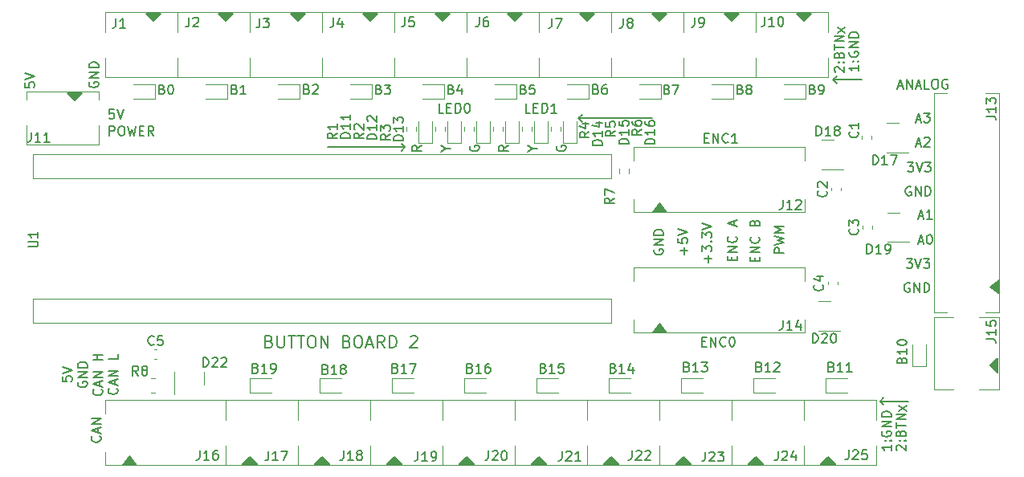
<source format=gbr>
%TF.GenerationSoftware,KiCad,Pcbnew,8.0.3-8.0.3-0~ubuntu22.04.1*%
%TF.CreationDate,2024-06-29T17:00:49-07:00*%
%TF.ProjectId,ButtonBd2,42757474-6f6e-4426-9432-2e6b69636164,2*%
%TF.SameCoordinates,Original*%
%TF.FileFunction,Legend,Top*%
%TF.FilePolarity,Positive*%
%FSLAX46Y46*%
G04 Gerber Fmt 4.6, Leading zero omitted, Abs format (unit mm)*
G04 Created by KiCad (PCBNEW 8.0.3-8.0.3-0~ubuntu22.04.1) date 2024-06-29 17:00:49*
%MOMM*%
%LPD*%
G01*
G04 APERTURE LIST*
%ADD10C,0.150000*%
%ADD11C,0.203200*%
%ADD12C,0.120000*%
%ADD13C,0.200000*%
G04 APERTURE END LIST*
D10*
X109601000Y-68580000D02*
X109982000Y-68961000D01*
X136461500Y-64516000D02*
X136842500Y-64135000D01*
X144367250Y-98425000D02*
X141382750Y-98425000D01*
X91313000Y-71628000D02*
X90932000Y-72009000D01*
X136461500Y-64516000D02*
X136842500Y-64897000D01*
X117348000Y-68580000D02*
X109601000Y-68580000D01*
X109601000Y-68580000D02*
X109982000Y-68199000D01*
X139446000Y-64516000D02*
X136461500Y-64516000D01*
X91313000Y-71628000D02*
X90932000Y-71247000D01*
X83185000Y-71628000D02*
X91313000Y-71628000D01*
X141382750Y-98425000D02*
X141763750Y-98044000D01*
X141382750Y-98425000D02*
X141763750Y-98806000D01*
X139138819Y-63020411D02*
X139138819Y-63591839D01*
X139138819Y-63306125D02*
X138138819Y-63306125D01*
X138138819Y-63306125D02*
X138281676Y-63401363D01*
X138281676Y-63401363D02*
X138376914Y-63496601D01*
X138376914Y-63496601D02*
X138424533Y-63591839D01*
X139043580Y-62591839D02*
X139091200Y-62544220D01*
X139091200Y-62544220D02*
X139138819Y-62591839D01*
X139138819Y-62591839D02*
X139091200Y-62639458D01*
X139091200Y-62639458D02*
X139043580Y-62591839D01*
X139043580Y-62591839D02*
X139138819Y-62591839D01*
X138519771Y-62591839D02*
X138567390Y-62544220D01*
X138567390Y-62544220D02*
X138615009Y-62591839D01*
X138615009Y-62591839D02*
X138567390Y-62639458D01*
X138567390Y-62639458D02*
X138519771Y-62591839D01*
X138519771Y-62591839D02*
X138615009Y-62591839D01*
X138186438Y-61591840D02*
X138138819Y-61687078D01*
X138138819Y-61687078D02*
X138138819Y-61829935D01*
X138138819Y-61829935D02*
X138186438Y-61972792D01*
X138186438Y-61972792D02*
X138281676Y-62068030D01*
X138281676Y-62068030D02*
X138376914Y-62115649D01*
X138376914Y-62115649D02*
X138567390Y-62163268D01*
X138567390Y-62163268D02*
X138710247Y-62163268D01*
X138710247Y-62163268D02*
X138900723Y-62115649D01*
X138900723Y-62115649D02*
X138995961Y-62068030D01*
X138995961Y-62068030D02*
X139091200Y-61972792D01*
X139091200Y-61972792D02*
X139138819Y-61829935D01*
X139138819Y-61829935D02*
X139138819Y-61734697D01*
X139138819Y-61734697D02*
X139091200Y-61591840D01*
X139091200Y-61591840D02*
X139043580Y-61544221D01*
X139043580Y-61544221D02*
X138710247Y-61544221D01*
X138710247Y-61544221D02*
X138710247Y-61734697D01*
X139138819Y-61115649D02*
X138138819Y-61115649D01*
X138138819Y-61115649D02*
X139138819Y-60544221D01*
X139138819Y-60544221D02*
X138138819Y-60544221D01*
X139138819Y-60068030D02*
X138138819Y-60068030D01*
X138138819Y-60068030D02*
X138138819Y-59829935D01*
X138138819Y-59829935D02*
X138186438Y-59687078D01*
X138186438Y-59687078D02*
X138281676Y-59591840D01*
X138281676Y-59591840D02*
X138376914Y-59544221D01*
X138376914Y-59544221D02*
X138567390Y-59496602D01*
X138567390Y-59496602D02*
X138710247Y-59496602D01*
X138710247Y-59496602D02*
X138900723Y-59544221D01*
X138900723Y-59544221D02*
X138995961Y-59591840D01*
X138995961Y-59591840D02*
X139091200Y-59687078D01*
X139091200Y-59687078D02*
X139138819Y-59829935D01*
X139138819Y-59829935D02*
X139138819Y-60068030D01*
X128201009Y-83653047D02*
X128201009Y-83319714D01*
X128724819Y-83176857D02*
X128724819Y-83653047D01*
X128724819Y-83653047D02*
X127724819Y-83653047D01*
X127724819Y-83653047D02*
X127724819Y-83176857D01*
X128724819Y-82748285D02*
X127724819Y-82748285D01*
X127724819Y-82748285D02*
X128724819Y-82176857D01*
X128724819Y-82176857D02*
X127724819Y-82176857D01*
X128629580Y-81129238D02*
X128677200Y-81176857D01*
X128677200Y-81176857D02*
X128724819Y-81319714D01*
X128724819Y-81319714D02*
X128724819Y-81414952D01*
X128724819Y-81414952D02*
X128677200Y-81557809D01*
X128677200Y-81557809D02*
X128581961Y-81653047D01*
X128581961Y-81653047D02*
X128486723Y-81700666D01*
X128486723Y-81700666D02*
X128296247Y-81748285D01*
X128296247Y-81748285D02*
X128153390Y-81748285D01*
X128153390Y-81748285D02*
X127962914Y-81700666D01*
X127962914Y-81700666D02*
X127867676Y-81653047D01*
X127867676Y-81653047D02*
X127772438Y-81557809D01*
X127772438Y-81557809D02*
X127724819Y-81414952D01*
X127724819Y-81414952D02*
X127724819Y-81319714D01*
X127724819Y-81319714D02*
X127772438Y-81176857D01*
X127772438Y-81176857D02*
X127820057Y-81129238D01*
X128201009Y-79605428D02*
X128248628Y-79462571D01*
X128248628Y-79462571D02*
X128296247Y-79414952D01*
X128296247Y-79414952D02*
X128391485Y-79367333D01*
X128391485Y-79367333D02*
X128534342Y-79367333D01*
X128534342Y-79367333D02*
X128629580Y-79414952D01*
X128629580Y-79414952D02*
X128677200Y-79462571D01*
X128677200Y-79462571D02*
X128724819Y-79557809D01*
X128724819Y-79557809D02*
X128724819Y-79938761D01*
X128724819Y-79938761D02*
X127724819Y-79938761D01*
X127724819Y-79938761D02*
X127724819Y-79605428D01*
X127724819Y-79605428D02*
X127772438Y-79510190D01*
X127772438Y-79510190D02*
X127820057Y-79462571D01*
X127820057Y-79462571D02*
X127915295Y-79414952D01*
X127915295Y-79414952D02*
X128010533Y-79414952D01*
X128010533Y-79414952D02*
X128105771Y-79462571D01*
X128105771Y-79462571D02*
X128153390Y-79510190D01*
X128153390Y-79510190D02*
X128201009Y-79605428D01*
X128201009Y-79605428D02*
X128201009Y-79938761D01*
X95609628Y-71754999D02*
X96085819Y-71754999D01*
X95085819Y-72088332D02*
X95609628Y-71754999D01*
X95609628Y-71754999D02*
X95085819Y-71421666D01*
X104544952Y-68018819D02*
X104068762Y-68018819D01*
X104068762Y-68018819D02*
X104068762Y-67018819D01*
X104878286Y-67495009D02*
X105211619Y-67495009D01*
X105354476Y-68018819D02*
X104878286Y-68018819D01*
X104878286Y-68018819D02*
X104878286Y-67018819D01*
X104878286Y-67018819D02*
X105354476Y-67018819D01*
X105783048Y-68018819D02*
X105783048Y-67018819D01*
X105783048Y-67018819D02*
X106021143Y-67018819D01*
X106021143Y-67018819D02*
X106164000Y-67066438D01*
X106164000Y-67066438D02*
X106259238Y-67161676D01*
X106259238Y-67161676D02*
X106306857Y-67256914D01*
X106306857Y-67256914D02*
X106354476Y-67447390D01*
X106354476Y-67447390D02*
X106354476Y-67590247D01*
X106354476Y-67590247D02*
X106306857Y-67780723D01*
X106306857Y-67780723D02*
X106259238Y-67875961D01*
X106259238Y-67875961D02*
X106164000Y-67971200D01*
X106164000Y-67971200D02*
X106021143Y-68018819D01*
X106021143Y-68018819D02*
X105783048Y-68018819D01*
X107306857Y-68018819D02*
X106735429Y-68018819D01*
X107021143Y-68018819D02*
X107021143Y-67018819D01*
X107021143Y-67018819D02*
X106925905Y-67161676D01*
X106925905Y-67161676D02*
X106830667Y-67256914D01*
X106830667Y-67256914D02*
X106735429Y-67304533D01*
X144303905Y-73241819D02*
X144922952Y-73241819D01*
X144922952Y-73241819D02*
X144589619Y-73622771D01*
X144589619Y-73622771D02*
X144732476Y-73622771D01*
X144732476Y-73622771D02*
X144827714Y-73670390D01*
X144827714Y-73670390D02*
X144875333Y-73718009D01*
X144875333Y-73718009D02*
X144922952Y-73813247D01*
X144922952Y-73813247D02*
X144922952Y-74051342D01*
X144922952Y-74051342D02*
X144875333Y-74146580D01*
X144875333Y-74146580D02*
X144827714Y-74194200D01*
X144827714Y-74194200D02*
X144732476Y-74241819D01*
X144732476Y-74241819D02*
X144446762Y-74241819D01*
X144446762Y-74241819D02*
X144351524Y-74194200D01*
X144351524Y-74194200D02*
X144303905Y-74146580D01*
X145208667Y-73241819D02*
X145542000Y-74241819D01*
X145542000Y-74241819D02*
X145875333Y-73241819D01*
X146113429Y-73241819D02*
X146732476Y-73241819D01*
X146732476Y-73241819D02*
X146399143Y-73622771D01*
X146399143Y-73622771D02*
X146542000Y-73622771D01*
X146542000Y-73622771D02*
X146637238Y-73670390D01*
X146637238Y-73670390D02*
X146684857Y-73718009D01*
X146684857Y-73718009D02*
X146732476Y-73813247D01*
X146732476Y-73813247D02*
X146732476Y-74051342D01*
X146732476Y-74051342D02*
X146684857Y-74146580D01*
X146684857Y-74146580D02*
X146637238Y-74194200D01*
X146637238Y-74194200D02*
X146542000Y-74241819D01*
X146542000Y-74241819D02*
X146256286Y-74241819D01*
X146256286Y-74241819D02*
X146161048Y-74194200D01*
X146161048Y-74194200D02*
X146113429Y-74146580D01*
X145462714Y-78909104D02*
X145938904Y-78909104D01*
X145367476Y-79194819D02*
X145700809Y-78194819D01*
X145700809Y-78194819D02*
X146034142Y-79194819D01*
X146891285Y-79194819D02*
X146319857Y-79194819D01*
X146605571Y-79194819D02*
X146605571Y-78194819D01*
X146605571Y-78194819D02*
X146510333Y-78337676D01*
X146510333Y-78337676D02*
X146415095Y-78432914D01*
X146415095Y-78432914D02*
X146319857Y-78480533D01*
X117612438Y-82422904D02*
X117564819Y-82518142D01*
X117564819Y-82518142D02*
X117564819Y-82660999D01*
X117564819Y-82660999D02*
X117612438Y-82803856D01*
X117612438Y-82803856D02*
X117707676Y-82899094D01*
X117707676Y-82899094D02*
X117802914Y-82946713D01*
X117802914Y-82946713D02*
X117993390Y-82994332D01*
X117993390Y-82994332D02*
X118136247Y-82994332D01*
X118136247Y-82994332D02*
X118326723Y-82946713D01*
X118326723Y-82946713D02*
X118421961Y-82899094D01*
X118421961Y-82899094D02*
X118517200Y-82803856D01*
X118517200Y-82803856D02*
X118564819Y-82660999D01*
X118564819Y-82660999D02*
X118564819Y-82565761D01*
X118564819Y-82565761D02*
X118517200Y-82422904D01*
X118517200Y-82422904D02*
X118469580Y-82375285D01*
X118469580Y-82375285D02*
X118136247Y-82375285D01*
X118136247Y-82375285D02*
X118136247Y-82565761D01*
X118564819Y-81946713D02*
X117564819Y-81946713D01*
X117564819Y-81946713D02*
X118564819Y-81375285D01*
X118564819Y-81375285D02*
X117564819Y-81375285D01*
X118564819Y-80899094D02*
X117564819Y-80899094D01*
X117564819Y-80899094D02*
X117564819Y-80660999D01*
X117564819Y-80660999D02*
X117612438Y-80518142D01*
X117612438Y-80518142D02*
X117707676Y-80422904D01*
X117707676Y-80422904D02*
X117802914Y-80375285D01*
X117802914Y-80375285D02*
X117993390Y-80327666D01*
X117993390Y-80327666D02*
X118136247Y-80327666D01*
X118136247Y-80327666D02*
X118326723Y-80375285D01*
X118326723Y-80375285D02*
X118421961Y-80422904D01*
X118421961Y-80422904D02*
X118517200Y-80518142D01*
X118517200Y-80518142D02*
X118564819Y-80660999D01*
X118564819Y-80660999D02*
X118564819Y-80899094D01*
X58049438Y-64769904D02*
X58001819Y-64865142D01*
X58001819Y-64865142D02*
X58001819Y-65007999D01*
X58001819Y-65007999D02*
X58049438Y-65150856D01*
X58049438Y-65150856D02*
X58144676Y-65246094D01*
X58144676Y-65246094D02*
X58239914Y-65293713D01*
X58239914Y-65293713D02*
X58430390Y-65341332D01*
X58430390Y-65341332D02*
X58573247Y-65341332D01*
X58573247Y-65341332D02*
X58763723Y-65293713D01*
X58763723Y-65293713D02*
X58858961Y-65246094D01*
X58858961Y-65246094D02*
X58954200Y-65150856D01*
X58954200Y-65150856D02*
X59001819Y-65007999D01*
X59001819Y-65007999D02*
X59001819Y-64912761D01*
X59001819Y-64912761D02*
X58954200Y-64769904D01*
X58954200Y-64769904D02*
X58906580Y-64722285D01*
X58906580Y-64722285D02*
X58573247Y-64722285D01*
X58573247Y-64722285D02*
X58573247Y-64912761D01*
X59001819Y-64293713D02*
X58001819Y-64293713D01*
X58001819Y-64293713D02*
X59001819Y-63722285D01*
X59001819Y-63722285D02*
X58001819Y-63722285D01*
X59001819Y-63246094D02*
X58001819Y-63246094D01*
X58001819Y-63246094D02*
X58001819Y-63007999D01*
X58001819Y-63007999D02*
X58049438Y-62865142D01*
X58049438Y-62865142D02*
X58144676Y-62769904D01*
X58144676Y-62769904D02*
X58239914Y-62722285D01*
X58239914Y-62722285D02*
X58430390Y-62674666D01*
X58430390Y-62674666D02*
X58573247Y-62674666D01*
X58573247Y-62674666D02*
X58763723Y-62722285D01*
X58763723Y-62722285D02*
X58858961Y-62769904D01*
X58858961Y-62769904D02*
X58954200Y-62865142D01*
X58954200Y-62865142D02*
X59001819Y-63007999D01*
X59001819Y-63007999D02*
X59001819Y-63246094D01*
X142567819Y-103025411D02*
X142567819Y-103596839D01*
X142567819Y-103311125D02*
X141567819Y-103311125D01*
X141567819Y-103311125D02*
X141710676Y-103406363D01*
X141710676Y-103406363D02*
X141805914Y-103501601D01*
X141805914Y-103501601D02*
X141853533Y-103596839D01*
X142472580Y-102596839D02*
X142520200Y-102549220D01*
X142520200Y-102549220D02*
X142567819Y-102596839D01*
X142567819Y-102596839D02*
X142520200Y-102644458D01*
X142520200Y-102644458D02*
X142472580Y-102596839D01*
X142472580Y-102596839D02*
X142567819Y-102596839D01*
X141948771Y-102596839D02*
X141996390Y-102549220D01*
X141996390Y-102549220D02*
X142044009Y-102596839D01*
X142044009Y-102596839D02*
X141996390Y-102644458D01*
X141996390Y-102644458D02*
X141948771Y-102596839D01*
X141948771Y-102596839D02*
X142044009Y-102596839D01*
X141615438Y-101596840D02*
X141567819Y-101692078D01*
X141567819Y-101692078D02*
X141567819Y-101834935D01*
X141567819Y-101834935D02*
X141615438Y-101977792D01*
X141615438Y-101977792D02*
X141710676Y-102073030D01*
X141710676Y-102073030D02*
X141805914Y-102120649D01*
X141805914Y-102120649D02*
X141996390Y-102168268D01*
X141996390Y-102168268D02*
X142139247Y-102168268D01*
X142139247Y-102168268D02*
X142329723Y-102120649D01*
X142329723Y-102120649D02*
X142424961Y-102073030D01*
X142424961Y-102073030D02*
X142520200Y-101977792D01*
X142520200Y-101977792D02*
X142567819Y-101834935D01*
X142567819Y-101834935D02*
X142567819Y-101739697D01*
X142567819Y-101739697D02*
X142520200Y-101596840D01*
X142520200Y-101596840D02*
X142472580Y-101549221D01*
X142472580Y-101549221D02*
X142139247Y-101549221D01*
X142139247Y-101549221D02*
X142139247Y-101739697D01*
X142567819Y-101120649D02*
X141567819Y-101120649D01*
X141567819Y-101120649D02*
X142567819Y-100549221D01*
X142567819Y-100549221D02*
X141567819Y-100549221D01*
X142567819Y-100073030D02*
X141567819Y-100073030D01*
X141567819Y-100073030D02*
X141567819Y-99834935D01*
X141567819Y-99834935D02*
X141615438Y-99692078D01*
X141615438Y-99692078D02*
X141710676Y-99596840D01*
X141710676Y-99596840D02*
X141805914Y-99549221D01*
X141805914Y-99549221D02*
X141996390Y-99501602D01*
X141996390Y-99501602D02*
X142139247Y-99501602D01*
X142139247Y-99501602D02*
X142329723Y-99549221D01*
X142329723Y-99549221D02*
X142424961Y-99596840D01*
X142424961Y-99596840D02*
X142520200Y-99692078D01*
X142520200Y-99692078D02*
X142567819Y-99834935D01*
X142567819Y-99834935D02*
X142567819Y-100073030D01*
X123263866Y-83787999D02*
X123263866Y-83026095D01*
X123644819Y-83407047D02*
X122882914Y-83407047D01*
X122644819Y-82645142D02*
X122644819Y-82026095D01*
X122644819Y-82026095D02*
X123025771Y-82359428D01*
X123025771Y-82359428D02*
X123025771Y-82216571D01*
X123025771Y-82216571D02*
X123073390Y-82121333D01*
X123073390Y-82121333D02*
X123121009Y-82073714D01*
X123121009Y-82073714D02*
X123216247Y-82026095D01*
X123216247Y-82026095D02*
X123454342Y-82026095D01*
X123454342Y-82026095D02*
X123549580Y-82073714D01*
X123549580Y-82073714D02*
X123597200Y-82121333D01*
X123597200Y-82121333D02*
X123644819Y-82216571D01*
X123644819Y-82216571D02*
X123644819Y-82502285D01*
X123644819Y-82502285D02*
X123597200Y-82597523D01*
X123597200Y-82597523D02*
X123549580Y-82645142D01*
X123549580Y-81597523D02*
X123597200Y-81549904D01*
X123597200Y-81549904D02*
X123644819Y-81597523D01*
X123644819Y-81597523D02*
X123597200Y-81645142D01*
X123597200Y-81645142D02*
X123549580Y-81597523D01*
X123549580Y-81597523D02*
X123644819Y-81597523D01*
X122644819Y-81216571D02*
X122644819Y-80597524D01*
X122644819Y-80597524D02*
X123025771Y-80930857D01*
X123025771Y-80930857D02*
X123025771Y-80788000D01*
X123025771Y-80788000D02*
X123073390Y-80692762D01*
X123073390Y-80692762D02*
X123121009Y-80645143D01*
X123121009Y-80645143D02*
X123216247Y-80597524D01*
X123216247Y-80597524D02*
X123454342Y-80597524D01*
X123454342Y-80597524D02*
X123549580Y-80645143D01*
X123549580Y-80645143D02*
X123597200Y-80692762D01*
X123597200Y-80692762D02*
X123644819Y-80788000D01*
X123644819Y-80788000D02*
X123644819Y-81073714D01*
X123644819Y-81073714D02*
X123597200Y-81168952D01*
X123597200Y-81168952D02*
X123549580Y-81216571D01*
X122644819Y-80311809D02*
X123644819Y-79978476D01*
X123644819Y-79978476D02*
X122644819Y-79645143D01*
X93037819Y-71445476D02*
X92561628Y-71778809D01*
X93037819Y-72016904D02*
X92037819Y-72016904D01*
X92037819Y-72016904D02*
X92037819Y-71635952D01*
X92037819Y-71635952D02*
X92085438Y-71540714D01*
X92085438Y-71540714D02*
X92133057Y-71493095D01*
X92133057Y-71493095D02*
X92228295Y-71445476D01*
X92228295Y-71445476D02*
X92371152Y-71445476D01*
X92371152Y-71445476D02*
X92466390Y-71493095D01*
X92466390Y-71493095D02*
X92514009Y-71540714D01*
X92514009Y-71540714D02*
X92561628Y-71635952D01*
X92561628Y-71635952D02*
X92561628Y-72016904D01*
X102181819Y-71445476D02*
X101705628Y-71778809D01*
X102181819Y-72016904D02*
X101181819Y-72016904D01*
X101181819Y-72016904D02*
X101181819Y-71635952D01*
X101181819Y-71635952D02*
X101229438Y-71540714D01*
X101229438Y-71540714D02*
X101277057Y-71493095D01*
X101277057Y-71493095D02*
X101372295Y-71445476D01*
X101372295Y-71445476D02*
X101515152Y-71445476D01*
X101515152Y-71445476D02*
X101610390Y-71493095D01*
X101610390Y-71493095D02*
X101658009Y-71540714D01*
X101658009Y-71540714D02*
X101705628Y-71635952D01*
X101705628Y-71635952D02*
X101705628Y-72016904D01*
D11*
X77022477Y-92113721D02*
X77203905Y-92174197D01*
X77203905Y-92174197D02*
X77264382Y-92234673D01*
X77264382Y-92234673D02*
X77324858Y-92355625D01*
X77324858Y-92355625D02*
X77324858Y-92537054D01*
X77324858Y-92537054D02*
X77264382Y-92658006D01*
X77264382Y-92658006D02*
X77203905Y-92718483D01*
X77203905Y-92718483D02*
X77082953Y-92778959D01*
X77082953Y-92778959D02*
X76599143Y-92778959D01*
X76599143Y-92778959D02*
X76599143Y-91508959D01*
X76599143Y-91508959D02*
X77022477Y-91508959D01*
X77022477Y-91508959D02*
X77143429Y-91569435D01*
X77143429Y-91569435D02*
X77203905Y-91629911D01*
X77203905Y-91629911D02*
X77264382Y-91750863D01*
X77264382Y-91750863D02*
X77264382Y-91871816D01*
X77264382Y-91871816D02*
X77203905Y-91992768D01*
X77203905Y-91992768D02*
X77143429Y-92053244D01*
X77143429Y-92053244D02*
X77022477Y-92113721D01*
X77022477Y-92113721D02*
X76599143Y-92113721D01*
X77869143Y-91508959D02*
X77869143Y-92537054D01*
X77869143Y-92537054D02*
X77929620Y-92658006D01*
X77929620Y-92658006D02*
X77990096Y-92718483D01*
X77990096Y-92718483D02*
X78111048Y-92778959D01*
X78111048Y-92778959D02*
X78352953Y-92778959D01*
X78352953Y-92778959D02*
X78473905Y-92718483D01*
X78473905Y-92718483D02*
X78534382Y-92658006D01*
X78534382Y-92658006D02*
X78594858Y-92537054D01*
X78594858Y-92537054D02*
X78594858Y-91508959D01*
X79018191Y-91508959D02*
X79743905Y-91508959D01*
X79381048Y-92778959D02*
X79381048Y-91508959D01*
X79985810Y-91508959D02*
X80711524Y-91508959D01*
X80348667Y-92778959D02*
X80348667Y-91508959D01*
X81376762Y-91508959D02*
X81618667Y-91508959D01*
X81618667Y-91508959D02*
X81739619Y-91569435D01*
X81739619Y-91569435D02*
X81860572Y-91690387D01*
X81860572Y-91690387D02*
X81921048Y-91932292D01*
X81921048Y-91932292D02*
X81921048Y-92355625D01*
X81921048Y-92355625D02*
X81860572Y-92597530D01*
X81860572Y-92597530D02*
X81739619Y-92718483D01*
X81739619Y-92718483D02*
X81618667Y-92778959D01*
X81618667Y-92778959D02*
X81376762Y-92778959D01*
X81376762Y-92778959D02*
X81255810Y-92718483D01*
X81255810Y-92718483D02*
X81134857Y-92597530D01*
X81134857Y-92597530D02*
X81074381Y-92355625D01*
X81074381Y-92355625D02*
X81074381Y-91932292D01*
X81074381Y-91932292D02*
X81134857Y-91690387D01*
X81134857Y-91690387D02*
X81255810Y-91569435D01*
X81255810Y-91569435D02*
X81376762Y-91508959D01*
X82465333Y-92778959D02*
X82465333Y-91508959D01*
X82465333Y-91508959D02*
X83191048Y-92778959D01*
X83191048Y-92778959D02*
X83191048Y-91508959D01*
X85186762Y-92113721D02*
X85368190Y-92174197D01*
X85368190Y-92174197D02*
X85428667Y-92234673D01*
X85428667Y-92234673D02*
X85489143Y-92355625D01*
X85489143Y-92355625D02*
X85489143Y-92537054D01*
X85489143Y-92537054D02*
X85428667Y-92658006D01*
X85428667Y-92658006D02*
X85368190Y-92718483D01*
X85368190Y-92718483D02*
X85247238Y-92778959D01*
X85247238Y-92778959D02*
X84763428Y-92778959D01*
X84763428Y-92778959D02*
X84763428Y-91508959D01*
X84763428Y-91508959D02*
X85186762Y-91508959D01*
X85186762Y-91508959D02*
X85307714Y-91569435D01*
X85307714Y-91569435D02*
X85368190Y-91629911D01*
X85368190Y-91629911D02*
X85428667Y-91750863D01*
X85428667Y-91750863D02*
X85428667Y-91871816D01*
X85428667Y-91871816D02*
X85368190Y-91992768D01*
X85368190Y-91992768D02*
X85307714Y-92053244D01*
X85307714Y-92053244D02*
X85186762Y-92113721D01*
X85186762Y-92113721D02*
X84763428Y-92113721D01*
X86275333Y-91508959D02*
X86517238Y-91508959D01*
X86517238Y-91508959D02*
X86638190Y-91569435D01*
X86638190Y-91569435D02*
X86759143Y-91690387D01*
X86759143Y-91690387D02*
X86819619Y-91932292D01*
X86819619Y-91932292D02*
X86819619Y-92355625D01*
X86819619Y-92355625D02*
X86759143Y-92597530D01*
X86759143Y-92597530D02*
X86638190Y-92718483D01*
X86638190Y-92718483D02*
X86517238Y-92778959D01*
X86517238Y-92778959D02*
X86275333Y-92778959D01*
X86275333Y-92778959D02*
X86154381Y-92718483D01*
X86154381Y-92718483D02*
X86033428Y-92597530D01*
X86033428Y-92597530D02*
X85972952Y-92355625D01*
X85972952Y-92355625D02*
X85972952Y-91932292D01*
X85972952Y-91932292D02*
X86033428Y-91690387D01*
X86033428Y-91690387D02*
X86154381Y-91569435D01*
X86154381Y-91569435D02*
X86275333Y-91508959D01*
X87303428Y-92416102D02*
X87908190Y-92416102D01*
X87182476Y-92778959D02*
X87605809Y-91508959D01*
X87605809Y-91508959D02*
X88029143Y-92778959D01*
X89178190Y-92778959D02*
X88754856Y-92174197D01*
X88452475Y-92778959D02*
X88452475Y-91508959D01*
X88452475Y-91508959D02*
X88936285Y-91508959D01*
X88936285Y-91508959D02*
X89057237Y-91569435D01*
X89057237Y-91569435D02*
X89117714Y-91629911D01*
X89117714Y-91629911D02*
X89178190Y-91750863D01*
X89178190Y-91750863D02*
X89178190Y-91932292D01*
X89178190Y-91932292D02*
X89117714Y-92053244D01*
X89117714Y-92053244D02*
X89057237Y-92113721D01*
X89057237Y-92113721D02*
X88936285Y-92174197D01*
X88936285Y-92174197D02*
X88452475Y-92174197D01*
X89722475Y-92778959D02*
X89722475Y-91508959D01*
X89722475Y-91508959D02*
X90024856Y-91508959D01*
X90024856Y-91508959D02*
X90206285Y-91569435D01*
X90206285Y-91569435D02*
X90327237Y-91690387D01*
X90327237Y-91690387D02*
X90387714Y-91811340D01*
X90387714Y-91811340D02*
X90448190Y-92053244D01*
X90448190Y-92053244D02*
X90448190Y-92234673D01*
X90448190Y-92234673D02*
X90387714Y-92476578D01*
X90387714Y-92476578D02*
X90327237Y-92597530D01*
X90327237Y-92597530D02*
X90206285Y-92718483D01*
X90206285Y-92718483D02*
X90024856Y-92778959D01*
X90024856Y-92778959D02*
X89722475Y-92778959D01*
X91899618Y-91629911D02*
X91960094Y-91569435D01*
X91960094Y-91569435D02*
X92081047Y-91508959D01*
X92081047Y-91508959D02*
X92383428Y-91508959D01*
X92383428Y-91508959D02*
X92504380Y-91569435D01*
X92504380Y-91569435D02*
X92564856Y-91629911D01*
X92564856Y-91629911D02*
X92625333Y-91750863D01*
X92625333Y-91750863D02*
X92625333Y-91871816D01*
X92625333Y-91871816D02*
X92564856Y-92053244D01*
X92564856Y-92053244D02*
X91839142Y-92778959D01*
X91839142Y-92778959D02*
X92625333Y-92778959D01*
D10*
X145208714Y-71289104D02*
X145684904Y-71289104D01*
X145113476Y-71574819D02*
X145446809Y-70574819D01*
X145446809Y-70574819D02*
X145780142Y-71574819D01*
X146065857Y-70670057D02*
X146113476Y-70622438D01*
X146113476Y-70622438D02*
X146208714Y-70574819D01*
X146208714Y-70574819D02*
X146446809Y-70574819D01*
X146446809Y-70574819D02*
X146542047Y-70622438D01*
X146542047Y-70622438D02*
X146589666Y-70670057D01*
X146589666Y-70670057D02*
X146637285Y-70765295D01*
X146637285Y-70765295D02*
X146637285Y-70860533D01*
X146637285Y-70860533D02*
X146589666Y-71003390D01*
X146589666Y-71003390D02*
X146018238Y-71574819D01*
X146018238Y-71574819D02*
X146637285Y-71574819D01*
X60629969Y-67653819D02*
X60153779Y-67653819D01*
X60153779Y-67653819D02*
X60106160Y-68130009D01*
X60106160Y-68130009D02*
X60153779Y-68082390D01*
X60153779Y-68082390D02*
X60249017Y-68034771D01*
X60249017Y-68034771D02*
X60487112Y-68034771D01*
X60487112Y-68034771D02*
X60582350Y-68082390D01*
X60582350Y-68082390D02*
X60629969Y-68130009D01*
X60629969Y-68130009D02*
X60677588Y-68225247D01*
X60677588Y-68225247D02*
X60677588Y-68463342D01*
X60677588Y-68463342D02*
X60629969Y-68558580D01*
X60629969Y-68558580D02*
X60582350Y-68606200D01*
X60582350Y-68606200D02*
X60487112Y-68653819D01*
X60487112Y-68653819D02*
X60249017Y-68653819D01*
X60249017Y-68653819D02*
X60153779Y-68606200D01*
X60153779Y-68606200D02*
X60106160Y-68558580D01*
X60963303Y-67653819D02*
X61296636Y-68653819D01*
X61296636Y-68653819D02*
X61629969Y-67653819D01*
X125788009Y-83581618D02*
X125788009Y-83248285D01*
X126311819Y-83105428D02*
X126311819Y-83581618D01*
X126311819Y-83581618D02*
X125311819Y-83581618D01*
X125311819Y-83581618D02*
X125311819Y-83105428D01*
X126311819Y-82676856D02*
X125311819Y-82676856D01*
X125311819Y-82676856D02*
X126311819Y-82105428D01*
X126311819Y-82105428D02*
X125311819Y-82105428D01*
X126216580Y-81057809D02*
X126264200Y-81105428D01*
X126264200Y-81105428D02*
X126311819Y-81248285D01*
X126311819Y-81248285D02*
X126311819Y-81343523D01*
X126311819Y-81343523D02*
X126264200Y-81486380D01*
X126264200Y-81486380D02*
X126168961Y-81581618D01*
X126168961Y-81581618D02*
X126073723Y-81629237D01*
X126073723Y-81629237D02*
X125883247Y-81676856D01*
X125883247Y-81676856D02*
X125740390Y-81676856D01*
X125740390Y-81676856D02*
X125549914Y-81629237D01*
X125549914Y-81629237D02*
X125454676Y-81581618D01*
X125454676Y-81581618D02*
X125359438Y-81486380D01*
X125359438Y-81486380D02*
X125311819Y-81343523D01*
X125311819Y-81343523D02*
X125311819Y-81248285D01*
X125311819Y-81248285D02*
X125359438Y-81105428D01*
X125359438Y-81105428D02*
X125407057Y-81057809D01*
X126026104Y-79914951D02*
X126026104Y-79438761D01*
X126311819Y-80010189D02*
X125311819Y-79676856D01*
X125311819Y-79676856D02*
X126311819Y-79343523D01*
X55205903Y-95821476D02*
X55205903Y-96297666D01*
X55205903Y-96297666D02*
X55682093Y-96345285D01*
X55682093Y-96345285D02*
X55634474Y-96297666D01*
X55634474Y-96297666D02*
X55586855Y-96202428D01*
X55586855Y-96202428D02*
X55586855Y-95964333D01*
X55586855Y-95964333D02*
X55634474Y-95869095D01*
X55634474Y-95869095D02*
X55682093Y-95821476D01*
X55682093Y-95821476D02*
X55777331Y-95773857D01*
X55777331Y-95773857D02*
X56015426Y-95773857D01*
X56015426Y-95773857D02*
X56110664Y-95821476D01*
X56110664Y-95821476D02*
X56158284Y-95869095D01*
X56158284Y-95869095D02*
X56205903Y-95964333D01*
X56205903Y-95964333D02*
X56205903Y-96202428D01*
X56205903Y-96202428D02*
X56158284Y-96297666D01*
X56158284Y-96297666D02*
X56110664Y-96345285D01*
X55205903Y-95488142D02*
X56205903Y-95154809D01*
X56205903Y-95154809D02*
X55205903Y-94821476D01*
X56863466Y-96392904D02*
X56815847Y-96488142D01*
X56815847Y-96488142D02*
X56815847Y-96630999D01*
X56815847Y-96630999D02*
X56863466Y-96773856D01*
X56863466Y-96773856D02*
X56958704Y-96869094D01*
X56958704Y-96869094D02*
X57053942Y-96916713D01*
X57053942Y-96916713D02*
X57244418Y-96964332D01*
X57244418Y-96964332D02*
X57387275Y-96964332D01*
X57387275Y-96964332D02*
X57577751Y-96916713D01*
X57577751Y-96916713D02*
X57672989Y-96869094D01*
X57672989Y-96869094D02*
X57768228Y-96773856D01*
X57768228Y-96773856D02*
X57815847Y-96630999D01*
X57815847Y-96630999D02*
X57815847Y-96535761D01*
X57815847Y-96535761D02*
X57768228Y-96392904D01*
X57768228Y-96392904D02*
X57720608Y-96345285D01*
X57720608Y-96345285D02*
X57387275Y-96345285D01*
X57387275Y-96345285D02*
X57387275Y-96535761D01*
X57815847Y-95916713D02*
X56815847Y-95916713D01*
X56815847Y-95916713D02*
X57815847Y-95345285D01*
X57815847Y-95345285D02*
X56815847Y-95345285D01*
X57815847Y-94869094D02*
X56815847Y-94869094D01*
X56815847Y-94869094D02*
X56815847Y-94630999D01*
X56815847Y-94630999D02*
X56863466Y-94488142D01*
X56863466Y-94488142D02*
X56958704Y-94392904D01*
X56958704Y-94392904D02*
X57053942Y-94345285D01*
X57053942Y-94345285D02*
X57244418Y-94297666D01*
X57244418Y-94297666D02*
X57387275Y-94297666D01*
X57387275Y-94297666D02*
X57577751Y-94345285D01*
X57577751Y-94345285D02*
X57672989Y-94392904D01*
X57672989Y-94392904D02*
X57768228Y-94488142D01*
X57768228Y-94488142D02*
X57815847Y-94630999D01*
X57815847Y-94630999D02*
X57815847Y-94869094D01*
X59330552Y-97178619D02*
X59378172Y-97226238D01*
X59378172Y-97226238D02*
X59425791Y-97369095D01*
X59425791Y-97369095D02*
X59425791Y-97464333D01*
X59425791Y-97464333D02*
X59378172Y-97607190D01*
X59378172Y-97607190D02*
X59282933Y-97702428D01*
X59282933Y-97702428D02*
X59187695Y-97750047D01*
X59187695Y-97750047D02*
X58997219Y-97797666D01*
X58997219Y-97797666D02*
X58854362Y-97797666D01*
X58854362Y-97797666D02*
X58663886Y-97750047D01*
X58663886Y-97750047D02*
X58568648Y-97702428D01*
X58568648Y-97702428D02*
X58473410Y-97607190D01*
X58473410Y-97607190D02*
X58425791Y-97464333D01*
X58425791Y-97464333D02*
X58425791Y-97369095D01*
X58425791Y-97369095D02*
X58473410Y-97226238D01*
X58473410Y-97226238D02*
X58521029Y-97178619D01*
X59140076Y-96797666D02*
X59140076Y-96321476D01*
X59425791Y-96892904D02*
X58425791Y-96559571D01*
X58425791Y-96559571D02*
X59425791Y-96226238D01*
X59425791Y-95892904D02*
X58425791Y-95892904D01*
X58425791Y-95892904D02*
X59425791Y-95321476D01*
X59425791Y-95321476D02*
X58425791Y-95321476D01*
X59425791Y-94083380D02*
X58425791Y-94083380D01*
X58901981Y-94083380D02*
X58901981Y-93511952D01*
X59425791Y-93511952D02*
X58425791Y-93511952D01*
X60940496Y-97059571D02*
X60988116Y-97107190D01*
X60988116Y-97107190D02*
X61035735Y-97250047D01*
X61035735Y-97250047D02*
X61035735Y-97345285D01*
X61035735Y-97345285D02*
X60988116Y-97488142D01*
X60988116Y-97488142D02*
X60892877Y-97583380D01*
X60892877Y-97583380D02*
X60797639Y-97630999D01*
X60797639Y-97630999D02*
X60607163Y-97678618D01*
X60607163Y-97678618D02*
X60464306Y-97678618D01*
X60464306Y-97678618D02*
X60273830Y-97630999D01*
X60273830Y-97630999D02*
X60178592Y-97583380D01*
X60178592Y-97583380D02*
X60083354Y-97488142D01*
X60083354Y-97488142D02*
X60035735Y-97345285D01*
X60035735Y-97345285D02*
X60035735Y-97250047D01*
X60035735Y-97250047D02*
X60083354Y-97107190D01*
X60083354Y-97107190D02*
X60130973Y-97059571D01*
X60750020Y-96678618D02*
X60750020Y-96202428D01*
X61035735Y-96773856D02*
X60035735Y-96440523D01*
X60035735Y-96440523D02*
X61035735Y-96107190D01*
X61035735Y-95773856D02*
X60035735Y-95773856D01*
X60035735Y-95773856D02*
X61035735Y-95202428D01*
X61035735Y-95202428D02*
X60035735Y-95202428D01*
X61035735Y-93488142D02*
X61035735Y-93964332D01*
X61035735Y-93964332D02*
X60035735Y-93964332D01*
X131264819Y-82811761D02*
X130264819Y-82811761D01*
X130264819Y-82811761D02*
X130264819Y-82430809D01*
X130264819Y-82430809D02*
X130312438Y-82335571D01*
X130312438Y-82335571D02*
X130360057Y-82287952D01*
X130360057Y-82287952D02*
X130455295Y-82240333D01*
X130455295Y-82240333D02*
X130598152Y-82240333D01*
X130598152Y-82240333D02*
X130693390Y-82287952D01*
X130693390Y-82287952D02*
X130741009Y-82335571D01*
X130741009Y-82335571D02*
X130788628Y-82430809D01*
X130788628Y-82430809D02*
X130788628Y-82811761D01*
X130264819Y-81906999D02*
X131264819Y-81668904D01*
X131264819Y-81668904D02*
X130550533Y-81478428D01*
X130550533Y-81478428D02*
X131264819Y-81287952D01*
X131264819Y-81287952D02*
X130264819Y-81049857D01*
X131264819Y-80668904D02*
X130264819Y-80668904D01*
X130264819Y-80668904D02*
X130979104Y-80335571D01*
X130979104Y-80335571D02*
X130264819Y-80002238D01*
X130264819Y-80002238D02*
X131264819Y-80002238D01*
X95400952Y-68018819D02*
X94924762Y-68018819D01*
X94924762Y-68018819D02*
X94924762Y-67018819D01*
X95734286Y-67495009D02*
X96067619Y-67495009D01*
X96210476Y-68018819D02*
X95734286Y-68018819D01*
X95734286Y-68018819D02*
X95734286Y-67018819D01*
X95734286Y-67018819D02*
X96210476Y-67018819D01*
X96639048Y-68018819D02*
X96639048Y-67018819D01*
X96639048Y-67018819D02*
X96877143Y-67018819D01*
X96877143Y-67018819D02*
X97020000Y-67066438D01*
X97020000Y-67066438D02*
X97115238Y-67161676D01*
X97115238Y-67161676D02*
X97162857Y-67256914D01*
X97162857Y-67256914D02*
X97210476Y-67447390D01*
X97210476Y-67447390D02*
X97210476Y-67590247D01*
X97210476Y-67590247D02*
X97162857Y-67780723D01*
X97162857Y-67780723D02*
X97115238Y-67875961D01*
X97115238Y-67875961D02*
X97020000Y-67971200D01*
X97020000Y-67971200D02*
X96877143Y-68018819D01*
X96877143Y-68018819D02*
X96639048Y-68018819D01*
X97829524Y-67018819D02*
X97924762Y-67018819D01*
X97924762Y-67018819D02*
X98020000Y-67066438D01*
X98020000Y-67066438D02*
X98067619Y-67114057D01*
X98067619Y-67114057D02*
X98115238Y-67209295D01*
X98115238Y-67209295D02*
X98162857Y-67399771D01*
X98162857Y-67399771D02*
X98162857Y-67637866D01*
X98162857Y-67637866D02*
X98115238Y-67828342D01*
X98115238Y-67828342D02*
X98067619Y-67923580D01*
X98067619Y-67923580D02*
X98020000Y-67971200D01*
X98020000Y-67971200D02*
X97924762Y-68018819D01*
X97924762Y-68018819D02*
X97829524Y-68018819D01*
X97829524Y-68018819D02*
X97734286Y-67971200D01*
X97734286Y-67971200D02*
X97686667Y-67923580D01*
X97686667Y-67923580D02*
X97639048Y-67828342D01*
X97639048Y-67828342D02*
X97591429Y-67637866D01*
X97591429Y-67637866D02*
X97591429Y-67399771D01*
X97591429Y-67399771D02*
X97639048Y-67209295D01*
X97639048Y-67209295D02*
X97686667Y-67114057D01*
X97686667Y-67114057D02*
X97734286Y-67066438D01*
X97734286Y-67066438D02*
X97829524Y-67018819D01*
X104753628Y-71754999D02*
X105229819Y-71754999D01*
X104229819Y-72088332D02*
X104753628Y-71754999D01*
X104753628Y-71754999D02*
X104229819Y-71421666D01*
X120723866Y-82946713D02*
X120723866Y-82184809D01*
X121104819Y-82565761D02*
X120342914Y-82565761D01*
X120104819Y-81232428D02*
X120104819Y-81708618D01*
X120104819Y-81708618D02*
X120581009Y-81756237D01*
X120581009Y-81756237D02*
X120533390Y-81708618D01*
X120533390Y-81708618D02*
X120485771Y-81613380D01*
X120485771Y-81613380D02*
X120485771Y-81375285D01*
X120485771Y-81375285D02*
X120533390Y-81280047D01*
X120533390Y-81280047D02*
X120581009Y-81232428D01*
X120581009Y-81232428D02*
X120676247Y-81184809D01*
X120676247Y-81184809D02*
X120914342Y-81184809D01*
X120914342Y-81184809D02*
X121009580Y-81232428D01*
X121009580Y-81232428D02*
X121057200Y-81280047D01*
X121057200Y-81280047D02*
X121104819Y-81375285D01*
X121104819Y-81375285D02*
X121104819Y-81613380D01*
X121104819Y-81613380D02*
X121057200Y-81708618D01*
X121057200Y-81708618D02*
X121009580Y-81756237D01*
X120104819Y-80899094D02*
X121104819Y-80565761D01*
X121104819Y-80565761D02*
X120104819Y-80232428D01*
X144526095Y-85989438D02*
X144430857Y-85941819D01*
X144430857Y-85941819D02*
X144288000Y-85941819D01*
X144288000Y-85941819D02*
X144145143Y-85989438D01*
X144145143Y-85989438D02*
X144049905Y-86084676D01*
X144049905Y-86084676D02*
X144002286Y-86179914D01*
X144002286Y-86179914D02*
X143954667Y-86370390D01*
X143954667Y-86370390D02*
X143954667Y-86513247D01*
X143954667Y-86513247D02*
X144002286Y-86703723D01*
X144002286Y-86703723D02*
X144049905Y-86798961D01*
X144049905Y-86798961D02*
X144145143Y-86894200D01*
X144145143Y-86894200D02*
X144288000Y-86941819D01*
X144288000Y-86941819D02*
X144383238Y-86941819D01*
X144383238Y-86941819D02*
X144526095Y-86894200D01*
X144526095Y-86894200D02*
X144573714Y-86846580D01*
X144573714Y-86846580D02*
X144573714Y-86513247D01*
X144573714Y-86513247D02*
X144383238Y-86513247D01*
X145002286Y-86941819D02*
X145002286Y-85941819D01*
X145002286Y-85941819D02*
X145573714Y-86941819D01*
X145573714Y-86941819D02*
X145573714Y-85941819D01*
X146049905Y-86941819D02*
X146049905Y-85941819D01*
X146049905Y-85941819D02*
X146288000Y-85941819D01*
X146288000Y-85941819D02*
X146430857Y-85989438D01*
X146430857Y-85989438D02*
X146526095Y-86084676D01*
X146526095Y-86084676D02*
X146573714Y-86179914D01*
X146573714Y-86179914D02*
X146621333Y-86370390D01*
X146621333Y-86370390D02*
X146621333Y-86513247D01*
X146621333Y-86513247D02*
X146573714Y-86703723D01*
X146573714Y-86703723D02*
X146526095Y-86798961D01*
X146526095Y-86798961D02*
X146430857Y-86894200D01*
X146430857Y-86894200D02*
X146288000Y-86941819D01*
X146288000Y-86941819D02*
X146049905Y-86941819D01*
X136710057Y-63718839D02*
X136662438Y-63671220D01*
X136662438Y-63671220D02*
X136614819Y-63575982D01*
X136614819Y-63575982D02*
X136614819Y-63337887D01*
X136614819Y-63337887D02*
X136662438Y-63242649D01*
X136662438Y-63242649D02*
X136710057Y-63195030D01*
X136710057Y-63195030D02*
X136805295Y-63147411D01*
X136805295Y-63147411D02*
X136900533Y-63147411D01*
X136900533Y-63147411D02*
X137043390Y-63195030D01*
X137043390Y-63195030D02*
X137614819Y-63766458D01*
X137614819Y-63766458D02*
X137614819Y-63147411D01*
X137519580Y-62718839D02*
X137567200Y-62671220D01*
X137567200Y-62671220D02*
X137614819Y-62718839D01*
X137614819Y-62718839D02*
X137567200Y-62766458D01*
X137567200Y-62766458D02*
X137519580Y-62718839D01*
X137519580Y-62718839D02*
X137614819Y-62718839D01*
X136995771Y-62718839D02*
X137043390Y-62671220D01*
X137043390Y-62671220D02*
X137091009Y-62718839D01*
X137091009Y-62718839D02*
X137043390Y-62766458D01*
X137043390Y-62766458D02*
X136995771Y-62718839D01*
X136995771Y-62718839D02*
X137091009Y-62718839D01*
X137091009Y-61909316D02*
X137138628Y-61766459D01*
X137138628Y-61766459D02*
X137186247Y-61718840D01*
X137186247Y-61718840D02*
X137281485Y-61671221D01*
X137281485Y-61671221D02*
X137424342Y-61671221D01*
X137424342Y-61671221D02*
X137519580Y-61718840D01*
X137519580Y-61718840D02*
X137567200Y-61766459D01*
X137567200Y-61766459D02*
X137614819Y-61861697D01*
X137614819Y-61861697D02*
X137614819Y-62242649D01*
X137614819Y-62242649D02*
X136614819Y-62242649D01*
X136614819Y-62242649D02*
X136614819Y-61909316D01*
X136614819Y-61909316D02*
X136662438Y-61814078D01*
X136662438Y-61814078D02*
X136710057Y-61766459D01*
X136710057Y-61766459D02*
X136805295Y-61718840D01*
X136805295Y-61718840D02*
X136900533Y-61718840D01*
X136900533Y-61718840D02*
X136995771Y-61766459D01*
X136995771Y-61766459D02*
X137043390Y-61814078D01*
X137043390Y-61814078D02*
X137091009Y-61909316D01*
X137091009Y-61909316D02*
X137091009Y-62242649D01*
X136614819Y-61385506D02*
X136614819Y-60814078D01*
X137614819Y-61099792D02*
X136614819Y-61099792D01*
X137614819Y-60480744D02*
X136614819Y-60480744D01*
X136614819Y-60480744D02*
X137614819Y-59909316D01*
X137614819Y-59909316D02*
X136614819Y-59909316D01*
X136925295Y-59556935D02*
X137725295Y-59023601D01*
X136925295Y-59023601D02*
X137725295Y-59556935D01*
X51270819Y-64833476D02*
X51270819Y-65309666D01*
X51270819Y-65309666D02*
X51747009Y-65357285D01*
X51747009Y-65357285D02*
X51699390Y-65309666D01*
X51699390Y-65309666D02*
X51651771Y-65214428D01*
X51651771Y-65214428D02*
X51651771Y-64976333D01*
X51651771Y-64976333D02*
X51699390Y-64881095D01*
X51699390Y-64881095D02*
X51747009Y-64833476D01*
X51747009Y-64833476D02*
X51842247Y-64785857D01*
X51842247Y-64785857D02*
X52080342Y-64785857D01*
X52080342Y-64785857D02*
X52175580Y-64833476D01*
X52175580Y-64833476D02*
X52223200Y-64881095D01*
X52223200Y-64881095D02*
X52270819Y-64976333D01*
X52270819Y-64976333D02*
X52270819Y-65214428D01*
X52270819Y-65214428D02*
X52223200Y-65309666D01*
X52223200Y-65309666D02*
X52175580Y-65357285D01*
X51270819Y-64500142D02*
X52270819Y-64166809D01*
X52270819Y-64166809D02*
X51270819Y-63833476D01*
X144176905Y-83401819D02*
X144795952Y-83401819D01*
X144795952Y-83401819D02*
X144462619Y-83782771D01*
X144462619Y-83782771D02*
X144605476Y-83782771D01*
X144605476Y-83782771D02*
X144700714Y-83830390D01*
X144700714Y-83830390D02*
X144748333Y-83878009D01*
X144748333Y-83878009D02*
X144795952Y-83973247D01*
X144795952Y-83973247D02*
X144795952Y-84211342D01*
X144795952Y-84211342D02*
X144748333Y-84306580D01*
X144748333Y-84306580D02*
X144700714Y-84354200D01*
X144700714Y-84354200D02*
X144605476Y-84401819D01*
X144605476Y-84401819D02*
X144319762Y-84401819D01*
X144319762Y-84401819D02*
X144224524Y-84354200D01*
X144224524Y-84354200D02*
X144176905Y-84306580D01*
X145081667Y-83401819D02*
X145415000Y-84401819D01*
X145415000Y-84401819D02*
X145748333Y-83401819D01*
X145986429Y-83401819D02*
X146605476Y-83401819D01*
X146605476Y-83401819D02*
X146272143Y-83782771D01*
X146272143Y-83782771D02*
X146415000Y-83782771D01*
X146415000Y-83782771D02*
X146510238Y-83830390D01*
X146510238Y-83830390D02*
X146557857Y-83878009D01*
X146557857Y-83878009D02*
X146605476Y-83973247D01*
X146605476Y-83973247D02*
X146605476Y-84211342D01*
X146605476Y-84211342D02*
X146557857Y-84306580D01*
X146557857Y-84306580D02*
X146510238Y-84354200D01*
X146510238Y-84354200D02*
X146415000Y-84401819D01*
X146415000Y-84401819D02*
X146129286Y-84401819D01*
X146129286Y-84401819D02*
X146034048Y-84354200D01*
X146034048Y-84354200D02*
X145986429Y-84306580D01*
X145462714Y-81576104D02*
X145938904Y-81576104D01*
X145367476Y-81861819D02*
X145700809Y-80861819D01*
X145700809Y-80861819D02*
X146034142Y-81861819D01*
X146557952Y-80861819D02*
X146653190Y-80861819D01*
X146653190Y-80861819D02*
X146748428Y-80909438D01*
X146748428Y-80909438D02*
X146796047Y-80957057D01*
X146796047Y-80957057D02*
X146843666Y-81052295D01*
X146843666Y-81052295D02*
X146891285Y-81242771D01*
X146891285Y-81242771D02*
X146891285Y-81480866D01*
X146891285Y-81480866D02*
X146843666Y-81671342D01*
X146843666Y-81671342D02*
X146796047Y-81766580D01*
X146796047Y-81766580D02*
X146748428Y-81814200D01*
X146748428Y-81814200D02*
X146653190Y-81861819D01*
X146653190Y-81861819D02*
X146557952Y-81861819D01*
X146557952Y-81861819D02*
X146462714Y-81814200D01*
X146462714Y-81814200D02*
X146415095Y-81766580D01*
X146415095Y-81766580D02*
X146367476Y-81671342D01*
X146367476Y-81671342D02*
X146319857Y-81480866D01*
X146319857Y-81480866D02*
X146319857Y-81242771D01*
X146319857Y-81242771D02*
X146367476Y-81052295D01*
X146367476Y-81052295D02*
X146415095Y-80957057D01*
X146415095Y-80957057D02*
X146462714Y-80909438D01*
X146462714Y-80909438D02*
X146557952Y-80861819D01*
X145208714Y-68749104D02*
X145684904Y-68749104D01*
X145113476Y-69034819D02*
X145446809Y-68034819D01*
X145446809Y-68034819D02*
X145780142Y-69034819D01*
X146018238Y-68034819D02*
X146637285Y-68034819D01*
X146637285Y-68034819D02*
X146303952Y-68415771D01*
X146303952Y-68415771D02*
X146446809Y-68415771D01*
X146446809Y-68415771D02*
X146542047Y-68463390D01*
X146542047Y-68463390D02*
X146589666Y-68511009D01*
X146589666Y-68511009D02*
X146637285Y-68606247D01*
X146637285Y-68606247D02*
X146637285Y-68844342D01*
X146637285Y-68844342D02*
X146589666Y-68939580D01*
X146589666Y-68939580D02*
X146542047Y-68987200D01*
X146542047Y-68987200D02*
X146446809Y-69034819D01*
X146446809Y-69034819D02*
X146161095Y-69034819D01*
X146161095Y-69034819D02*
X146065857Y-68987200D01*
X146065857Y-68987200D02*
X146018238Y-68939580D01*
X144653095Y-75829438D02*
X144557857Y-75781819D01*
X144557857Y-75781819D02*
X144415000Y-75781819D01*
X144415000Y-75781819D02*
X144272143Y-75829438D01*
X144272143Y-75829438D02*
X144176905Y-75924676D01*
X144176905Y-75924676D02*
X144129286Y-76019914D01*
X144129286Y-76019914D02*
X144081667Y-76210390D01*
X144081667Y-76210390D02*
X144081667Y-76353247D01*
X144081667Y-76353247D02*
X144129286Y-76543723D01*
X144129286Y-76543723D02*
X144176905Y-76638961D01*
X144176905Y-76638961D02*
X144272143Y-76734200D01*
X144272143Y-76734200D02*
X144415000Y-76781819D01*
X144415000Y-76781819D02*
X144510238Y-76781819D01*
X144510238Y-76781819D02*
X144653095Y-76734200D01*
X144653095Y-76734200D02*
X144700714Y-76686580D01*
X144700714Y-76686580D02*
X144700714Y-76353247D01*
X144700714Y-76353247D02*
X144510238Y-76353247D01*
X145129286Y-76781819D02*
X145129286Y-75781819D01*
X145129286Y-75781819D02*
X145700714Y-76781819D01*
X145700714Y-76781819D02*
X145700714Y-75781819D01*
X146176905Y-76781819D02*
X146176905Y-75781819D01*
X146176905Y-75781819D02*
X146415000Y-75781819D01*
X146415000Y-75781819D02*
X146557857Y-75829438D01*
X146557857Y-75829438D02*
X146653095Y-75924676D01*
X146653095Y-75924676D02*
X146700714Y-76019914D01*
X146700714Y-76019914D02*
X146748333Y-76210390D01*
X146748333Y-76210390D02*
X146748333Y-76353247D01*
X146748333Y-76353247D02*
X146700714Y-76543723D01*
X146700714Y-76543723D02*
X146653095Y-76638961D01*
X146653095Y-76638961D02*
X146557857Y-76734200D01*
X146557857Y-76734200D02*
X146415000Y-76781819D01*
X146415000Y-76781819D02*
X146176905Y-76781819D01*
X98181438Y-71493095D02*
X98133819Y-71588333D01*
X98133819Y-71588333D02*
X98133819Y-71731190D01*
X98133819Y-71731190D02*
X98181438Y-71874047D01*
X98181438Y-71874047D02*
X98276676Y-71969285D01*
X98276676Y-71969285D02*
X98371914Y-72016904D01*
X98371914Y-72016904D02*
X98562390Y-72064523D01*
X98562390Y-72064523D02*
X98705247Y-72064523D01*
X98705247Y-72064523D02*
X98895723Y-72016904D01*
X98895723Y-72016904D02*
X98990961Y-71969285D01*
X98990961Y-71969285D02*
X99086200Y-71874047D01*
X99086200Y-71874047D02*
X99133819Y-71731190D01*
X99133819Y-71731190D02*
X99133819Y-71635952D01*
X99133819Y-71635952D02*
X99086200Y-71493095D01*
X99086200Y-71493095D02*
X99038580Y-71445476D01*
X99038580Y-71445476D02*
X98705247Y-71445476D01*
X98705247Y-71445476D02*
X98705247Y-71635952D01*
X107325438Y-71493095D02*
X107277819Y-71588333D01*
X107277819Y-71588333D02*
X107277819Y-71731190D01*
X107277819Y-71731190D02*
X107325438Y-71874047D01*
X107325438Y-71874047D02*
X107420676Y-71969285D01*
X107420676Y-71969285D02*
X107515914Y-72016904D01*
X107515914Y-72016904D02*
X107706390Y-72064523D01*
X107706390Y-72064523D02*
X107849247Y-72064523D01*
X107849247Y-72064523D02*
X108039723Y-72016904D01*
X108039723Y-72016904D02*
X108134961Y-71969285D01*
X108134961Y-71969285D02*
X108230200Y-71874047D01*
X108230200Y-71874047D02*
X108277819Y-71731190D01*
X108277819Y-71731190D02*
X108277819Y-71635952D01*
X108277819Y-71635952D02*
X108230200Y-71493095D01*
X108230200Y-71493095D02*
X108182580Y-71445476D01*
X108182580Y-71445476D02*
X107849247Y-71445476D01*
X107849247Y-71445476D02*
X107849247Y-71635952D01*
X143187057Y-103596839D02*
X143139438Y-103549220D01*
X143139438Y-103549220D02*
X143091819Y-103453982D01*
X143091819Y-103453982D02*
X143091819Y-103215887D01*
X143091819Y-103215887D02*
X143139438Y-103120649D01*
X143139438Y-103120649D02*
X143187057Y-103073030D01*
X143187057Y-103073030D02*
X143282295Y-103025411D01*
X143282295Y-103025411D02*
X143377533Y-103025411D01*
X143377533Y-103025411D02*
X143520390Y-103073030D01*
X143520390Y-103073030D02*
X144091819Y-103644458D01*
X144091819Y-103644458D02*
X144091819Y-103025411D01*
X143996580Y-102596839D02*
X144044200Y-102549220D01*
X144044200Y-102549220D02*
X144091819Y-102596839D01*
X144091819Y-102596839D02*
X144044200Y-102644458D01*
X144044200Y-102644458D02*
X143996580Y-102596839D01*
X143996580Y-102596839D02*
X144091819Y-102596839D01*
X143472771Y-102596839D02*
X143520390Y-102549220D01*
X143520390Y-102549220D02*
X143568009Y-102596839D01*
X143568009Y-102596839D02*
X143520390Y-102644458D01*
X143520390Y-102644458D02*
X143472771Y-102596839D01*
X143472771Y-102596839D02*
X143568009Y-102596839D01*
X143568009Y-101787316D02*
X143615628Y-101644459D01*
X143615628Y-101644459D02*
X143663247Y-101596840D01*
X143663247Y-101596840D02*
X143758485Y-101549221D01*
X143758485Y-101549221D02*
X143901342Y-101549221D01*
X143901342Y-101549221D02*
X143996580Y-101596840D01*
X143996580Y-101596840D02*
X144044200Y-101644459D01*
X144044200Y-101644459D02*
X144091819Y-101739697D01*
X144091819Y-101739697D02*
X144091819Y-102120649D01*
X144091819Y-102120649D02*
X143091819Y-102120649D01*
X143091819Y-102120649D02*
X143091819Y-101787316D01*
X143091819Y-101787316D02*
X143139438Y-101692078D01*
X143139438Y-101692078D02*
X143187057Y-101644459D01*
X143187057Y-101644459D02*
X143282295Y-101596840D01*
X143282295Y-101596840D02*
X143377533Y-101596840D01*
X143377533Y-101596840D02*
X143472771Y-101644459D01*
X143472771Y-101644459D02*
X143520390Y-101692078D01*
X143520390Y-101692078D02*
X143568009Y-101787316D01*
X143568009Y-101787316D02*
X143568009Y-102120649D01*
X143091819Y-101263506D02*
X143091819Y-100692078D01*
X144091819Y-100977792D02*
X143091819Y-100977792D01*
X144091819Y-100358744D02*
X143091819Y-100358744D01*
X143091819Y-100358744D02*
X144091819Y-99787316D01*
X144091819Y-99787316D02*
X143091819Y-99787316D01*
X143402295Y-99434935D02*
X144202295Y-98901601D01*
X143402295Y-98901601D02*
X144202295Y-99434935D01*
X115243076Y-103620219D02*
X115243076Y-104334504D01*
X115243076Y-104334504D02*
X115195457Y-104477361D01*
X115195457Y-104477361D02*
X115100219Y-104572600D01*
X115100219Y-104572600D02*
X114957362Y-104620219D01*
X114957362Y-104620219D02*
X114862124Y-104620219D01*
X115671648Y-103715457D02*
X115719267Y-103667838D01*
X115719267Y-103667838D02*
X115814505Y-103620219D01*
X115814505Y-103620219D02*
X116052600Y-103620219D01*
X116052600Y-103620219D02*
X116147838Y-103667838D01*
X116147838Y-103667838D02*
X116195457Y-103715457D01*
X116195457Y-103715457D02*
X116243076Y-103810695D01*
X116243076Y-103810695D02*
X116243076Y-103905933D01*
X116243076Y-103905933D02*
X116195457Y-104048790D01*
X116195457Y-104048790D02*
X115624029Y-104620219D01*
X115624029Y-104620219D02*
X116243076Y-104620219D01*
X116624029Y-103715457D02*
X116671648Y-103667838D01*
X116671648Y-103667838D02*
X116766886Y-103620219D01*
X116766886Y-103620219D02*
X117004981Y-103620219D01*
X117004981Y-103620219D02*
X117100219Y-103667838D01*
X117100219Y-103667838D02*
X117147838Y-103715457D01*
X117147838Y-103715457D02*
X117195457Y-103810695D01*
X117195457Y-103810695D02*
X117195457Y-103905933D01*
X117195457Y-103905933D02*
X117147838Y-104048790D01*
X117147838Y-104048790D02*
X116576410Y-104620219D01*
X116576410Y-104620219D02*
X117195457Y-104620219D01*
X113292047Y-94927009D02*
X113434904Y-94974628D01*
X113434904Y-94974628D02*
X113482523Y-95022247D01*
X113482523Y-95022247D02*
X113530142Y-95117485D01*
X113530142Y-95117485D02*
X113530142Y-95260342D01*
X113530142Y-95260342D02*
X113482523Y-95355580D01*
X113482523Y-95355580D02*
X113434904Y-95403200D01*
X113434904Y-95403200D02*
X113339666Y-95450819D01*
X113339666Y-95450819D02*
X112958714Y-95450819D01*
X112958714Y-95450819D02*
X112958714Y-94450819D01*
X112958714Y-94450819D02*
X113292047Y-94450819D01*
X113292047Y-94450819D02*
X113387285Y-94498438D01*
X113387285Y-94498438D02*
X113434904Y-94546057D01*
X113434904Y-94546057D02*
X113482523Y-94641295D01*
X113482523Y-94641295D02*
X113482523Y-94736533D01*
X113482523Y-94736533D02*
X113434904Y-94831771D01*
X113434904Y-94831771D02*
X113387285Y-94879390D01*
X113387285Y-94879390D02*
X113292047Y-94927009D01*
X113292047Y-94927009D02*
X112958714Y-94927009D01*
X114482523Y-95450819D02*
X113911095Y-95450819D01*
X114196809Y-95450819D02*
X114196809Y-94450819D01*
X114196809Y-94450819D02*
X114101571Y-94593676D01*
X114101571Y-94593676D02*
X114006333Y-94688914D01*
X114006333Y-94688914D02*
X113911095Y-94736533D01*
X115339666Y-94784152D02*
X115339666Y-95450819D01*
X115101571Y-94403200D02*
X114863476Y-95117485D01*
X114863476Y-95117485D02*
X115482523Y-95117485D01*
X86941819Y-70143666D02*
X86465628Y-70476999D01*
X86941819Y-70715094D02*
X85941819Y-70715094D01*
X85941819Y-70715094D02*
X85941819Y-70334142D01*
X85941819Y-70334142D02*
X85989438Y-70238904D01*
X85989438Y-70238904D02*
X86037057Y-70191285D01*
X86037057Y-70191285D02*
X86132295Y-70143666D01*
X86132295Y-70143666D02*
X86275152Y-70143666D01*
X86275152Y-70143666D02*
X86370390Y-70191285D01*
X86370390Y-70191285D02*
X86418009Y-70238904D01*
X86418009Y-70238904D02*
X86465628Y-70334142D01*
X86465628Y-70334142D02*
X86465628Y-70715094D01*
X86037057Y-69762713D02*
X85989438Y-69715094D01*
X85989438Y-69715094D02*
X85941819Y-69619856D01*
X85941819Y-69619856D02*
X85941819Y-69381761D01*
X85941819Y-69381761D02*
X85989438Y-69286523D01*
X85989438Y-69286523D02*
X86037057Y-69238904D01*
X86037057Y-69238904D02*
X86132295Y-69191285D01*
X86132295Y-69191285D02*
X86227533Y-69191285D01*
X86227533Y-69191285D02*
X86370390Y-69238904D01*
X86370390Y-69238904D02*
X86941819Y-69810332D01*
X86941819Y-69810332D02*
X86941819Y-69191285D01*
X130635476Y-103671019D02*
X130635476Y-104385304D01*
X130635476Y-104385304D02*
X130587857Y-104528161D01*
X130587857Y-104528161D02*
X130492619Y-104623400D01*
X130492619Y-104623400D02*
X130349762Y-104671019D01*
X130349762Y-104671019D02*
X130254524Y-104671019D01*
X131064048Y-103766257D02*
X131111667Y-103718638D01*
X131111667Y-103718638D02*
X131206905Y-103671019D01*
X131206905Y-103671019D02*
X131445000Y-103671019D01*
X131445000Y-103671019D02*
X131540238Y-103718638D01*
X131540238Y-103718638D02*
X131587857Y-103766257D01*
X131587857Y-103766257D02*
X131635476Y-103861495D01*
X131635476Y-103861495D02*
X131635476Y-103956733D01*
X131635476Y-103956733D02*
X131587857Y-104099590D01*
X131587857Y-104099590D02*
X131016429Y-104671019D01*
X131016429Y-104671019D02*
X131635476Y-104671019D01*
X132492619Y-104004352D02*
X132492619Y-104671019D01*
X132254524Y-103623400D02*
X132016429Y-104337685D01*
X132016429Y-104337685D02*
X132635476Y-104337685D01*
X128659047Y-94800009D02*
X128801904Y-94847628D01*
X128801904Y-94847628D02*
X128849523Y-94895247D01*
X128849523Y-94895247D02*
X128897142Y-94990485D01*
X128897142Y-94990485D02*
X128897142Y-95133342D01*
X128897142Y-95133342D02*
X128849523Y-95228580D01*
X128849523Y-95228580D02*
X128801904Y-95276200D01*
X128801904Y-95276200D02*
X128706666Y-95323819D01*
X128706666Y-95323819D02*
X128325714Y-95323819D01*
X128325714Y-95323819D02*
X128325714Y-94323819D01*
X128325714Y-94323819D02*
X128659047Y-94323819D01*
X128659047Y-94323819D02*
X128754285Y-94371438D01*
X128754285Y-94371438D02*
X128801904Y-94419057D01*
X128801904Y-94419057D02*
X128849523Y-94514295D01*
X128849523Y-94514295D02*
X128849523Y-94609533D01*
X128849523Y-94609533D02*
X128801904Y-94704771D01*
X128801904Y-94704771D02*
X128754285Y-94752390D01*
X128754285Y-94752390D02*
X128659047Y-94800009D01*
X128659047Y-94800009D02*
X128325714Y-94800009D01*
X129849523Y-95323819D02*
X129278095Y-95323819D01*
X129563809Y-95323819D02*
X129563809Y-94323819D01*
X129563809Y-94323819D02*
X129468571Y-94466676D01*
X129468571Y-94466676D02*
X129373333Y-94561914D01*
X129373333Y-94561914D02*
X129278095Y-94609533D01*
X130230476Y-94419057D02*
X130278095Y-94371438D01*
X130278095Y-94371438D02*
X130373333Y-94323819D01*
X130373333Y-94323819D02*
X130611428Y-94323819D01*
X130611428Y-94323819D02*
X130706666Y-94371438D01*
X130706666Y-94371438D02*
X130754285Y-94419057D01*
X130754285Y-94419057D02*
X130801904Y-94514295D01*
X130801904Y-94514295D02*
X130801904Y-94609533D01*
X130801904Y-94609533D02*
X130754285Y-94752390D01*
X130754285Y-94752390D02*
X130182857Y-95323819D01*
X130182857Y-95323819D02*
X130801904Y-95323819D01*
X135327580Y-86145666D02*
X135375200Y-86193285D01*
X135375200Y-86193285D02*
X135422819Y-86336142D01*
X135422819Y-86336142D02*
X135422819Y-86431380D01*
X135422819Y-86431380D02*
X135375200Y-86574237D01*
X135375200Y-86574237D02*
X135279961Y-86669475D01*
X135279961Y-86669475D02*
X135184723Y-86717094D01*
X135184723Y-86717094D02*
X134994247Y-86764713D01*
X134994247Y-86764713D02*
X134851390Y-86764713D01*
X134851390Y-86764713D02*
X134660914Y-86717094D01*
X134660914Y-86717094D02*
X134565676Y-86669475D01*
X134565676Y-86669475D02*
X134470438Y-86574237D01*
X134470438Y-86574237D02*
X134422819Y-86431380D01*
X134422819Y-86431380D02*
X134422819Y-86336142D01*
X134422819Y-86336142D02*
X134470438Y-86193285D01*
X134470438Y-86193285D02*
X134518057Y-86145666D01*
X134756152Y-85288523D02*
X135422819Y-85288523D01*
X134375200Y-85526618D02*
X135089485Y-85764713D01*
X135089485Y-85764713D02*
X135089485Y-85145666D01*
X152616819Y-68373523D02*
X153331104Y-68373523D01*
X153331104Y-68373523D02*
X153473961Y-68421142D01*
X153473961Y-68421142D02*
X153569200Y-68516380D01*
X153569200Y-68516380D02*
X153616819Y-68659237D01*
X153616819Y-68659237D02*
X153616819Y-68754475D01*
X153616819Y-67373523D02*
X153616819Y-67944951D01*
X153616819Y-67659237D02*
X152616819Y-67659237D01*
X152616819Y-67659237D02*
X152759676Y-67754475D01*
X152759676Y-67754475D02*
X152854914Y-67849713D01*
X152854914Y-67849713D02*
X152902533Y-67944951D01*
X152616819Y-67040189D02*
X152616819Y-66421142D01*
X152616819Y-66421142D02*
X152997771Y-66754475D01*
X152997771Y-66754475D02*
X152997771Y-66611618D01*
X152997771Y-66611618D02*
X153045390Y-66516380D01*
X153045390Y-66516380D02*
X153093009Y-66468761D01*
X153093009Y-66468761D02*
X153188247Y-66421142D01*
X153188247Y-66421142D02*
X153426342Y-66421142D01*
X153426342Y-66421142D02*
X153521580Y-66468761D01*
X153521580Y-66468761D02*
X153569200Y-66516380D01*
X153569200Y-66516380D02*
X153616819Y-66611618D01*
X153616819Y-66611618D02*
X153616819Y-66897332D01*
X153616819Y-66897332D02*
X153569200Y-66992570D01*
X153569200Y-66992570D02*
X153521580Y-67040189D01*
X143303952Y-65193104D02*
X143780142Y-65193104D01*
X143208714Y-65478819D02*
X143542047Y-64478819D01*
X143542047Y-64478819D02*
X143875380Y-65478819D01*
X144208714Y-65478819D02*
X144208714Y-64478819D01*
X144208714Y-64478819D02*
X144780142Y-65478819D01*
X144780142Y-65478819D02*
X144780142Y-64478819D01*
X145208714Y-65193104D02*
X145684904Y-65193104D01*
X145113476Y-65478819D02*
X145446809Y-64478819D01*
X145446809Y-64478819D02*
X145780142Y-65478819D01*
X146589666Y-65478819D02*
X146113476Y-65478819D01*
X146113476Y-65478819D02*
X146113476Y-64478819D01*
X147113476Y-64478819D02*
X147303952Y-64478819D01*
X147303952Y-64478819D02*
X147399190Y-64526438D01*
X147399190Y-64526438D02*
X147494428Y-64621676D01*
X147494428Y-64621676D02*
X147542047Y-64812152D01*
X147542047Y-64812152D02*
X147542047Y-65145485D01*
X147542047Y-65145485D02*
X147494428Y-65335961D01*
X147494428Y-65335961D02*
X147399190Y-65431200D01*
X147399190Y-65431200D02*
X147303952Y-65478819D01*
X147303952Y-65478819D02*
X147113476Y-65478819D01*
X147113476Y-65478819D02*
X147018238Y-65431200D01*
X147018238Y-65431200D02*
X146923000Y-65335961D01*
X146923000Y-65335961D02*
X146875381Y-65145485D01*
X146875381Y-65145485D02*
X146875381Y-64812152D01*
X146875381Y-64812152D02*
X146923000Y-64621676D01*
X146923000Y-64621676D02*
X147018238Y-64526438D01*
X147018238Y-64526438D02*
X147113476Y-64478819D01*
X148494428Y-64526438D02*
X148399190Y-64478819D01*
X148399190Y-64478819D02*
X148256333Y-64478819D01*
X148256333Y-64478819D02*
X148113476Y-64526438D01*
X148113476Y-64526438D02*
X148018238Y-64621676D01*
X148018238Y-64621676D02*
X147970619Y-64716914D01*
X147970619Y-64716914D02*
X147923000Y-64907390D01*
X147923000Y-64907390D02*
X147923000Y-65050247D01*
X147923000Y-65050247D02*
X147970619Y-65240723D01*
X147970619Y-65240723D02*
X148018238Y-65335961D01*
X148018238Y-65335961D02*
X148113476Y-65431200D01*
X148113476Y-65431200D02*
X148256333Y-65478819D01*
X148256333Y-65478819D02*
X148351571Y-65478819D01*
X148351571Y-65478819D02*
X148494428Y-65431200D01*
X148494428Y-65431200D02*
X148542047Y-65383580D01*
X148542047Y-65383580D02*
X148542047Y-65050247D01*
X148542047Y-65050247D02*
X148351571Y-65050247D01*
X85544819Y-70683285D02*
X84544819Y-70683285D01*
X84544819Y-70683285D02*
X84544819Y-70445190D01*
X84544819Y-70445190D02*
X84592438Y-70302333D01*
X84592438Y-70302333D02*
X84687676Y-70207095D01*
X84687676Y-70207095D02*
X84782914Y-70159476D01*
X84782914Y-70159476D02*
X84973390Y-70111857D01*
X84973390Y-70111857D02*
X85116247Y-70111857D01*
X85116247Y-70111857D02*
X85306723Y-70159476D01*
X85306723Y-70159476D02*
X85401961Y-70207095D01*
X85401961Y-70207095D02*
X85497200Y-70302333D01*
X85497200Y-70302333D02*
X85544819Y-70445190D01*
X85544819Y-70445190D02*
X85544819Y-70683285D01*
X85544819Y-69159476D02*
X85544819Y-69730904D01*
X85544819Y-69445190D02*
X84544819Y-69445190D01*
X84544819Y-69445190D02*
X84687676Y-69540428D01*
X84687676Y-69540428D02*
X84782914Y-69635666D01*
X84782914Y-69635666D02*
X84830533Y-69730904D01*
X85544819Y-68207095D02*
X85544819Y-68778523D01*
X85544819Y-68492809D02*
X84544819Y-68492809D01*
X84544819Y-68492809D02*
X84687676Y-68588047D01*
X84687676Y-68588047D02*
X84782914Y-68683285D01*
X84782914Y-68683285D02*
X84830533Y-68778523D01*
X99133066Y-57925619D02*
X99133066Y-58639904D01*
X99133066Y-58639904D02*
X99085447Y-58782761D01*
X99085447Y-58782761D02*
X98990209Y-58878000D01*
X98990209Y-58878000D02*
X98847352Y-58925619D01*
X98847352Y-58925619D02*
X98752114Y-58925619D01*
X100037828Y-57925619D02*
X99847352Y-57925619D01*
X99847352Y-57925619D02*
X99752114Y-57973238D01*
X99752114Y-57973238D02*
X99704495Y-58020857D01*
X99704495Y-58020857D02*
X99609257Y-58163714D01*
X99609257Y-58163714D02*
X99561638Y-58354190D01*
X99561638Y-58354190D02*
X99561638Y-58735142D01*
X99561638Y-58735142D02*
X99609257Y-58830380D01*
X99609257Y-58830380D02*
X99656876Y-58878000D01*
X99656876Y-58878000D02*
X99752114Y-58925619D01*
X99752114Y-58925619D02*
X99942590Y-58925619D01*
X99942590Y-58925619D02*
X100037828Y-58878000D01*
X100037828Y-58878000D02*
X100085447Y-58830380D01*
X100085447Y-58830380D02*
X100133066Y-58735142D01*
X100133066Y-58735142D02*
X100133066Y-58497047D01*
X100133066Y-58497047D02*
X100085447Y-58401809D01*
X100085447Y-58401809D02*
X100037828Y-58354190D01*
X100037828Y-58354190D02*
X99942590Y-58306571D01*
X99942590Y-58306571D02*
X99752114Y-58306571D01*
X99752114Y-58306571D02*
X99656876Y-58354190D01*
X99656876Y-58354190D02*
X99609257Y-58401809D01*
X99609257Y-58401809D02*
X99561638Y-58497047D01*
X103811438Y-65539209D02*
X103954295Y-65586828D01*
X103954295Y-65586828D02*
X104001914Y-65634447D01*
X104001914Y-65634447D02*
X104049533Y-65729685D01*
X104049533Y-65729685D02*
X104049533Y-65872542D01*
X104049533Y-65872542D02*
X104001914Y-65967780D01*
X104001914Y-65967780D02*
X103954295Y-66015400D01*
X103954295Y-66015400D02*
X103859057Y-66063019D01*
X103859057Y-66063019D02*
X103478105Y-66063019D01*
X103478105Y-66063019D02*
X103478105Y-65063019D01*
X103478105Y-65063019D02*
X103811438Y-65063019D01*
X103811438Y-65063019D02*
X103906676Y-65110638D01*
X103906676Y-65110638D02*
X103954295Y-65158257D01*
X103954295Y-65158257D02*
X104001914Y-65253495D01*
X104001914Y-65253495D02*
X104001914Y-65348733D01*
X104001914Y-65348733D02*
X103954295Y-65443971D01*
X103954295Y-65443971D02*
X103906676Y-65491590D01*
X103906676Y-65491590D02*
X103811438Y-65539209D01*
X103811438Y-65539209D02*
X103478105Y-65539209D01*
X104954295Y-65063019D02*
X104478105Y-65063019D01*
X104478105Y-65063019D02*
X104430486Y-65539209D01*
X104430486Y-65539209D02*
X104478105Y-65491590D01*
X104478105Y-65491590D02*
X104573343Y-65443971D01*
X104573343Y-65443971D02*
X104811438Y-65443971D01*
X104811438Y-65443971D02*
X104906676Y-65491590D01*
X104906676Y-65491590D02*
X104954295Y-65539209D01*
X104954295Y-65539209D02*
X105001914Y-65634447D01*
X105001914Y-65634447D02*
X105001914Y-65872542D01*
X105001914Y-65872542D02*
X104954295Y-65967780D01*
X104954295Y-65967780D02*
X104906676Y-66015400D01*
X104906676Y-66015400D02*
X104811438Y-66063019D01*
X104811438Y-66063019D02*
X104573343Y-66063019D01*
X104573343Y-66063019D02*
X104478105Y-66015400D01*
X104478105Y-66015400D02*
X104430486Y-65967780D01*
X117650419Y-71318285D02*
X116650419Y-71318285D01*
X116650419Y-71318285D02*
X116650419Y-71080190D01*
X116650419Y-71080190D02*
X116698038Y-70937333D01*
X116698038Y-70937333D02*
X116793276Y-70842095D01*
X116793276Y-70842095D02*
X116888514Y-70794476D01*
X116888514Y-70794476D02*
X117078990Y-70746857D01*
X117078990Y-70746857D02*
X117221847Y-70746857D01*
X117221847Y-70746857D02*
X117412323Y-70794476D01*
X117412323Y-70794476D02*
X117507561Y-70842095D01*
X117507561Y-70842095D02*
X117602800Y-70937333D01*
X117602800Y-70937333D02*
X117650419Y-71080190D01*
X117650419Y-71080190D02*
X117650419Y-71318285D01*
X117650419Y-69794476D02*
X117650419Y-70365904D01*
X117650419Y-70080190D02*
X116650419Y-70080190D01*
X116650419Y-70080190D02*
X116793276Y-70175428D01*
X116793276Y-70175428D02*
X116888514Y-70270666D01*
X116888514Y-70270666D02*
X116936133Y-70365904D01*
X116650419Y-68937333D02*
X116650419Y-69127809D01*
X116650419Y-69127809D02*
X116698038Y-69223047D01*
X116698038Y-69223047D02*
X116745657Y-69270666D01*
X116745657Y-69270666D02*
X116888514Y-69365904D01*
X116888514Y-69365904D02*
X117078990Y-69413523D01*
X117078990Y-69413523D02*
X117459942Y-69413523D01*
X117459942Y-69413523D02*
X117555180Y-69365904D01*
X117555180Y-69365904D02*
X117602800Y-69318285D01*
X117602800Y-69318285D02*
X117650419Y-69223047D01*
X117650419Y-69223047D02*
X117650419Y-69032571D01*
X117650419Y-69032571D02*
X117602800Y-68937333D01*
X117602800Y-68937333D02*
X117555180Y-68889714D01*
X117555180Y-68889714D02*
X117459942Y-68842095D01*
X117459942Y-68842095D02*
X117221847Y-68842095D01*
X117221847Y-68842095D02*
X117126609Y-68889714D01*
X117126609Y-68889714D02*
X117078990Y-68937333D01*
X117078990Y-68937333D02*
X117031371Y-69032571D01*
X117031371Y-69032571D02*
X117031371Y-69223047D01*
X117031371Y-69223047D02*
X117078990Y-69318285D01*
X117078990Y-69318285D02*
X117126609Y-69365904D01*
X117126609Y-69365904D02*
X117221847Y-69413523D01*
X114881819Y-71318285D02*
X113881819Y-71318285D01*
X113881819Y-71318285D02*
X113881819Y-71080190D01*
X113881819Y-71080190D02*
X113929438Y-70937333D01*
X113929438Y-70937333D02*
X114024676Y-70842095D01*
X114024676Y-70842095D02*
X114119914Y-70794476D01*
X114119914Y-70794476D02*
X114310390Y-70746857D01*
X114310390Y-70746857D02*
X114453247Y-70746857D01*
X114453247Y-70746857D02*
X114643723Y-70794476D01*
X114643723Y-70794476D02*
X114738961Y-70842095D01*
X114738961Y-70842095D02*
X114834200Y-70937333D01*
X114834200Y-70937333D02*
X114881819Y-71080190D01*
X114881819Y-71080190D02*
X114881819Y-71318285D01*
X114881819Y-69794476D02*
X114881819Y-70365904D01*
X114881819Y-70080190D02*
X113881819Y-70080190D01*
X113881819Y-70080190D02*
X114024676Y-70175428D01*
X114024676Y-70175428D02*
X114119914Y-70270666D01*
X114119914Y-70270666D02*
X114167533Y-70365904D01*
X113881819Y-68889714D02*
X113881819Y-69365904D01*
X113881819Y-69365904D02*
X114358009Y-69413523D01*
X114358009Y-69413523D02*
X114310390Y-69365904D01*
X114310390Y-69365904D02*
X114262771Y-69270666D01*
X114262771Y-69270666D02*
X114262771Y-69032571D01*
X114262771Y-69032571D02*
X114310390Y-68937333D01*
X114310390Y-68937333D02*
X114358009Y-68889714D01*
X114358009Y-68889714D02*
X114453247Y-68842095D01*
X114453247Y-68842095D02*
X114691342Y-68842095D01*
X114691342Y-68842095D02*
X114786580Y-68889714D01*
X114786580Y-68889714D02*
X114834200Y-68937333D01*
X114834200Y-68937333D02*
X114881819Y-69032571D01*
X114881819Y-69032571D02*
X114881819Y-69270666D01*
X114881819Y-69270666D02*
X114834200Y-69365904D01*
X114834200Y-69365904D02*
X114786580Y-69413523D01*
X139043580Y-70016666D02*
X139091200Y-70064285D01*
X139091200Y-70064285D02*
X139138819Y-70207142D01*
X139138819Y-70207142D02*
X139138819Y-70302380D01*
X139138819Y-70302380D02*
X139091200Y-70445237D01*
X139091200Y-70445237D02*
X138995961Y-70540475D01*
X138995961Y-70540475D02*
X138900723Y-70588094D01*
X138900723Y-70588094D02*
X138710247Y-70635713D01*
X138710247Y-70635713D02*
X138567390Y-70635713D01*
X138567390Y-70635713D02*
X138376914Y-70588094D01*
X138376914Y-70588094D02*
X138281676Y-70540475D01*
X138281676Y-70540475D02*
X138186438Y-70445237D01*
X138186438Y-70445237D02*
X138138819Y-70302380D01*
X138138819Y-70302380D02*
X138138819Y-70207142D01*
X138138819Y-70207142D02*
X138186438Y-70064285D01*
X138186438Y-70064285D02*
X138234057Y-70016666D01*
X139138819Y-69064285D02*
X139138819Y-69635713D01*
X139138819Y-69349999D02*
X138138819Y-69349999D01*
X138138819Y-69349999D02*
X138281676Y-69445237D01*
X138281676Y-69445237D02*
X138376914Y-69540475D01*
X138376914Y-69540475D02*
X138424533Y-69635713D01*
X69675476Y-103594819D02*
X69675476Y-104309104D01*
X69675476Y-104309104D02*
X69627857Y-104451961D01*
X69627857Y-104451961D02*
X69532619Y-104547200D01*
X69532619Y-104547200D02*
X69389762Y-104594819D01*
X69389762Y-104594819D02*
X69294524Y-104594819D01*
X70675476Y-104594819D02*
X70104048Y-104594819D01*
X70389762Y-104594819D02*
X70389762Y-103594819D01*
X70389762Y-103594819D02*
X70294524Y-103737676D01*
X70294524Y-103737676D02*
X70199286Y-103832914D01*
X70199286Y-103832914D02*
X70104048Y-103880533D01*
X71532619Y-103594819D02*
X71342143Y-103594819D01*
X71342143Y-103594819D02*
X71246905Y-103642438D01*
X71246905Y-103642438D02*
X71199286Y-103690057D01*
X71199286Y-103690057D02*
X71104048Y-103832914D01*
X71104048Y-103832914D02*
X71056429Y-104023390D01*
X71056429Y-104023390D02*
X71056429Y-104404342D01*
X71056429Y-104404342D02*
X71104048Y-104499580D01*
X71104048Y-104499580D02*
X71151667Y-104547200D01*
X71151667Y-104547200D02*
X71246905Y-104594819D01*
X71246905Y-104594819D02*
X71437381Y-104594819D01*
X71437381Y-104594819D02*
X71532619Y-104547200D01*
X71532619Y-104547200D02*
X71580238Y-104499580D01*
X71580238Y-104499580D02*
X71627857Y-104404342D01*
X71627857Y-104404342D02*
X71627857Y-104166247D01*
X71627857Y-104166247D02*
X71580238Y-104071009D01*
X71580238Y-104071009D02*
X71532619Y-104023390D01*
X71532619Y-104023390D02*
X71437381Y-103975771D01*
X71437381Y-103975771D02*
X71246905Y-103975771D01*
X71246905Y-103975771D02*
X71151667Y-104023390D01*
X71151667Y-104023390D02*
X71104048Y-104071009D01*
X71104048Y-104071009D02*
X71056429Y-104166247D01*
X59160580Y-102115857D02*
X59208200Y-102163476D01*
X59208200Y-102163476D02*
X59255819Y-102306333D01*
X59255819Y-102306333D02*
X59255819Y-102401571D01*
X59255819Y-102401571D02*
X59208200Y-102544428D01*
X59208200Y-102544428D02*
X59112961Y-102639666D01*
X59112961Y-102639666D02*
X59017723Y-102687285D01*
X59017723Y-102687285D02*
X58827247Y-102734904D01*
X58827247Y-102734904D02*
X58684390Y-102734904D01*
X58684390Y-102734904D02*
X58493914Y-102687285D01*
X58493914Y-102687285D02*
X58398676Y-102639666D01*
X58398676Y-102639666D02*
X58303438Y-102544428D01*
X58303438Y-102544428D02*
X58255819Y-102401571D01*
X58255819Y-102401571D02*
X58255819Y-102306333D01*
X58255819Y-102306333D02*
X58303438Y-102163476D01*
X58303438Y-102163476D02*
X58351057Y-102115857D01*
X58970104Y-101734904D02*
X58970104Y-101258714D01*
X59255819Y-101830142D02*
X58255819Y-101496809D01*
X58255819Y-101496809D02*
X59255819Y-101163476D01*
X59255819Y-100830142D02*
X58255819Y-100830142D01*
X58255819Y-100830142D02*
X59255819Y-100258714D01*
X59255819Y-100258714D02*
X58255819Y-100258714D01*
X91132819Y-70937285D02*
X90132819Y-70937285D01*
X90132819Y-70937285D02*
X90132819Y-70699190D01*
X90132819Y-70699190D02*
X90180438Y-70556333D01*
X90180438Y-70556333D02*
X90275676Y-70461095D01*
X90275676Y-70461095D02*
X90370914Y-70413476D01*
X90370914Y-70413476D02*
X90561390Y-70365857D01*
X90561390Y-70365857D02*
X90704247Y-70365857D01*
X90704247Y-70365857D02*
X90894723Y-70413476D01*
X90894723Y-70413476D02*
X90989961Y-70461095D01*
X90989961Y-70461095D02*
X91085200Y-70556333D01*
X91085200Y-70556333D02*
X91132819Y-70699190D01*
X91132819Y-70699190D02*
X91132819Y-70937285D01*
X91132819Y-69413476D02*
X91132819Y-69984904D01*
X91132819Y-69699190D02*
X90132819Y-69699190D01*
X90132819Y-69699190D02*
X90275676Y-69794428D01*
X90275676Y-69794428D02*
X90370914Y-69889666D01*
X90370914Y-69889666D02*
X90418533Y-69984904D01*
X90132819Y-69080142D02*
X90132819Y-68461095D01*
X90132819Y-68461095D02*
X90513771Y-68794428D01*
X90513771Y-68794428D02*
X90513771Y-68651571D01*
X90513771Y-68651571D02*
X90561390Y-68556333D01*
X90561390Y-68556333D02*
X90609009Y-68508714D01*
X90609009Y-68508714D02*
X90704247Y-68461095D01*
X90704247Y-68461095D02*
X90942342Y-68461095D01*
X90942342Y-68461095D02*
X91037580Y-68508714D01*
X91037580Y-68508714D02*
X91085200Y-68556333D01*
X91085200Y-68556333D02*
X91132819Y-68651571D01*
X91132819Y-68651571D02*
X91132819Y-68937285D01*
X91132819Y-68937285D02*
X91085200Y-69032523D01*
X91085200Y-69032523D02*
X91037580Y-69080142D01*
X139043580Y-80242666D02*
X139091200Y-80290285D01*
X139091200Y-80290285D02*
X139138819Y-80433142D01*
X139138819Y-80433142D02*
X139138819Y-80528380D01*
X139138819Y-80528380D02*
X139091200Y-80671237D01*
X139091200Y-80671237D02*
X138995961Y-80766475D01*
X138995961Y-80766475D02*
X138900723Y-80814094D01*
X138900723Y-80814094D02*
X138710247Y-80861713D01*
X138710247Y-80861713D02*
X138567390Y-80861713D01*
X138567390Y-80861713D02*
X138376914Y-80814094D01*
X138376914Y-80814094D02*
X138281676Y-80766475D01*
X138281676Y-80766475D02*
X138186438Y-80671237D01*
X138186438Y-80671237D02*
X138138819Y-80528380D01*
X138138819Y-80528380D02*
X138138819Y-80433142D01*
X138138819Y-80433142D02*
X138186438Y-80290285D01*
X138186438Y-80290285D02*
X138234057Y-80242666D01*
X138138819Y-79909332D02*
X138138819Y-79290285D01*
X138138819Y-79290285D02*
X138519771Y-79623618D01*
X138519771Y-79623618D02*
X138519771Y-79480761D01*
X138519771Y-79480761D02*
X138567390Y-79385523D01*
X138567390Y-79385523D02*
X138615009Y-79337904D01*
X138615009Y-79337904D02*
X138710247Y-79290285D01*
X138710247Y-79290285D02*
X138948342Y-79290285D01*
X138948342Y-79290285D02*
X139043580Y-79337904D01*
X139043580Y-79337904D02*
X139091200Y-79385523D01*
X139091200Y-79385523D02*
X139138819Y-79480761D01*
X139138819Y-79480761D02*
X139138819Y-79766475D01*
X139138819Y-79766475D02*
X139091200Y-79861713D01*
X139091200Y-79861713D02*
X139043580Y-79909332D01*
X75993666Y-58027219D02*
X75993666Y-58741504D01*
X75993666Y-58741504D02*
X75946047Y-58884361D01*
X75946047Y-58884361D02*
X75850809Y-58979600D01*
X75850809Y-58979600D02*
X75707952Y-59027219D01*
X75707952Y-59027219D02*
X75612714Y-59027219D01*
X76374619Y-58027219D02*
X76993666Y-58027219D01*
X76993666Y-58027219D02*
X76660333Y-58408171D01*
X76660333Y-58408171D02*
X76803190Y-58408171D01*
X76803190Y-58408171D02*
X76898428Y-58455790D01*
X76898428Y-58455790D02*
X76946047Y-58503409D01*
X76946047Y-58503409D02*
X76993666Y-58598647D01*
X76993666Y-58598647D02*
X76993666Y-58836742D01*
X76993666Y-58836742D02*
X76946047Y-58931980D01*
X76946047Y-58931980D02*
X76898428Y-58979600D01*
X76898428Y-58979600D02*
X76803190Y-59027219D01*
X76803190Y-59027219D02*
X76517476Y-59027219D01*
X76517476Y-59027219D02*
X76422238Y-58979600D01*
X76422238Y-58979600D02*
X76374619Y-58931980D01*
X80976838Y-65513809D02*
X81119695Y-65561428D01*
X81119695Y-65561428D02*
X81167314Y-65609047D01*
X81167314Y-65609047D02*
X81214933Y-65704285D01*
X81214933Y-65704285D02*
X81214933Y-65847142D01*
X81214933Y-65847142D02*
X81167314Y-65942380D01*
X81167314Y-65942380D02*
X81119695Y-65990000D01*
X81119695Y-65990000D02*
X81024457Y-66037619D01*
X81024457Y-66037619D02*
X80643505Y-66037619D01*
X80643505Y-66037619D02*
X80643505Y-65037619D01*
X80643505Y-65037619D02*
X80976838Y-65037619D01*
X80976838Y-65037619D02*
X81072076Y-65085238D01*
X81072076Y-65085238D02*
X81119695Y-65132857D01*
X81119695Y-65132857D02*
X81167314Y-65228095D01*
X81167314Y-65228095D02*
X81167314Y-65323333D01*
X81167314Y-65323333D02*
X81119695Y-65418571D01*
X81119695Y-65418571D02*
X81072076Y-65466190D01*
X81072076Y-65466190D02*
X80976838Y-65513809D01*
X80976838Y-65513809D02*
X80643505Y-65513809D01*
X81595886Y-65132857D02*
X81643505Y-65085238D01*
X81643505Y-65085238D02*
X81738743Y-65037619D01*
X81738743Y-65037619D02*
X81976838Y-65037619D01*
X81976838Y-65037619D02*
X82072076Y-65085238D01*
X82072076Y-65085238D02*
X82119695Y-65132857D01*
X82119695Y-65132857D02*
X82167314Y-65228095D01*
X82167314Y-65228095D02*
X82167314Y-65323333D01*
X82167314Y-65323333D02*
X82119695Y-65466190D01*
X82119695Y-65466190D02*
X81548267Y-66037619D01*
X81548267Y-66037619D02*
X82167314Y-66037619D01*
X152616819Y-91868523D02*
X153331104Y-91868523D01*
X153331104Y-91868523D02*
X153473961Y-91916142D01*
X153473961Y-91916142D02*
X153569200Y-92011380D01*
X153569200Y-92011380D02*
X153616819Y-92154237D01*
X153616819Y-92154237D02*
X153616819Y-92249475D01*
X153616819Y-90868523D02*
X153616819Y-91439951D01*
X153616819Y-91154237D02*
X152616819Y-91154237D01*
X152616819Y-91154237D02*
X152759676Y-91249475D01*
X152759676Y-91249475D02*
X152854914Y-91344713D01*
X152854914Y-91344713D02*
X152902533Y-91439951D01*
X152616819Y-89963761D02*
X152616819Y-90439951D01*
X152616819Y-90439951D02*
X153093009Y-90487570D01*
X153093009Y-90487570D02*
X153045390Y-90439951D01*
X153045390Y-90439951D02*
X152997771Y-90344713D01*
X152997771Y-90344713D02*
X152997771Y-90106618D01*
X152997771Y-90106618D02*
X153045390Y-90011380D01*
X153045390Y-90011380D02*
X153093009Y-89963761D01*
X153093009Y-89963761D02*
X153188247Y-89916142D01*
X153188247Y-89916142D02*
X153426342Y-89916142D01*
X153426342Y-89916142D02*
X153521580Y-89963761D01*
X153521580Y-89963761D02*
X153569200Y-90011380D01*
X153569200Y-90011380D02*
X153616819Y-90106618D01*
X153616819Y-90106618D02*
X153616819Y-90344713D01*
X153616819Y-90344713D02*
X153569200Y-90439951D01*
X153569200Y-90439951D02*
X153521580Y-90487570D01*
X143695009Y-94098952D02*
X143742628Y-93956095D01*
X143742628Y-93956095D02*
X143790247Y-93908476D01*
X143790247Y-93908476D02*
X143885485Y-93860857D01*
X143885485Y-93860857D02*
X144028342Y-93860857D01*
X144028342Y-93860857D02*
X144123580Y-93908476D01*
X144123580Y-93908476D02*
X144171200Y-93956095D01*
X144171200Y-93956095D02*
X144218819Y-94051333D01*
X144218819Y-94051333D02*
X144218819Y-94432285D01*
X144218819Y-94432285D02*
X143218819Y-94432285D01*
X143218819Y-94432285D02*
X143218819Y-94098952D01*
X143218819Y-94098952D02*
X143266438Y-94003714D01*
X143266438Y-94003714D02*
X143314057Y-93956095D01*
X143314057Y-93956095D02*
X143409295Y-93908476D01*
X143409295Y-93908476D02*
X143504533Y-93908476D01*
X143504533Y-93908476D02*
X143599771Y-93956095D01*
X143599771Y-93956095D02*
X143647390Y-94003714D01*
X143647390Y-94003714D02*
X143695009Y-94098952D01*
X143695009Y-94098952D02*
X143695009Y-94432285D01*
X144218819Y-92908476D02*
X144218819Y-93479904D01*
X144218819Y-93194190D02*
X143218819Y-93194190D01*
X143218819Y-93194190D02*
X143361676Y-93289428D01*
X143361676Y-93289428D02*
X143456914Y-93384666D01*
X143456914Y-93384666D02*
X143504533Y-93479904D01*
X143218819Y-92289428D02*
X143218819Y-92194190D01*
X143218819Y-92194190D02*
X143266438Y-92098952D01*
X143266438Y-92098952D02*
X143314057Y-92051333D01*
X143314057Y-92051333D02*
X143409295Y-92003714D01*
X143409295Y-92003714D02*
X143599771Y-91956095D01*
X143599771Y-91956095D02*
X143837866Y-91956095D01*
X143837866Y-91956095D02*
X144028342Y-92003714D01*
X144028342Y-92003714D02*
X144123580Y-92051333D01*
X144123580Y-92051333D02*
X144171200Y-92098952D01*
X144171200Y-92098952D02*
X144218819Y-92194190D01*
X144218819Y-92194190D02*
X144218819Y-92289428D01*
X144218819Y-92289428D02*
X144171200Y-92384666D01*
X144171200Y-92384666D02*
X144123580Y-92432285D01*
X144123580Y-92432285D02*
X144028342Y-92479904D01*
X144028342Y-92479904D02*
X143837866Y-92527523D01*
X143837866Y-92527523D02*
X143599771Y-92527523D01*
X143599771Y-92527523D02*
X143409295Y-92479904D01*
X143409295Y-92479904D02*
X143314057Y-92432285D01*
X143314057Y-92432285D02*
X143266438Y-92384666D01*
X143266438Y-92384666D02*
X143218819Y-92289428D01*
X134294714Y-92262819D02*
X134294714Y-91262819D01*
X134294714Y-91262819D02*
X134532809Y-91262819D01*
X134532809Y-91262819D02*
X134675666Y-91310438D01*
X134675666Y-91310438D02*
X134770904Y-91405676D01*
X134770904Y-91405676D02*
X134818523Y-91500914D01*
X134818523Y-91500914D02*
X134866142Y-91691390D01*
X134866142Y-91691390D02*
X134866142Y-91834247D01*
X134866142Y-91834247D02*
X134818523Y-92024723D01*
X134818523Y-92024723D02*
X134770904Y-92119961D01*
X134770904Y-92119961D02*
X134675666Y-92215200D01*
X134675666Y-92215200D02*
X134532809Y-92262819D01*
X134532809Y-92262819D02*
X134294714Y-92262819D01*
X135247095Y-91358057D02*
X135294714Y-91310438D01*
X135294714Y-91310438D02*
X135389952Y-91262819D01*
X135389952Y-91262819D02*
X135628047Y-91262819D01*
X135628047Y-91262819D02*
X135723285Y-91310438D01*
X135723285Y-91310438D02*
X135770904Y-91358057D01*
X135770904Y-91358057D02*
X135818523Y-91453295D01*
X135818523Y-91453295D02*
X135818523Y-91548533D01*
X135818523Y-91548533D02*
X135770904Y-91691390D01*
X135770904Y-91691390D02*
X135199476Y-92262819D01*
X135199476Y-92262819D02*
X135818523Y-92262819D01*
X136437571Y-91262819D02*
X136532809Y-91262819D01*
X136532809Y-91262819D02*
X136628047Y-91310438D01*
X136628047Y-91310438D02*
X136675666Y-91358057D01*
X136675666Y-91358057D02*
X136723285Y-91453295D01*
X136723285Y-91453295D02*
X136770904Y-91643771D01*
X136770904Y-91643771D02*
X136770904Y-91881866D01*
X136770904Y-91881866D02*
X136723285Y-92072342D01*
X136723285Y-92072342D02*
X136675666Y-92167580D01*
X136675666Y-92167580D02*
X136628047Y-92215200D01*
X136628047Y-92215200D02*
X136532809Y-92262819D01*
X136532809Y-92262819D02*
X136437571Y-92262819D01*
X136437571Y-92262819D02*
X136342333Y-92215200D01*
X136342333Y-92215200D02*
X136294714Y-92167580D01*
X136294714Y-92167580D02*
X136247095Y-92072342D01*
X136247095Y-92072342D02*
X136199476Y-91881866D01*
X136199476Y-91881866D02*
X136199476Y-91643771D01*
X136199476Y-91643771D02*
X136247095Y-91453295D01*
X136247095Y-91453295D02*
X136294714Y-91358057D01*
X136294714Y-91358057D02*
X136342333Y-91310438D01*
X136342333Y-91310438D02*
X136437571Y-91262819D01*
X131143476Y-77178819D02*
X131143476Y-77893104D01*
X131143476Y-77893104D02*
X131095857Y-78035961D01*
X131095857Y-78035961D02*
X131000619Y-78131200D01*
X131000619Y-78131200D02*
X130857762Y-78178819D01*
X130857762Y-78178819D02*
X130762524Y-78178819D01*
X132143476Y-78178819D02*
X131572048Y-78178819D01*
X131857762Y-78178819D02*
X131857762Y-77178819D01*
X131857762Y-77178819D02*
X131762524Y-77321676D01*
X131762524Y-77321676D02*
X131667286Y-77416914D01*
X131667286Y-77416914D02*
X131572048Y-77464533D01*
X132524429Y-77274057D02*
X132572048Y-77226438D01*
X132572048Y-77226438D02*
X132667286Y-77178819D01*
X132667286Y-77178819D02*
X132905381Y-77178819D01*
X132905381Y-77178819D02*
X133000619Y-77226438D01*
X133000619Y-77226438D02*
X133048238Y-77274057D01*
X133048238Y-77274057D02*
X133095857Y-77369295D01*
X133095857Y-77369295D02*
X133095857Y-77464533D01*
X133095857Y-77464533D02*
X133048238Y-77607390D01*
X133048238Y-77607390D02*
X132476810Y-78178819D01*
X132476810Y-78178819D02*
X133095857Y-78178819D01*
X122872714Y-70670009D02*
X123206047Y-70670009D01*
X123348904Y-71193819D02*
X122872714Y-71193819D01*
X122872714Y-71193819D02*
X122872714Y-70193819D01*
X122872714Y-70193819D02*
X123348904Y-70193819D01*
X123777476Y-71193819D02*
X123777476Y-70193819D01*
X123777476Y-70193819D02*
X124348904Y-71193819D01*
X124348904Y-71193819D02*
X124348904Y-70193819D01*
X125396523Y-71098580D02*
X125348904Y-71146200D01*
X125348904Y-71146200D02*
X125206047Y-71193819D01*
X125206047Y-71193819D02*
X125110809Y-71193819D01*
X125110809Y-71193819D02*
X124967952Y-71146200D01*
X124967952Y-71146200D02*
X124872714Y-71050961D01*
X124872714Y-71050961D02*
X124825095Y-70955723D01*
X124825095Y-70955723D02*
X124777476Y-70765247D01*
X124777476Y-70765247D02*
X124777476Y-70622390D01*
X124777476Y-70622390D02*
X124825095Y-70431914D01*
X124825095Y-70431914D02*
X124872714Y-70336676D01*
X124872714Y-70336676D02*
X124967952Y-70241438D01*
X124967952Y-70241438D02*
X125110809Y-70193819D01*
X125110809Y-70193819D02*
X125206047Y-70193819D01*
X125206047Y-70193819D02*
X125348904Y-70241438D01*
X125348904Y-70241438D02*
X125396523Y-70289057D01*
X126348904Y-71193819D02*
X125777476Y-71193819D01*
X126063190Y-71193819D02*
X126063190Y-70193819D01*
X126063190Y-70193819D02*
X125967952Y-70336676D01*
X125967952Y-70336676D02*
X125872714Y-70431914D01*
X125872714Y-70431914D02*
X125777476Y-70479533D01*
X68551466Y-57951019D02*
X68551466Y-58665304D01*
X68551466Y-58665304D02*
X68503847Y-58808161D01*
X68503847Y-58808161D02*
X68408609Y-58903400D01*
X68408609Y-58903400D02*
X68265752Y-58951019D01*
X68265752Y-58951019D02*
X68170514Y-58951019D01*
X68980038Y-58046257D02*
X69027657Y-57998638D01*
X69027657Y-57998638D02*
X69122895Y-57951019D01*
X69122895Y-57951019D02*
X69360990Y-57951019D01*
X69360990Y-57951019D02*
X69456228Y-57998638D01*
X69456228Y-57998638D02*
X69503847Y-58046257D01*
X69503847Y-58046257D02*
X69551466Y-58141495D01*
X69551466Y-58141495D02*
X69551466Y-58236733D01*
X69551466Y-58236733D02*
X69503847Y-58379590D01*
X69503847Y-58379590D02*
X68932419Y-58951019D01*
X68932419Y-58951019D02*
X69551466Y-58951019D01*
X73356838Y-65539209D02*
X73499695Y-65586828D01*
X73499695Y-65586828D02*
X73547314Y-65634447D01*
X73547314Y-65634447D02*
X73594933Y-65729685D01*
X73594933Y-65729685D02*
X73594933Y-65872542D01*
X73594933Y-65872542D02*
X73547314Y-65967780D01*
X73547314Y-65967780D02*
X73499695Y-66015400D01*
X73499695Y-66015400D02*
X73404457Y-66063019D01*
X73404457Y-66063019D02*
X73023505Y-66063019D01*
X73023505Y-66063019D02*
X73023505Y-65063019D01*
X73023505Y-65063019D02*
X73356838Y-65063019D01*
X73356838Y-65063019D02*
X73452076Y-65110638D01*
X73452076Y-65110638D02*
X73499695Y-65158257D01*
X73499695Y-65158257D02*
X73547314Y-65253495D01*
X73547314Y-65253495D02*
X73547314Y-65348733D01*
X73547314Y-65348733D02*
X73499695Y-65443971D01*
X73499695Y-65443971D02*
X73452076Y-65491590D01*
X73452076Y-65491590D02*
X73356838Y-65539209D01*
X73356838Y-65539209D02*
X73023505Y-65539209D01*
X74547314Y-66063019D02*
X73975886Y-66063019D01*
X74261600Y-66063019D02*
X74261600Y-65063019D01*
X74261600Y-65063019D02*
X74166362Y-65205876D01*
X74166362Y-65205876D02*
X74071124Y-65301114D01*
X74071124Y-65301114D02*
X73975886Y-65348733D01*
X112087819Y-71445285D02*
X111087819Y-71445285D01*
X111087819Y-71445285D02*
X111087819Y-71207190D01*
X111087819Y-71207190D02*
X111135438Y-71064333D01*
X111135438Y-71064333D02*
X111230676Y-70969095D01*
X111230676Y-70969095D02*
X111325914Y-70921476D01*
X111325914Y-70921476D02*
X111516390Y-70873857D01*
X111516390Y-70873857D02*
X111659247Y-70873857D01*
X111659247Y-70873857D02*
X111849723Y-70921476D01*
X111849723Y-70921476D02*
X111944961Y-70969095D01*
X111944961Y-70969095D02*
X112040200Y-71064333D01*
X112040200Y-71064333D02*
X112087819Y-71207190D01*
X112087819Y-71207190D02*
X112087819Y-71445285D01*
X112087819Y-69921476D02*
X112087819Y-70492904D01*
X112087819Y-70207190D02*
X111087819Y-70207190D01*
X111087819Y-70207190D02*
X111230676Y-70302428D01*
X111230676Y-70302428D02*
X111325914Y-70397666D01*
X111325914Y-70397666D02*
X111373533Y-70492904D01*
X111421152Y-69064333D02*
X112087819Y-69064333D01*
X111040200Y-69302428D02*
X111754485Y-69540523D01*
X111754485Y-69540523D02*
X111754485Y-68921476D01*
X92687876Y-103721819D02*
X92687876Y-104436104D01*
X92687876Y-104436104D02*
X92640257Y-104578961D01*
X92640257Y-104578961D02*
X92545019Y-104674200D01*
X92545019Y-104674200D02*
X92402162Y-104721819D01*
X92402162Y-104721819D02*
X92306924Y-104721819D01*
X93687876Y-104721819D02*
X93116448Y-104721819D01*
X93402162Y-104721819D02*
X93402162Y-103721819D01*
X93402162Y-103721819D02*
X93306924Y-103864676D01*
X93306924Y-103864676D02*
X93211686Y-103959914D01*
X93211686Y-103959914D02*
X93116448Y-104007533D01*
X94164067Y-104721819D02*
X94354543Y-104721819D01*
X94354543Y-104721819D02*
X94449781Y-104674200D01*
X94449781Y-104674200D02*
X94497400Y-104626580D01*
X94497400Y-104626580D02*
X94592638Y-104483723D01*
X94592638Y-104483723D02*
X94640257Y-104293247D01*
X94640257Y-104293247D02*
X94640257Y-103912295D01*
X94640257Y-103912295D02*
X94592638Y-103817057D01*
X94592638Y-103817057D02*
X94545019Y-103769438D01*
X94545019Y-103769438D02*
X94449781Y-103721819D01*
X94449781Y-103721819D02*
X94259305Y-103721819D01*
X94259305Y-103721819D02*
X94164067Y-103769438D01*
X94164067Y-103769438D02*
X94116448Y-103817057D01*
X94116448Y-103817057D02*
X94068829Y-103912295D01*
X94068829Y-103912295D02*
X94068829Y-104150390D01*
X94068829Y-104150390D02*
X94116448Y-104245628D01*
X94116448Y-104245628D02*
X94164067Y-104293247D01*
X94164067Y-104293247D02*
X94259305Y-104340866D01*
X94259305Y-104340866D02*
X94449781Y-104340866D01*
X94449781Y-104340866D02*
X94545019Y-104293247D01*
X94545019Y-104293247D02*
X94592638Y-104245628D01*
X94592638Y-104245628D02*
X94640257Y-104150390D01*
X90305047Y-94927009D02*
X90447904Y-94974628D01*
X90447904Y-94974628D02*
X90495523Y-95022247D01*
X90495523Y-95022247D02*
X90543142Y-95117485D01*
X90543142Y-95117485D02*
X90543142Y-95260342D01*
X90543142Y-95260342D02*
X90495523Y-95355580D01*
X90495523Y-95355580D02*
X90447904Y-95403200D01*
X90447904Y-95403200D02*
X90352666Y-95450819D01*
X90352666Y-95450819D02*
X89971714Y-95450819D01*
X89971714Y-95450819D02*
X89971714Y-94450819D01*
X89971714Y-94450819D02*
X90305047Y-94450819D01*
X90305047Y-94450819D02*
X90400285Y-94498438D01*
X90400285Y-94498438D02*
X90447904Y-94546057D01*
X90447904Y-94546057D02*
X90495523Y-94641295D01*
X90495523Y-94641295D02*
X90495523Y-94736533D01*
X90495523Y-94736533D02*
X90447904Y-94831771D01*
X90447904Y-94831771D02*
X90400285Y-94879390D01*
X90400285Y-94879390D02*
X90305047Y-94927009D01*
X90305047Y-94927009D02*
X89971714Y-94927009D01*
X91495523Y-95450819D02*
X90924095Y-95450819D01*
X91209809Y-95450819D02*
X91209809Y-94450819D01*
X91209809Y-94450819D02*
X91114571Y-94593676D01*
X91114571Y-94593676D02*
X91019333Y-94688914D01*
X91019333Y-94688914D02*
X90924095Y-94736533D01*
X91828857Y-94450819D02*
X92495523Y-94450819D01*
X92495523Y-94450819D02*
X92066952Y-95450819D01*
X131143476Y-89878819D02*
X131143476Y-90593104D01*
X131143476Y-90593104D02*
X131095857Y-90735961D01*
X131095857Y-90735961D02*
X131000619Y-90831200D01*
X131000619Y-90831200D02*
X130857762Y-90878819D01*
X130857762Y-90878819D02*
X130762524Y-90878819D01*
X132143476Y-90878819D02*
X131572048Y-90878819D01*
X131857762Y-90878819D02*
X131857762Y-89878819D01*
X131857762Y-89878819D02*
X131762524Y-90021676D01*
X131762524Y-90021676D02*
X131667286Y-90116914D01*
X131667286Y-90116914D02*
X131572048Y-90164533D01*
X133000619Y-90212152D02*
X133000619Y-90878819D01*
X132762524Y-89831200D02*
X132524429Y-90545485D01*
X132524429Y-90545485D02*
X133143476Y-90545485D01*
X122618714Y-92133009D02*
X122952047Y-92133009D01*
X123094904Y-92656819D02*
X122618714Y-92656819D01*
X122618714Y-92656819D02*
X122618714Y-91656819D01*
X122618714Y-91656819D02*
X123094904Y-91656819D01*
X123523476Y-92656819D02*
X123523476Y-91656819D01*
X123523476Y-91656819D02*
X124094904Y-92656819D01*
X124094904Y-92656819D02*
X124094904Y-91656819D01*
X125142523Y-92561580D02*
X125094904Y-92609200D01*
X125094904Y-92609200D02*
X124952047Y-92656819D01*
X124952047Y-92656819D02*
X124856809Y-92656819D01*
X124856809Y-92656819D02*
X124713952Y-92609200D01*
X124713952Y-92609200D02*
X124618714Y-92513961D01*
X124618714Y-92513961D02*
X124571095Y-92418723D01*
X124571095Y-92418723D02*
X124523476Y-92228247D01*
X124523476Y-92228247D02*
X124523476Y-92085390D01*
X124523476Y-92085390D02*
X124571095Y-91894914D01*
X124571095Y-91894914D02*
X124618714Y-91799676D01*
X124618714Y-91799676D02*
X124713952Y-91704438D01*
X124713952Y-91704438D02*
X124856809Y-91656819D01*
X124856809Y-91656819D02*
X124952047Y-91656819D01*
X124952047Y-91656819D02*
X125094904Y-91704438D01*
X125094904Y-91704438D02*
X125142523Y-91752057D01*
X125761571Y-91656819D02*
X125856809Y-91656819D01*
X125856809Y-91656819D02*
X125952047Y-91704438D01*
X125952047Y-91704438D02*
X125999666Y-91752057D01*
X125999666Y-91752057D02*
X126047285Y-91847295D01*
X126047285Y-91847295D02*
X126094904Y-92037771D01*
X126094904Y-92037771D02*
X126094904Y-92275866D01*
X126094904Y-92275866D02*
X126047285Y-92466342D01*
X126047285Y-92466342D02*
X125999666Y-92561580D01*
X125999666Y-92561580D02*
X125952047Y-92609200D01*
X125952047Y-92609200D02*
X125856809Y-92656819D01*
X125856809Y-92656819D02*
X125761571Y-92656819D01*
X125761571Y-92656819D02*
X125666333Y-92609200D01*
X125666333Y-92609200D02*
X125618714Y-92561580D01*
X125618714Y-92561580D02*
X125571095Y-92466342D01*
X125571095Y-92466342D02*
X125523476Y-92275866D01*
X125523476Y-92275866D02*
X125523476Y-92037771D01*
X125523476Y-92037771D02*
X125571095Y-91847295D01*
X125571095Y-91847295D02*
X125618714Y-91752057D01*
X125618714Y-91752057D02*
X125666333Y-91704438D01*
X125666333Y-91704438D02*
X125761571Y-91656819D01*
X88338819Y-70810285D02*
X87338819Y-70810285D01*
X87338819Y-70810285D02*
X87338819Y-70572190D01*
X87338819Y-70572190D02*
X87386438Y-70429333D01*
X87386438Y-70429333D02*
X87481676Y-70334095D01*
X87481676Y-70334095D02*
X87576914Y-70286476D01*
X87576914Y-70286476D02*
X87767390Y-70238857D01*
X87767390Y-70238857D02*
X87910247Y-70238857D01*
X87910247Y-70238857D02*
X88100723Y-70286476D01*
X88100723Y-70286476D02*
X88195961Y-70334095D01*
X88195961Y-70334095D02*
X88291200Y-70429333D01*
X88291200Y-70429333D02*
X88338819Y-70572190D01*
X88338819Y-70572190D02*
X88338819Y-70810285D01*
X88338819Y-69286476D02*
X88338819Y-69857904D01*
X88338819Y-69572190D02*
X87338819Y-69572190D01*
X87338819Y-69572190D02*
X87481676Y-69667428D01*
X87481676Y-69667428D02*
X87576914Y-69762666D01*
X87576914Y-69762666D02*
X87624533Y-69857904D01*
X87434057Y-68905523D02*
X87386438Y-68857904D01*
X87386438Y-68857904D02*
X87338819Y-68762666D01*
X87338819Y-68762666D02*
X87338819Y-68524571D01*
X87338819Y-68524571D02*
X87386438Y-68429333D01*
X87386438Y-68429333D02*
X87434057Y-68381714D01*
X87434057Y-68381714D02*
X87529295Y-68334095D01*
X87529295Y-68334095D02*
X87624533Y-68334095D01*
X87624533Y-68334095D02*
X87767390Y-68381714D01*
X87767390Y-68381714D02*
X88338819Y-68953142D01*
X88338819Y-68953142D02*
X88338819Y-68334095D01*
X84839276Y-103645619D02*
X84839276Y-104359904D01*
X84839276Y-104359904D02*
X84791657Y-104502761D01*
X84791657Y-104502761D02*
X84696419Y-104598000D01*
X84696419Y-104598000D02*
X84553562Y-104645619D01*
X84553562Y-104645619D02*
X84458324Y-104645619D01*
X85839276Y-104645619D02*
X85267848Y-104645619D01*
X85553562Y-104645619D02*
X85553562Y-103645619D01*
X85553562Y-103645619D02*
X85458324Y-103788476D01*
X85458324Y-103788476D02*
X85363086Y-103883714D01*
X85363086Y-103883714D02*
X85267848Y-103931333D01*
X86410705Y-104074190D02*
X86315467Y-104026571D01*
X86315467Y-104026571D02*
X86267848Y-103978952D01*
X86267848Y-103978952D02*
X86220229Y-103883714D01*
X86220229Y-103883714D02*
X86220229Y-103836095D01*
X86220229Y-103836095D02*
X86267848Y-103740857D01*
X86267848Y-103740857D02*
X86315467Y-103693238D01*
X86315467Y-103693238D02*
X86410705Y-103645619D01*
X86410705Y-103645619D02*
X86601181Y-103645619D01*
X86601181Y-103645619D02*
X86696419Y-103693238D01*
X86696419Y-103693238D02*
X86744038Y-103740857D01*
X86744038Y-103740857D02*
X86791657Y-103836095D01*
X86791657Y-103836095D02*
X86791657Y-103883714D01*
X86791657Y-103883714D02*
X86744038Y-103978952D01*
X86744038Y-103978952D02*
X86696419Y-104026571D01*
X86696419Y-104026571D02*
X86601181Y-104074190D01*
X86601181Y-104074190D02*
X86410705Y-104074190D01*
X86410705Y-104074190D02*
X86315467Y-104121809D01*
X86315467Y-104121809D02*
X86267848Y-104169428D01*
X86267848Y-104169428D02*
X86220229Y-104264666D01*
X86220229Y-104264666D02*
X86220229Y-104455142D01*
X86220229Y-104455142D02*
X86267848Y-104550380D01*
X86267848Y-104550380D02*
X86315467Y-104598000D01*
X86315467Y-104598000D02*
X86410705Y-104645619D01*
X86410705Y-104645619D02*
X86601181Y-104645619D01*
X86601181Y-104645619D02*
X86696419Y-104598000D01*
X86696419Y-104598000D02*
X86744038Y-104550380D01*
X86744038Y-104550380D02*
X86791657Y-104455142D01*
X86791657Y-104455142D02*
X86791657Y-104264666D01*
X86791657Y-104264666D02*
X86744038Y-104169428D01*
X86744038Y-104169428D02*
X86696419Y-104121809D01*
X86696419Y-104121809D02*
X86601181Y-104074190D01*
X82939047Y-95054009D02*
X83081904Y-95101628D01*
X83081904Y-95101628D02*
X83129523Y-95149247D01*
X83129523Y-95149247D02*
X83177142Y-95244485D01*
X83177142Y-95244485D02*
X83177142Y-95387342D01*
X83177142Y-95387342D02*
X83129523Y-95482580D01*
X83129523Y-95482580D02*
X83081904Y-95530200D01*
X83081904Y-95530200D02*
X82986666Y-95577819D01*
X82986666Y-95577819D02*
X82605714Y-95577819D01*
X82605714Y-95577819D02*
X82605714Y-94577819D01*
X82605714Y-94577819D02*
X82939047Y-94577819D01*
X82939047Y-94577819D02*
X83034285Y-94625438D01*
X83034285Y-94625438D02*
X83081904Y-94673057D01*
X83081904Y-94673057D02*
X83129523Y-94768295D01*
X83129523Y-94768295D02*
X83129523Y-94863533D01*
X83129523Y-94863533D02*
X83081904Y-94958771D01*
X83081904Y-94958771D02*
X83034285Y-95006390D01*
X83034285Y-95006390D02*
X82939047Y-95054009D01*
X82939047Y-95054009D02*
X82605714Y-95054009D01*
X84129523Y-95577819D02*
X83558095Y-95577819D01*
X83843809Y-95577819D02*
X83843809Y-94577819D01*
X83843809Y-94577819D02*
X83748571Y-94720676D01*
X83748571Y-94720676D02*
X83653333Y-94815914D01*
X83653333Y-94815914D02*
X83558095Y-94863533D01*
X84700952Y-95006390D02*
X84605714Y-94958771D01*
X84605714Y-94958771D02*
X84558095Y-94911152D01*
X84558095Y-94911152D02*
X84510476Y-94815914D01*
X84510476Y-94815914D02*
X84510476Y-94768295D01*
X84510476Y-94768295D02*
X84558095Y-94673057D01*
X84558095Y-94673057D02*
X84605714Y-94625438D01*
X84605714Y-94625438D02*
X84700952Y-94577819D01*
X84700952Y-94577819D02*
X84891428Y-94577819D01*
X84891428Y-94577819D02*
X84986666Y-94625438D01*
X84986666Y-94625438D02*
X85034285Y-94673057D01*
X85034285Y-94673057D02*
X85081904Y-94768295D01*
X85081904Y-94768295D02*
X85081904Y-94815914D01*
X85081904Y-94815914D02*
X85034285Y-94911152D01*
X85034285Y-94911152D02*
X84986666Y-94958771D01*
X84986666Y-94958771D02*
X84891428Y-95006390D01*
X84891428Y-95006390D02*
X84700952Y-95006390D01*
X84700952Y-95006390D02*
X84605714Y-95054009D01*
X84605714Y-95054009D02*
X84558095Y-95101628D01*
X84558095Y-95101628D02*
X84510476Y-95196866D01*
X84510476Y-95196866D02*
X84510476Y-95387342D01*
X84510476Y-95387342D02*
X84558095Y-95482580D01*
X84558095Y-95482580D02*
X84605714Y-95530200D01*
X84605714Y-95530200D02*
X84700952Y-95577819D01*
X84700952Y-95577819D02*
X84891428Y-95577819D01*
X84891428Y-95577819D02*
X84986666Y-95530200D01*
X84986666Y-95530200D02*
X85034285Y-95482580D01*
X85034285Y-95482580D02*
X85081904Y-95387342D01*
X85081904Y-95387342D02*
X85081904Y-95196866D01*
X85081904Y-95196866D02*
X85034285Y-95101628D01*
X85034285Y-95101628D02*
X84986666Y-95054009D01*
X84986666Y-95054009D02*
X84891428Y-95006390D01*
X51895476Y-70066819D02*
X51895476Y-70781104D01*
X51895476Y-70781104D02*
X51847857Y-70923961D01*
X51847857Y-70923961D02*
X51752619Y-71019200D01*
X51752619Y-71019200D02*
X51609762Y-71066819D01*
X51609762Y-71066819D02*
X51514524Y-71066819D01*
X52895476Y-71066819D02*
X52324048Y-71066819D01*
X52609762Y-71066819D02*
X52609762Y-70066819D01*
X52609762Y-70066819D02*
X52514524Y-70209676D01*
X52514524Y-70209676D02*
X52419286Y-70304914D01*
X52419286Y-70304914D02*
X52324048Y-70352533D01*
X53847857Y-71066819D02*
X53276429Y-71066819D01*
X53562143Y-71066819D02*
X53562143Y-70066819D01*
X53562143Y-70066819D02*
X53466905Y-70209676D01*
X53466905Y-70209676D02*
X53371667Y-70304914D01*
X53371667Y-70304914D02*
X53276429Y-70352533D01*
X60153779Y-70431819D02*
X60153779Y-69431819D01*
X60153779Y-69431819D02*
X60534731Y-69431819D01*
X60534731Y-69431819D02*
X60629969Y-69479438D01*
X60629969Y-69479438D02*
X60677588Y-69527057D01*
X60677588Y-69527057D02*
X60725207Y-69622295D01*
X60725207Y-69622295D02*
X60725207Y-69765152D01*
X60725207Y-69765152D02*
X60677588Y-69860390D01*
X60677588Y-69860390D02*
X60629969Y-69908009D01*
X60629969Y-69908009D02*
X60534731Y-69955628D01*
X60534731Y-69955628D02*
X60153779Y-69955628D01*
X61344255Y-69431819D02*
X61534731Y-69431819D01*
X61534731Y-69431819D02*
X61629969Y-69479438D01*
X61629969Y-69479438D02*
X61725207Y-69574676D01*
X61725207Y-69574676D02*
X61772826Y-69765152D01*
X61772826Y-69765152D02*
X61772826Y-70098485D01*
X61772826Y-70098485D02*
X61725207Y-70288961D01*
X61725207Y-70288961D02*
X61629969Y-70384200D01*
X61629969Y-70384200D02*
X61534731Y-70431819D01*
X61534731Y-70431819D02*
X61344255Y-70431819D01*
X61344255Y-70431819D02*
X61249017Y-70384200D01*
X61249017Y-70384200D02*
X61153779Y-70288961D01*
X61153779Y-70288961D02*
X61106160Y-70098485D01*
X61106160Y-70098485D02*
X61106160Y-69765152D01*
X61106160Y-69765152D02*
X61153779Y-69574676D01*
X61153779Y-69574676D02*
X61249017Y-69479438D01*
X61249017Y-69479438D02*
X61344255Y-69431819D01*
X62106160Y-69431819D02*
X62344255Y-70431819D01*
X62344255Y-70431819D02*
X62534731Y-69717533D01*
X62534731Y-69717533D02*
X62725207Y-70431819D01*
X62725207Y-70431819D02*
X62963303Y-69431819D01*
X63344255Y-69908009D02*
X63677588Y-69908009D01*
X63820445Y-70431819D02*
X63344255Y-70431819D01*
X63344255Y-70431819D02*
X63344255Y-69431819D01*
X63344255Y-69431819D02*
X63820445Y-69431819D01*
X64820445Y-70431819D02*
X64487112Y-69955628D01*
X64249017Y-70431819D02*
X64249017Y-69431819D01*
X64249017Y-69431819D02*
X64629969Y-69431819D01*
X64629969Y-69431819D02*
X64725207Y-69479438D01*
X64725207Y-69479438D02*
X64772826Y-69527057D01*
X64772826Y-69527057D02*
X64820445Y-69622295D01*
X64820445Y-69622295D02*
X64820445Y-69765152D01*
X64820445Y-69765152D02*
X64772826Y-69860390D01*
X64772826Y-69860390D02*
X64725207Y-69908009D01*
X64725207Y-69908009D02*
X64629969Y-69955628D01*
X64629969Y-69955628D02*
X64249017Y-69955628D01*
X140644714Y-73479819D02*
X140644714Y-72479819D01*
X140644714Y-72479819D02*
X140882809Y-72479819D01*
X140882809Y-72479819D02*
X141025666Y-72527438D01*
X141025666Y-72527438D02*
X141120904Y-72622676D01*
X141120904Y-72622676D02*
X141168523Y-72717914D01*
X141168523Y-72717914D02*
X141216142Y-72908390D01*
X141216142Y-72908390D02*
X141216142Y-73051247D01*
X141216142Y-73051247D02*
X141168523Y-73241723D01*
X141168523Y-73241723D02*
X141120904Y-73336961D01*
X141120904Y-73336961D02*
X141025666Y-73432200D01*
X141025666Y-73432200D02*
X140882809Y-73479819D01*
X140882809Y-73479819D02*
X140644714Y-73479819D01*
X142168523Y-73479819D02*
X141597095Y-73479819D01*
X141882809Y-73479819D02*
X141882809Y-72479819D01*
X141882809Y-72479819D02*
X141787571Y-72622676D01*
X141787571Y-72622676D02*
X141692333Y-72717914D01*
X141692333Y-72717914D02*
X141597095Y-72765533D01*
X142501857Y-72479819D02*
X143168523Y-72479819D01*
X143168523Y-72479819D02*
X142739952Y-73479819D01*
X89735819Y-70270666D02*
X89259628Y-70603999D01*
X89735819Y-70842094D02*
X88735819Y-70842094D01*
X88735819Y-70842094D02*
X88735819Y-70461142D01*
X88735819Y-70461142D02*
X88783438Y-70365904D01*
X88783438Y-70365904D02*
X88831057Y-70318285D01*
X88831057Y-70318285D02*
X88926295Y-70270666D01*
X88926295Y-70270666D02*
X89069152Y-70270666D01*
X89069152Y-70270666D02*
X89164390Y-70318285D01*
X89164390Y-70318285D02*
X89212009Y-70365904D01*
X89212009Y-70365904D02*
X89259628Y-70461142D01*
X89259628Y-70461142D02*
X89259628Y-70842094D01*
X88735819Y-69937332D02*
X88735819Y-69318285D01*
X88735819Y-69318285D02*
X89116771Y-69651618D01*
X89116771Y-69651618D02*
X89116771Y-69508761D01*
X89116771Y-69508761D02*
X89164390Y-69413523D01*
X89164390Y-69413523D02*
X89212009Y-69365904D01*
X89212009Y-69365904D02*
X89307247Y-69318285D01*
X89307247Y-69318285D02*
X89545342Y-69318285D01*
X89545342Y-69318285D02*
X89640580Y-69365904D01*
X89640580Y-69365904D02*
X89688200Y-69413523D01*
X89688200Y-69413523D02*
X89735819Y-69508761D01*
X89735819Y-69508761D02*
X89735819Y-69794475D01*
X89735819Y-69794475D02*
X89688200Y-69889713D01*
X89688200Y-69889713D02*
X89640580Y-69937332D01*
X83791466Y-58001819D02*
X83791466Y-58716104D01*
X83791466Y-58716104D02*
X83743847Y-58858961D01*
X83743847Y-58858961D02*
X83648609Y-58954200D01*
X83648609Y-58954200D02*
X83505752Y-59001819D01*
X83505752Y-59001819D02*
X83410514Y-59001819D01*
X84696228Y-58335152D02*
X84696228Y-59001819D01*
X84458133Y-57954200D02*
X84220038Y-58668485D01*
X84220038Y-58668485D02*
X84839085Y-58668485D01*
X88571438Y-65539209D02*
X88714295Y-65586828D01*
X88714295Y-65586828D02*
X88761914Y-65634447D01*
X88761914Y-65634447D02*
X88809533Y-65729685D01*
X88809533Y-65729685D02*
X88809533Y-65872542D01*
X88809533Y-65872542D02*
X88761914Y-65967780D01*
X88761914Y-65967780D02*
X88714295Y-66015400D01*
X88714295Y-66015400D02*
X88619057Y-66063019D01*
X88619057Y-66063019D02*
X88238105Y-66063019D01*
X88238105Y-66063019D02*
X88238105Y-65063019D01*
X88238105Y-65063019D02*
X88571438Y-65063019D01*
X88571438Y-65063019D02*
X88666676Y-65110638D01*
X88666676Y-65110638D02*
X88714295Y-65158257D01*
X88714295Y-65158257D02*
X88761914Y-65253495D01*
X88761914Y-65253495D02*
X88761914Y-65348733D01*
X88761914Y-65348733D02*
X88714295Y-65443971D01*
X88714295Y-65443971D02*
X88666676Y-65491590D01*
X88666676Y-65491590D02*
X88571438Y-65539209D01*
X88571438Y-65539209D02*
X88238105Y-65539209D01*
X89142867Y-65063019D02*
X89761914Y-65063019D01*
X89761914Y-65063019D02*
X89428581Y-65443971D01*
X89428581Y-65443971D02*
X89571438Y-65443971D01*
X89571438Y-65443971D02*
X89666676Y-65491590D01*
X89666676Y-65491590D02*
X89714295Y-65539209D01*
X89714295Y-65539209D02*
X89761914Y-65634447D01*
X89761914Y-65634447D02*
X89761914Y-65872542D01*
X89761914Y-65872542D02*
X89714295Y-65967780D01*
X89714295Y-65967780D02*
X89666676Y-66015400D01*
X89666676Y-66015400D02*
X89571438Y-66063019D01*
X89571438Y-66063019D02*
X89285724Y-66063019D01*
X89285724Y-66063019D02*
X89190486Y-66015400D01*
X89190486Y-66015400D02*
X89142867Y-65967780D01*
X63206333Y-95704819D02*
X62873000Y-95228628D01*
X62634905Y-95704819D02*
X62634905Y-94704819D01*
X62634905Y-94704819D02*
X63015857Y-94704819D01*
X63015857Y-94704819D02*
X63111095Y-94752438D01*
X63111095Y-94752438D02*
X63158714Y-94800057D01*
X63158714Y-94800057D02*
X63206333Y-94895295D01*
X63206333Y-94895295D02*
X63206333Y-95038152D01*
X63206333Y-95038152D02*
X63158714Y-95133390D01*
X63158714Y-95133390D02*
X63111095Y-95181009D01*
X63111095Y-95181009D02*
X63015857Y-95228628D01*
X63015857Y-95228628D02*
X62634905Y-95228628D01*
X63777762Y-95133390D02*
X63682524Y-95085771D01*
X63682524Y-95085771D02*
X63634905Y-95038152D01*
X63634905Y-95038152D02*
X63587286Y-94942914D01*
X63587286Y-94942914D02*
X63587286Y-94895295D01*
X63587286Y-94895295D02*
X63634905Y-94800057D01*
X63634905Y-94800057D02*
X63682524Y-94752438D01*
X63682524Y-94752438D02*
X63777762Y-94704819D01*
X63777762Y-94704819D02*
X63968238Y-94704819D01*
X63968238Y-94704819D02*
X64063476Y-94752438D01*
X64063476Y-94752438D02*
X64111095Y-94800057D01*
X64111095Y-94800057D02*
X64158714Y-94895295D01*
X64158714Y-94895295D02*
X64158714Y-94942914D01*
X64158714Y-94942914D02*
X64111095Y-95038152D01*
X64111095Y-95038152D02*
X64063476Y-95085771D01*
X64063476Y-95085771D02*
X63968238Y-95133390D01*
X63968238Y-95133390D02*
X63777762Y-95133390D01*
X63777762Y-95133390D02*
X63682524Y-95181009D01*
X63682524Y-95181009D02*
X63634905Y-95228628D01*
X63634905Y-95228628D02*
X63587286Y-95323866D01*
X63587286Y-95323866D02*
X63587286Y-95514342D01*
X63587286Y-95514342D02*
X63634905Y-95609580D01*
X63634905Y-95609580D02*
X63682524Y-95657200D01*
X63682524Y-95657200D02*
X63777762Y-95704819D01*
X63777762Y-95704819D02*
X63968238Y-95704819D01*
X63968238Y-95704819D02*
X64063476Y-95657200D01*
X64063476Y-95657200D02*
X64111095Y-95609580D01*
X64111095Y-95609580D02*
X64158714Y-95514342D01*
X64158714Y-95514342D02*
X64158714Y-95323866D01*
X64158714Y-95323866D02*
X64111095Y-95228628D01*
X64111095Y-95228628D02*
X64063476Y-95181009D01*
X64063476Y-95181009D02*
X63968238Y-95133390D01*
X113357819Y-77001666D02*
X112881628Y-77334999D01*
X113357819Y-77573094D02*
X112357819Y-77573094D01*
X112357819Y-77573094D02*
X112357819Y-77192142D01*
X112357819Y-77192142D02*
X112405438Y-77096904D01*
X112405438Y-77096904D02*
X112453057Y-77049285D01*
X112453057Y-77049285D02*
X112548295Y-77001666D01*
X112548295Y-77001666D02*
X112691152Y-77001666D01*
X112691152Y-77001666D02*
X112786390Y-77049285D01*
X112786390Y-77049285D02*
X112834009Y-77096904D01*
X112834009Y-77096904D02*
X112881628Y-77192142D01*
X112881628Y-77192142D02*
X112881628Y-77573094D01*
X112357819Y-76668332D02*
X112357819Y-76001666D01*
X112357819Y-76001666D02*
X113357819Y-76430237D01*
X122964676Y-103747219D02*
X122964676Y-104461504D01*
X122964676Y-104461504D02*
X122917057Y-104604361D01*
X122917057Y-104604361D02*
X122821819Y-104699600D01*
X122821819Y-104699600D02*
X122678962Y-104747219D01*
X122678962Y-104747219D02*
X122583724Y-104747219D01*
X123393248Y-103842457D02*
X123440867Y-103794838D01*
X123440867Y-103794838D02*
X123536105Y-103747219D01*
X123536105Y-103747219D02*
X123774200Y-103747219D01*
X123774200Y-103747219D02*
X123869438Y-103794838D01*
X123869438Y-103794838D02*
X123917057Y-103842457D01*
X123917057Y-103842457D02*
X123964676Y-103937695D01*
X123964676Y-103937695D02*
X123964676Y-104032933D01*
X123964676Y-104032933D02*
X123917057Y-104175790D01*
X123917057Y-104175790D02*
X123345629Y-104747219D01*
X123345629Y-104747219D02*
X123964676Y-104747219D01*
X124298010Y-103747219D02*
X124917057Y-103747219D01*
X124917057Y-103747219D02*
X124583724Y-104128171D01*
X124583724Y-104128171D02*
X124726581Y-104128171D01*
X124726581Y-104128171D02*
X124821819Y-104175790D01*
X124821819Y-104175790D02*
X124869438Y-104223409D01*
X124869438Y-104223409D02*
X124917057Y-104318647D01*
X124917057Y-104318647D02*
X124917057Y-104556742D01*
X124917057Y-104556742D02*
X124869438Y-104651980D01*
X124869438Y-104651980D02*
X124821819Y-104699600D01*
X124821819Y-104699600D02*
X124726581Y-104747219D01*
X124726581Y-104747219D02*
X124440867Y-104747219D01*
X124440867Y-104747219D02*
X124345629Y-104699600D01*
X124345629Y-104699600D02*
X124298010Y-104651980D01*
X121039047Y-94800009D02*
X121181904Y-94847628D01*
X121181904Y-94847628D02*
X121229523Y-94895247D01*
X121229523Y-94895247D02*
X121277142Y-94990485D01*
X121277142Y-94990485D02*
X121277142Y-95133342D01*
X121277142Y-95133342D02*
X121229523Y-95228580D01*
X121229523Y-95228580D02*
X121181904Y-95276200D01*
X121181904Y-95276200D02*
X121086666Y-95323819D01*
X121086666Y-95323819D02*
X120705714Y-95323819D01*
X120705714Y-95323819D02*
X120705714Y-94323819D01*
X120705714Y-94323819D02*
X121039047Y-94323819D01*
X121039047Y-94323819D02*
X121134285Y-94371438D01*
X121134285Y-94371438D02*
X121181904Y-94419057D01*
X121181904Y-94419057D02*
X121229523Y-94514295D01*
X121229523Y-94514295D02*
X121229523Y-94609533D01*
X121229523Y-94609533D02*
X121181904Y-94704771D01*
X121181904Y-94704771D02*
X121134285Y-94752390D01*
X121134285Y-94752390D02*
X121039047Y-94800009D01*
X121039047Y-94800009D02*
X120705714Y-94800009D01*
X122229523Y-95323819D02*
X121658095Y-95323819D01*
X121943809Y-95323819D02*
X121943809Y-94323819D01*
X121943809Y-94323819D02*
X121848571Y-94466676D01*
X121848571Y-94466676D02*
X121753333Y-94561914D01*
X121753333Y-94561914D02*
X121658095Y-94609533D01*
X122562857Y-94323819D02*
X123181904Y-94323819D01*
X123181904Y-94323819D02*
X122848571Y-94704771D01*
X122848571Y-94704771D02*
X122991428Y-94704771D01*
X122991428Y-94704771D02*
X123086666Y-94752390D01*
X123086666Y-94752390D02*
X123134285Y-94800009D01*
X123134285Y-94800009D02*
X123181904Y-94895247D01*
X123181904Y-94895247D02*
X123181904Y-95133342D01*
X123181904Y-95133342D02*
X123134285Y-95228580D01*
X123134285Y-95228580D02*
X123086666Y-95276200D01*
X123086666Y-95276200D02*
X122991428Y-95323819D01*
X122991428Y-95323819D02*
X122705714Y-95323819D01*
X122705714Y-95323819D02*
X122610476Y-95276200D01*
X122610476Y-95276200D02*
X122562857Y-95228580D01*
X110716219Y-70016666D02*
X110240028Y-70349999D01*
X110716219Y-70588094D02*
X109716219Y-70588094D01*
X109716219Y-70588094D02*
X109716219Y-70207142D01*
X109716219Y-70207142D02*
X109763838Y-70111904D01*
X109763838Y-70111904D02*
X109811457Y-70064285D01*
X109811457Y-70064285D02*
X109906695Y-70016666D01*
X109906695Y-70016666D02*
X110049552Y-70016666D01*
X110049552Y-70016666D02*
X110144790Y-70064285D01*
X110144790Y-70064285D02*
X110192409Y-70111904D01*
X110192409Y-70111904D02*
X110240028Y-70207142D01*
X110240028Y-70207142D02*
X110240028Y-70588094D01*
X110049552Y-69159523D02*
X110716219Y-69159523D01*
X109668600Y-69397618D02*
X110382885Y-69635713D01*
X110382885Y-69635713D02*
X110382885Y-69016666D01*
X84147819Y-70143666D02*
X83671628Y-70476999D01*
X84147819Y-70715094D02*
X83147819Y-70715094D01*
X83147819Y-70715094D02*
X83147819Y-70334142D01*
X83147819Y-70334142D02*
X83195438Y-70238904D01*
X83195438Y-70238904D02*
X83243057Y-70191285D01*
X83243057Y-70191285D02*
X83338295Y-70143666D01*
X83338295Y-70143666D02*
X83481152Y-70143666D01*
X83481152Y-70143666D02*
X83576390Y-70191285D01*
X83576390Y-70191285D02*
X83624009Y-70238904D01*
X83624009Y-70238904D02*
X83671628Y-70334142D01*
X83671628Y-70334142D02*
X83671628Y-70715094D01*
X84147819Y-69191285D02*
X84147819Y-69762713D01*
X84147819Y-69476999D02*
X83147819Y-69476999D01*
X83147819Y-69476999D02*
X83290676Y-69572237D01*
X83290676Y-69572237D02*
X83385914Y-69667475D01*
X83385914Y-69667475D02*
X83433533Y-69762713D01*
X100104676Y-103645619D02*
X100104676Y-104359904D01*
X100104676Y-104359904D02*
X100057057Y-104502761D01*
X100057057Y-104502761D02*
X99961819Y-104598000D01*
X99961819Y-104598000D02*
X99818962Y-104645619D01*
X99818962Y-104645619D02*
X99723724Y-104645619D01*
X100533248Y-103740857D02*
X100580867Y-103693238D01*
X100580867Y-103693238D02*
X100676105Y-103645619D01*
X100676105Y-103645619D02*
X100914200Y-103645619D01*
X100914200Y-103645619D02*
X101009438Y-103693238D01*
X101009438Y-103693238D02*
X101057057Y-103740857D01*
X101057057Y-103740857D02*
X101104676Y-103836095D01*
X101104676Y-103836095D02*
X101104676Y-103931333D01*
X101104676Y-103931333D02*
X101057057Y-104074190D01*
X101057057Y-104074190D02*
X100485629Y-104645619D01*
X100485629Y-104645619D02*
X101104676Y-104645619D01*
X101723724Y-103645619D02*
X101818962Y-103645619D01*
X101818962Y-103645619D02*
X101914200Y-103693238D01*
X101914200Y-103693238D02*
X101961819Y-103740857D01*
X101961819Y-103740857D02*
X102009438Y-103836095D01*
X102009438Y-103836095D02*
X102057057Y-104026571D01*
X102057057Y-104026571D02*
X102057057Y-104264666D01*
X102057057Y-104264666D02*
X102009438Y-104455142D01*
X102009438Y-104455142D02*
X101961819Y-104550380D01*
X101961819Y-104550380D02*
X101914200Y-104598000D01*
X101914200Y-104598000D02*
X101818962Y-104645619D01*
X101818962Y-104645619D02*
X101723724Y-104645619D01*
X101723724Y-104645619D02*
X101628486Y-104598000D01*
X101628486Y-104598000D02*
X101580867Y-104550380D01*
X101580867Y-104550380D02*
X101533248Y-104455142D01*
X101533248Y-104455142D02*
X101485629Y-104264666D01*
X101485629Y-104264666D02*
X101485629Y-104026571D01*
X101485629Y-104026571D02*
X101533248Y-103836095D01*
X101533248Y-103836095D02*
X101580867Y-103740857D01*
X101580867Y-103740857D02*
X101628486Y-103693238D01*
X101628486Y-103693238D02*
X101723724Y-103645619D01*
X98179047Y-94927009D02*
X98321904Y-94974628D01*
X98321904Y-94974628D02*
X98369523Y-95022247D01*
X98369523Y-95022247D02*
X98417142Y-95117485D01*
X98417142Y-95117485D02*
X98417142Y-95260342D01*
X98417142Y-95260342D02*
X98369523Y-95355580D01*
X98369523Y-95355580D02*
X98321904Y-95403200D01*
X98321904Y-95403200D02*
X98226666Y-95450819D01*
X98226666Y-95450819D02*
X97845714Y-95450819D01*
X97845714Y-95450819D02*
X97845714Y-94450819D01*
X97845714Y-94450819D02*
X98179047Y-94450819D01*
X98179047Y-94450819D02*
X98274285Y-94498438D01*
X98274285Y-94498438D02*
X98321904Y-94546057D01*
X98321904Y-94546057D02*
X98369523Y-94641295D01*
X98369523Y-94641295D02*
X98369523Y-94736533D01*
X98369523Y-94736533D02*
X98321904Y-94831771D01*
X98321904Y-94831771D02*
X98274285Y-94879390D01*
X98274285Y-94879390D02*
X98179047Y-94927009D01*
X98179047Y-94927009D02*
X97845714Y-94927009D01*
X99369523Y-95450819D02*
X98798095Y-95450819D01*
X99083809Y-95450819D02*
X99083809Y-94450819D01*
X99083809Y-94450819D02*
X98988571Y-94593676D01*
X98988571Y-94593676D02*
X98893333Y-94688914D01*
X98893333Y-94688914D02*
X98798095Y-94736533D01*
X100226666Y-94450819D02*
X100036190Y-94450819D01*
X100036190Y-94450819D02*
X99940952Y-94498438D01*
X99940952Y-94498438D02*
X99893333Y-94546057D01*
X99893333Y-94546057D02*
X99798095Y-94688914D01*
X99798095Y-94688914D02*
X99750476Y-94879390D01*
X99750476Y-94879390D02*
X99750476Y-95260342D01*
X99750476Y-95260342D02*
X99798095Y-95355580D01*
X99798095Y-95355580D02*
X99845714Y-95403200D01*
X99845714Y-95403200D02*
X99940952Y-95450819D01*
X99940952Y-95450819D02*
X100131428Y-95450819D01*
X100131428Y-95450819D02*
X100226666Y-95403200D01*
X100226666Y-95403200D02*
X100274285Y-95355580D01*
X100274285Y-95355580D02*
X100321904Y-95260342D01*
X100321904Y-95260342D02*
X100321904Y-95022247D01*
X100321904Y-95022247D02*
X100274285Y-94927009D01*
X100274285Y-94927009D02*
X100226666Y-94879390D01*
X100226666Y-94879390D02*
X100131428Y-94831771D01*
X100131428Y-94831771D02*
X99940952Y-94831771D01*
X99940952Y-94831771D02*
X99845714Y-94879390D01*
X99845714Y-94879390D02*
X99798095Y-94927009D01*
X99798095Y-94927009D02*
X99750476Y-95022247D01*
X129263876Y-57874819D02*
X129263876Y-58589104D01*
X129263876Y-58589104D02*
X129216257Y-58731961D01*
X129216257Y-58731961D02*
X129121019Y-58827200D01*
X129121019Y-58827200D02*
X128978162Y-58874819D01*
X128978162Y-58874819D02*
X128882924Y-58874819D01*
X130263876Y-58874819D02*
X129692448Y-58874819D01*
X129978162Y-58874819D02*
X129978162Y-57874819D01*
X129978162Y-57874819D02*
X129882924Y-58017676D01*
X129882924Y-58017676D02*
X129787686Y-58112914D01*
X129787686Y-58112914D02*
X129692448Y-58160533D01*
X130882924Y-57874819D02*
X130978162Y-57874819D01*
X130978162Y-57874819D02*
X131073400Y-57922438D01*
X131073400Y-57922438D02*
X131121019Y-57970057D01*
X131121019Y-57970057D02*
X131168638Y-58065295D01*
X131168638Y-58065295D02*
X131216257Y-58255771D01*
X131216257Y-58255771D02*
X131216257Y-58493866D01*
X131216257Y-58493866D02*
X131168638Y-58684342D01*
X131168638Y-58684342D02*
X131121019Y-58779580D01*
X131121019Y-58779580D02*
X131073400Y-58827200D01*
X131073400Y-58827200D02*
X130978162Y-58874819D01*
X130978162Y-58874819D02*
X130882924Y-58874819D01*
X130882924Y-58874819D02*
X130787686Y-58827200D01*
X130787686Y-58827200D02*
X130740067Y-58779580D01*
X130740067Y-58779580D02*
X130692448Y-58684342D01*
X130692448Y-58684342D02*
X130644829Y-58493866D01*
X130644829Y-58493866D02*
X130644829Y-58255771D01*
X130644829Y-58255771D02*
X130692448Y-58065295D01*
X130692448Y-58065295D02*
X130740067Y-57970057D01*
X130740067Y-57970057D02*
X130787686Y-57922438D01*
X130787686Y-57922438D02*
X130882924Y-57874819D01*
X134291438Y-65539209D02*
X134434295Y-65586828D01*
X134434295Y-65586828D02*
X134481914Y-65634447D01*
X134481914Y-65634447D02*
X134529533Y-65729685D01*
X134529533Y-65729685D02*
X134529533Y-65872542D01*
X134529533Y-65872542D02*
X134481914Y-65967780D01*
X134481914Y-65967780D02*
X134434295Y-66015400D01*
X134434295Y-66015400D02*
X134339057Y-66063019D01*
X134339057Y-66063019D02*
X133958105Y-66063019D01*
X133958105Y-66063019D02*
X133958105Y-65063019D01*
X133958105Y-65063019D02*
X134291438Y-65063019D01*
X134291438Y-65063019D02*
X134386676Y-65110638D01*
X134386676Y-65110638D02*
X134434295Y-65158257D01*
X134434295Y-65158257D02*
X134481914Y-65253495D01*
X134481914Y-65253495D02*
X134481914Y-65348733D01*
X134481914Y-65348733D02*
X134434295Y-65443971D01*
X134434295Y-65443971D02*
X134386676Y-65491590D01*
X134386676Y-65491590D02*
X134291438Y-65539209D01*
X134291438Y-65539209D02*
X133958105Y-65539209D01*
X135005724Y-66063019D02*
X135196200Y-66063019D01*
X135196200Y-66063019D02*
X135291438Y-66015400D01*
X135291438Y-66015400D02*
X135339057Y-65967780D01*
X135339057Y-65967780D02*
X135434295Y-65824923D01*
X135434295Y-65824923D02*
X135481914Y-65634447D01*
X135481914Y-65634447D02*
X135481914Y-65253495D01*
X135481914Y-65253495D02*
X135434295Y-65158257D01*
X135434295Y-65158257D02*
X135386676Y-65110638D01*
X135386676Y-65110638D02*
X135291438Y-65063019D01*
X135291438Y-65063019D02*
X135100962Y-65063019D01*
X135100962Y-65063019D02*
X135005724Y-65110638D01*
X135005724Y-65110638D02*
X134958105Y-65158257D01*
X134958105Y-65158257D02*
X134910486Y-65253495D01*
X134910486Y-65253495D02*
X134910486Y-65491590D01*
X134910486Y-65491590D02*
X134958105Y-65586828D01*
X134958105Y-65586828D02*
X135005724Y-65634447D01*
X135005724Y-65634447D02*
X135100962Y-65682066D01*
X135100962Y-65682066D02*
X135291438Y-65682066D01*
X135291438Y-65682066D02*
X135386676Y-65634447D01*
X135386676Y-65634447D02*
X135434295Y-65586828D01*
X135434295Y-65586828D02*
X135481914Y-65491590D01*
X60829866Y-58052619D02*
X60829866Y-58766904D01*
X60829866Y-58766904D02*
X60782247Y-58909761D01*
X60782247Y-58909761D02*
X60687009Y-59005000D01*
X60687009Y-59005000D02*
X60544152Y-59052619D01*
X60544152Y-59052619D02*
X60448914Y-59052619D01*
X61829866Y-59052619D02*
X61258438Y-59052619D01*
X61544152Y-59052619D02*
X61544152Y-58052619D01*
X61544152Y-58052619D02*
X61448914Y-58195476D01*
X61448914Y-58195476D02*
X61353676Y-58290714D01*
X61353676Y-58290714D02*
X61258438Y-58338333D01*
X65711438Y-65539209D02*
X65854295Y-65586828D01*
X65854295Y-65586828D02*
X65901914Y-65634447D01*
X65901914Y-65634447D02*
X65949533Y-65729685D01*
X65949533Y-65729685D02*
X65949533Y-65872542D01*
X65949533Y-65872542D02*
X65901914Y-65967780D01*
X65901914Y-65967780D02*
X65854295Y-66015400D01*
X65854295Y-66015400D02*
X65759057Y-66063019D01*
X65759057Y-66063019D02*
X65378105Y-66063019D01*
X65378105Y-66063019D02*
X65378105Y-65063019D01*
X65378105Y-65063019D02*
X65711438Y-65063019D01*
X65711438Y-65063019D02*
X65806676Y-65110638D01*
X65806676Y-65110638D02*
X65854295Y-65158257D01*
X65854295Y-65158257D02*
X65901914Y-65253495D01*
X65901914Y-65253495D02*
X65901914Y-65348733D01*
X65901914Y-65348733D02*
X65854295Y-65443971D01*
X65854295Y-65443971D02*
X65806676Y-65491590D01*
X65806676Y-65491590D02*
X65711438Y-65539209D01*
X65711438Y-65539209D02*
X65378105Y-65539209D01*
X66568581Y-65063019D02*
X66663819Y-65063019D01*
X66663819Y-65063019D02*
X66759057Y-65110638D01*
X66759057Y-65110638D02*
X66806676Y-65158257D01*
X66806676Y-65158257D02*
X66854295Y-65253495D01*
X66854295Y-65253495D02*
X66901914Y-65443971D01*
X66901914Y-65443971D02*
X66901914Y-65682066D01*
X66901914Y-65682066D02*
X66854295Y-65872542D01*
X66854295Y-65872542D02*
X66806676Y-65967780D01*
X66806676Y-65967780D02*
X66759057Y-66015400D01*
X66759057Y-66015400D02*
X66663819Y-66063019D01*
X66663819Y-66063019D02*
X66568581Y-66063019D01*
X66568581Y-66063019D02*
X66473343Y-66015400D01*
X66473343Y-66015400D02*
X66425724Y-65967780D01*
X66425724Y-65967780D02*
X66378105Y-65872542D01*
X66378105Y-65872542D02*
X66330486Y-65682066D01*
X66330486Y-65682066D02*
X66330486Y-65443971D01*
X66330486Y-65443971D02*
X66378105Y-65253495D01*
X66378105Y-65253495D02*
X66425724Y-65158257D01*
X66425724Y-65158257D02*
X66473343Y-65110638D01*
X66473343Y-65110638D02*
X66568581Y-65063019D01*
X114322266Y-58052619D02*
X114322266Y-58766904D01*
X114322266Y-58766904D02*
X114274647Y-58909761D01*
X114274647Y-58909761D02*
X114179409Y-59005000D01*
X114179409Y-59005000D02*
X114036552Y-59052619D01*
X114036552Y-59052619D02*
X113941314Y-59052619D01*
X114941314Y-58481190D02*
X114846076Y-58433571D01*
X114846076Y-58433571D02*
X114798457Y-58385952D01*
X114798457Y-58385952D02*
X114750838Y-58290714D01*
X114750838Y-58290714D02*
X114750838Y-58243095D01*
X114750838Y-58243095D02*
X114798457Y-58147857D01*
X114798457Y-58147857D02*
X114846076Y-58100238D01*
X114846076Y-58100238D02*
X114941314Y-58052619D01*
X114941314Y-58052619D02*
X115131790Y-58052619D01*
X115131790Y-58052619D02*
X115227028Y-58100238D01*
X115227028Y-58100238D02*
X115274647Y-58147857D01*
X115274647Y-58147857D02*
X115322266Y-58243095D01*
X115322266Y-58243095D02*
X115322266Y-58290714D01*
X115322266Y-58290714D02*
X115274647Y-58385952D01*
X115274647Y-58385952D02*
X115227028Y-58433571D01*
X115227028Y-58433571D02*
X115131790Y-58481190D01*
X115131790Y-58481190D02*
X114941314Y-58481190D01*
X114941314Y-58481190D02*
X114846076Y-58528809D01*
X114846076Y-58528809D02*
X114798457Y-58576428D01*
X114798457Y-58576428D02*
X114750838Y-58671666D01*
X114750838Y-58671666D02*
X114750838Y-58862142D01*
X114750838Y-58862142D02*
X114798457Y-58957380D01*
X114798457Y-58957380D02*
X114846076Y-59005000D01*
X114846076Y-59005000D02*
X114941314Y-59052619D01*
X114941314Y-59052619D02*
X115131790Y-59052619D01*
X115131790Y-59052619D02*
X115227028Y-59005000D01*
X115227028Y-59005000D02*
X115274647Y-58957380D01*
X115274647Y-58957380D02*
X115322266Y-58862142D01*
X115322266Y-58862142D02*
X115322266Y-58671666D01*
X115322266Y-58671666D02*
X115274647Y-58576428D01*
X115274647Y-58576428D02*
X115227028Y-58528809D01*
X115227028Y-58528809D02*
X115131790Y-58481190D01*
X118949838Y-65539209D02*
X119092695Y-65586828D01*
X119092695Y-65586828D02*
X119140314Y-65634447D01*
X119140314Y-65634447D02*
X119187933Y-65729685D01*
X119187933Y-65729685D02*
X119187933Y-65872542D01*
X119187933Y-65872542D02*
X119140314Y-65967780D01*
X119140314Y-65967780D02*
X119092695Y-66015400D01*
X119092695Y-66015400D02*
X118997457Y-66063019D01*
X118997457Y-66063019D02*
X118616505Y-66063019D01*
X118616505Y-66063019D02*
X118616505Y-65063019D01*
X118616505Y-65063019D02*
X118949838Y-65063019D01*
X118949838Y-65063019D02*
X119045076Y-65110638D01*
X119045076Y-65110638D02*
X119092695Y-65158257D01*
X119092695Y-65158257D02*
X119140314Y-65253495D01*
X119140314Y-65253495D02*
X119140314Y-65348733D01*
X119140314Y-65348733D02*
X119092695Y-65443971D01*
X119092695Y-65443971D02*
X119045076Y-65491590D01*
X119045076Y-65491590D02*
X118949838Y-65539209D01*
X118949838Y-65539209D02*
X118616505Y-65539209D01*
X119521267Y-65063019D02*
X120187933Y-65063019D01*
X120187933Y-65063019D02*
X119759362Y-66063019D01*
X116253419Y-69762666D02*
X115777228Y-70095999D01*
X116253419Y-70334094D02*
X115253419Y-70334094D01*
X115253419Y-70334094D02*
X115253419Y-69953142D01*
X115253419Y-69953142D02*
X115301038Y-69857904D01*
X115301038Y-69857904D02*
X115348657Y-69810285D01*
X115348657Y-69810285D02*
X115443895Y-69762666D01*
X115443895Y-69762666D02*
X115586752Y-69762666D01*
X115586752Y-69762666D02*
X115681990Y-69810285D01*
X115681990Y-69810285D02*
X115729609Y-69857904D01*
X115729609Y-69857904D02*
X115777228Y-69953142D01*
X115777228Y-69953142D02*
X115777228Y-70334094D01*
X115253419Y-68905523D02*
X115253419Y-69095999D01*
X115253419Y-69095999D02*
X115301038Y-69191237D01*
X115301038Y-69191237D02*
X115348657Y-69238856D01*
X115348657Y-69238856D02*
X115491514Y-69334094D01*
X115491514Y-69334094D02*
X115681990Y-69381713D01*
X115681990Y-69381713D02*
X116062942Y-69381713D01*
X116062942Y-69381713D02*
X116158180Y-69334094D01*
X116158180Y-69334094D02*
X116205800Y-69286475D01*
X116205800Y-69286475D02*
X116253419Y-69191237D01*
X116253419Y-69191237D02*
X116253419Y-69000761D01*
X116253419Y-69000761D02*
X116205800Y-68905523D01*
X116205800Y-68905523D02*
X116158180Y-68857904D01*
X116158180Y-68857904D02*
X116062942Y-68810285D01*
X116062942Y-68810285D02*
X115824847Y-68810285D01*
X115824847Y-68810285D02*
X115729609Y-68857904D01*
X115729609Y-68857904D02*
X115681990Y-68905523D01*
X115681990Y-68905523D02*
X115634371Y-69000761D01*
X115634371Y-69000761D02*
X115634371Y-69191237D01*
X115634371Y-69191237D02*
X115681990Y-69286475D01*
X115681990Y-69286475D02*
X115729609Y-69334094D01*
X115729609Y-69334094D02*
X115824847Y-69381713D01*
X70032714Y-94815819D02*
X70032714Y-93815819D01*
X70032714Y-93815819D02*
X70270809Y-93815819D01*
X70270809Y-93815819D02*
X70413666Y-93863438D01*
X70413666Y-93863438D02*
X70508904Y-93958676D01*
X70508904Y-93958676D02*
X70556523Y-94053914D01*
X70556523Y-94053914D02*
X70604142Y-94244390D01*
X70604142Y-94244390D02*
X70604142Y-94387247D01*
X70604142Y-94387247D02*
X70556523Y-94577723D01*
X70556523Y-94577723D02*
X70508904Y-94672961D01*
X70508904Y-94672961D02*
X70413666Y-94768200D01*
X70413666Y-94768200D02*
X70270809Y-94815819D01*
X70270809Y-94815819D02*
X70032714Y-94815819D01*
X70985095Y-93911057D02*
X71032714Y-93863438D01*
X71032714Y-93863438D02*
X71127952Y-93815819D01*
X71127952Y-93815819D02*
X71366047Y-93815819D01*
X71366047Y-93815819D02*
X71461285Y-93863438D01*
X71461285Y-93863438D02*
X71508904Y-93911057D01*
X71508904Y-93911057D02*
X71556523Y-94006295D01*
X71556523Y-94006295D02*
X71556523Y-94101533D01*
X71556523Y-94101533D02*
X71508904Y-94244390D01*
X71508904Y-94244390D02*
X70937476Y-94815819D01*
X70937476Y-94815819D02*
X71556523Y-94815819D01*
X71937476Y-93911057D02*
X71985095Y-93863438D01*
X71985095Y-93863438D02*
X72080333Y-93815819D01*
X72080333Y-93815819D02*
X72318428Y-93815819D01*
X72318428Y-93815819D02*
X72413666Y-93863438D01*
X72413666Y-93863438D02*
X72461285Y-93911057D01*
X72461285Y-93911057D02*
X72508904Y-94006295D01*
X72508904Y-94006295D02*
X72508904Y-94101533D01*
X72508904Y-94101533D02*
X72461285Y-94244390D01*
X72461285Y-94244390D02*
X71889857Y-94815819D01*
X71889857Y-94815819D02*
X72508904Y-94815819D01*
X121866066Y-57976419D02*
X121866066Y-58690704D01*
X121866066Y-58690704D02*
X121818447Y-58833561D01*
X121818447Y-58833561D02*
X121723209Y-58928800D01*
X121723209Y-58928800D02*
X121580352Y-58976419D01*
X121580352Y-58976419D02*
X121485114Y-58976419D01*
X122389876Y-58976419D02*
X122580352Y-58976419D01*
X122580352Y-58976419D02*
X122675590Y-58928800D01*
X122675590Y-58928800D02*
X122723209Y-58881180D01*
X122723209Y-58881180D02*
X122818447Y-58738323D01*
X122818447Y-58738323D02*
X122866066Y-58547847D01*
X122866066Y-58547847D02*
X122866066Y-58166895D01*
X122866066Y-58166895D02*
X122818447Y-58071657D01*
X122818447Y-58071657D02*
X122770828Y-58024038D01*
X122770828Y-58024038D02*
X122675590Y-57976419D01*
X122675590Y-57976419D02*
X122485114Y-57976419D01*
X122485114Y-57976419D02*
X122389876Y-58024038D01*
X122389876Y-58024038D02*
X122342257Y-58071657D01*
X122342257Y-58071657D02*
X122294638Y-58166895D01*
X122294638Y-58166895D02*
X122294638Y-58404990D01*
X122294638Y-58404990D02*
X122342257Y-58500228D01*
X122342257Y-58500228D02*
X122389876Y-58547847D01*
X122389876Y-58547847D02*
X122485114Y-58595466D01*
X122485114Y-58595466D02*
X122675590Y-58595466D01*
X122675590Y-58595466D02*
X122770828Y-58547847D01*
X122770828Y-58547847D02*
X122818447Y-58500228D01*
X122818447Y-58500228D02*
X122866066Y-58404990D01*
X126671438Y-65539209D02*
X126814295Y-65586828D01*
X126814295Y-65586828D02*
X126861914Y-65634447D01*
X126861914Y-65634447D02*
X126909533Y-65729685D01*
X126909533Y-65729685D02*
X126909533Y-65872542D01*
X126909533Y-65872542D02*
X126861914Y-65967780D01*
X126861914Y-65967780D02*
X126814295Y-66015400D01*
X126814295Y-66015400D02*
X126719057Y-66063019D01*
X126719057Y-66063019D02*
X126338105Y-66063019D01*
X126338105Y-66063019D02*
X126338105Y-65063019D01*
X126338105Y-65063019D02*
X126671438Y-65063019D01*
X126671438Y-65063019D02*
X126766676Y-65110638D01*
X126766676Y-65110638D02*
X126814295Y-65158257D01*
X126814295Y-65158257D02*
X126861914Y-65253495D01*
X126861914Y-65253495D02*
X126861914Y-65348733D01*
X126861914Y-65348733D02*
X126814295Y-65443971D01*
X126814295Y-65443971D02*
X126766676Y-65491590D01*
X126766676Y-65491590D02*
X126671438Y-65539209D01*
X126671438Y-65539209D02*
X126338105Y-65539209D01*
X127480962Y-65491590D02*
X127385724Y-65443971D01*
X127385724Y-65443971D02*
X127338105Y-65396352D01*
X127338105Y-65396352D02*
X127290486Y-65301114D01*
X127290486Y-65301114D02*
X127290486Y-65253495D01*
X127290486Y-65253495D02*
X127338105Y-65158257D01*
X127338105Y-65158257D02*
X127385724Y-65110638D01*
X127385724Y-65110638D02*
X127480962Y-65063019D01*
X127480962Y-65063019D02*
X127671438Y-65063019D01*
X127671438Y-65063019D02*
X127766676Y-65110638D01*
X127766676Y-65110638D02*
X127814295Y-65158257D01*
X127814295Y-65158257D02*
X127861914Y-65253495D01*
X127861914Y-65253495D02*
X127861914Y-65301114D01*
X127861914Y-65301114D02*
X127814295Y-65396352D01*
X127814295Y-65396352D02*
X127766676Y-65443971D01*
X127766676Y-65443971D02*
X127671438Y-65491590D01*
X127671438Y-65491590D02*
X127480962Y-65491590D01*
X127480962Y-65491590D02*
X127385724Y-65539209D01*
X127385724Y-65539209D02*
X127338105Y-65586828D01*
X127338105Y-65586828D02*
X127290486Y-65682066D01*
X127290486Y-65682066D02*
X127290486Y-65872542D01*
X127290486Y-65872542D02*
X127338105Y-65967780D01*
X127338105Y-65967780D02*
X127385724Y-66015400D01*
X127385724Y-66015400D02*
X127480962Y-66063019D01*
X127480962Y-66063019D02*
X127671438Y-66063019D01*
X127671438Y-66063019D02*
X127766676Y-66015400D01*
X127766676Y-66015400D02*
X127814295Y-65967780D01*
X127814295Y-65967780D02*
X127861914Y-65872542D01*
X127861914Y-65872542D02*
X127861914Y-65682066D01*
X127861914Y-65682066D02*
X127814295Y-65586828D01*
X127814295Y-65586828D02*
X127766676Y-65539209D01*
X127766676Y-65539209D02*
X127671438Y-65491590D01*
X106803866Y-58052619D02*
X106803866Y-58766904D01*
X106803866Y-58766904D02*
X106756247Y-58909761D01*
X106756247Y-58909761D02*
X106661009Y-59005000D01*
X106661009Y-59005000D02*
X106518152Y-59052619D01*
X106518152Y-59052619D02*
X106422914Y-59052619D01*
X107184819Y-58052619D02*
X107851485Y-58052619D01*
X107851485Y-58052619D02*
X107422914Y-59052619D01*
X111456838Y-65513809D02*
X111599695Y-65561428D01*
X111599695Y-65561428D02*
X111647314Y-65609047D01*
X111647314Y-65609047D02*
X111694933Y-65704285D01*
X111694933Y-65704285D02*
X111694933Y-65847142D01*
X111694933Y-65847142D02*
X111647314Y-65942380D01*
X111647314Y-65942380D02*
X111599695Y-65990000D01*
X111599695Y-65990000D02*
X111504457Y-66037619D01*
X111504457Y-66037619D02*
X111123505Y-66037619D01*
X111123505Y-66037619D02*
X111123505Y-65037619D01*
X111123505Y-65037619D02*
X111456838Y-65037619D01*
X111456838Y-65037619D02*
X111552076Y-65085238D01*
X111552076Y-65085238D02*
X111599695Y-65132857D01*
X111599695Y-65132857D02*
X111647314Y-65228095D01*
X111647314Y-65228095D02*
X111647314Y-65323333D01*
X111647314Y-65323333D02*
X111599695Y-65418571D01*
X111599695Y-65418571D02*
X111552076Y-65466190D01*
X111552076Y-65466190D02*
X111456838Y-65513809D01*
X111456838Y-65513809D02*
X111123505Y-65513809D01*
X112552076Y-65037619D02*
X112361600Y-65037619D01*
X112361600Y-65037619D02*
X112266362Y-65085238D01*
X112266362Y-65085238D02*
X112218743Y-65132857D01*
X112218743Y-65132857D02*
X112123505Y-65275714D01*
X112123505Y-65275714D02*
X112075886Y-65466190D01*
X112075886Y-65466190D02*
X112075886Y-65847142D01*
X112075886Y-65847142D02*
X112123505Y-65942380D01*
X112123505Y-65942380D02*
X112171124Y-65990000D01*
X112171124Y-65990000D02*
X112266362Y-66037619D01*
X112266362Y-66037619D02*
X112456838Y-66037619D01*
X112456838Y-66037619D02*
X112552076Y-65990000D01*
X112552076Y-65990000D02*
X112599695Y-65942380D01*
X112599695Y-65942380D02*
X112647314Y-65847142D01*
X112647314Y-65847142D02*
X112647314Y-65609047D01*
X112647314Y-65609047D02*
X112599695Y-65513809D01*
X112599695Y-65513809D02*
X112552076Y-65466190D01*
X112552076Y-65466190D02*
X112456838Y-65418571D01*
X112456838Y-65418571D02*
X112266362Y-65418571D01*
X112266362Y-65418571D02*
X112171124Y-65466190D01*
X112171124Y-65466190D02*
X112123505Y-65513809D01*
X112123505Y-65513809D02*
X112075886Y-65609047D01*
X76939876Y-103671019D02*
X76939876Y-104385304D01*
X76939876Y-104385304D02*
X76892257Y-104528161D01*
X76892257Y-104528161D02*
X76797019Y-104623400D01*
X76797019Y-104623400D02*
X76654162Y-104671019D01*
X76654162Y-104671019D02*
X76558924Y-104671019D01*
X77939876Y-104671019D02*
X77368448Y-104671019D01*
X77654162Y-104671019D02*
X77654162Y-103671019D01*
X77654162Y-103671019D02*
X77558924Y-103813876D01*
X77558924Y-103813876D02*
X77463686Y-103909114D01*
X77463686Y-103909114D02*
X77368448Y-103956733D01*
X78273210Y-103671019D02*
X78939876Y-103671019D01*
X78939876Y-103671019D02*
X78511305Y-104671019D01*
X75573047Y-94927009D02*
X75715904Y-94974628D01*
X75715904Y-94974628D02*
X75763523Y-95022247D01*
X75763523Y-95022247D02*
X75811142Y-95117485D01*
X75811142Y-95117485D02*
X75811142Y-95260342D01*
X75811142Y-95260342D02*
X75763523Y-95355580D01*
X75763523Y-95355580D02*
X75715904Y-95403200D01*
X75715904Y-95403200D02*
X75620666Y-95450819D01*
X75620666Y-95450819D02*
X75239714Y-95450819D01*
X75239714Y-95450819D02*
X75239714Y-94450819D01*
X75239714Y-94450819D02*
X75573047Y-94450819D01*
X75573047Y-94450819D02*
X75668285Y-94498438D01*
X75668285Y-94498438D02*
X75715904Y-94546057D01*
X75715904Y-94546057D02*
X75763523Y-94641295D01*
X75763523Y-94641295D02*
X75763523Y-94736533D01*
X75763523Y-94736533D02*
X75715904Y-94831771D01*
X75715904Y-94831771D02*
X75668285Y-94879390D01*
X75668285Y-94879390D02*
X75573047Y-94927009D01*
X75573047Y-94927009D02*
X75239714Y-94927009D01*
X76763523Y-95450819D02*
X76192095Y-95450819D01*
X76477809Y-95450819D02*
X76477809Y-94450819D01*
X76477809Y-94450819D02*
X76382571Y-94593676D01*
X76382571Y-94593676D02*
X76287333Y-94688914D01*
X76287333Y-94688914D02*
X76192095Y-94736533D01*
X77239714Y-95450819D02*
X77430190Y-95450819D01*
X77430190Y-95450819D02*
X77525428Y-95403200D01*
X77525428Y-95403200D02*
X77573047Y-95355580D01*
X77573047Y-95355580D02*
X77668285Y-95212723D01*
X77668285Y-95212723D02*
X77715904Y-95022247D01*
X77715904Y-95022247D02*
X77715904Y-94641295D01*
X77715904Y-94641295D02*
X77668285Y-94546057D01*
X77668285Y-94546057D02*
X77620666Y-94498438D01*
X77620666Y-94498438D02*
X77525428Y-94450819D01*
X77525428Y-94450819D02*
X77334952Y-94450819D01*
X77334952Y-94450819D02*
X77239714Y-94498438D01*
X77239714Y-94498438D02*
X77192095Y-94546057D01*
X77192095Y-94546057D02*
X77144476Y-94641295D01*
X77144476Y-94641295D02*
X77144476Y-94879390D01*
X77144476Y-94879390D02*
X77192095Y-94974628D01*
X77192095Y-94974628D02*
X77239714Y-95022247D01*
X77239714Y-95022247D02*
X77334952Y-95069866D01*
X77334952Y-95069866D02*
X77525428Y-95069866D01*
X77525428Y-95069866D02*
X77620666Y-95022247D01*
X77620666Y-95022247D02*
X77668285Y-94974628D01*
X77668285Y-94974628D02*
X77715904Y-94879390D01*
X140009714Y-82877819D02*
X140009714Y-81877819D01*
X140009714Y-81877819D02*
X140247809Y-81877819D01*
X140247809Y-81877819D02*
X140390666Y-81925438D01*
X140390666Y-81925438D02*
X140485904Y-82020676D01*
X140485904Y-82020676D02*
X140533523Y-82115914D01*
X140533523Y-82115914D02*
X140581142Y-82306390D01*
X140581142Y-82306390D02*
X140581142Y-82449247D01*
X140581142Y-82449247D02*
X140533523Y-82639723D01*
X140533523Y-82639723D02*
X140485904Y-82734961D01*
X140485904Y-82734961D02*
X140390666Y-82830200D01*
X140390666Y-82830200D02*
X140247809Y-82877819D01*
X140247809Y-82877819D02*
X140009714Y-82877819D01*
X141533523Y-82877819D02*
X140962095Y-82877819D01*
X141247809Y-82877819D02*
X141247809Y-81877819D01*
X141247809Y-81877819D02*
X141152571Y-82020676D01*
X141152571Y-82020676D02*
X141057333Y-82115914D01*
X141057333Y-82115914D02*
X140962095Y-82163533D01*
X142009714Y-82877819D02*
X142200190Y-82877819D01*
X142200190Y-82877819D02*
X142295428Y-82830200D01*
X142295428Y-82830200D02*
X142343047Y-82782580D01*
X142343047Y-82782580D02*
X142438285Y-82639723D01*
X142438285Y-82639723D02*
X142485904Y-82449247D01*
X142485904Y-82449247D02*
X142485904Y-82068295D01*
X142485904Y-82068295D02*
X142438285Y-81973057D01*
X142438285Y-81973057D02*
X142390666Y-81925438D01*
X142390666Y-81925438D02*
X142295428Y-81877819D01*
X142295428Y-81877819D02*
X142104952Y-81877819D01*
X142104952Y-81877819D02*
X142009714Y-81925438D01*
X142009714Y-81925438D02*
X141962095Y-81973057D01*
X141962095Y-81973057D02*
X141914476Y-82068295D01*
X141914476Y-82068295D02*
X141914476Y-82306390D01*
X141914476Y-82306390D02*
X141962095Y-82401628D01*
X141962095Y-82401628D02*
X142009714Y-82449247D01*
X142009714Y-82449247D02*
X142104952Y-82496866D01*
X142104952Y-82496866D02*
X142295428Y-82496866D01*
X142295428Y-82496866D02*
X142390666Y-82449247D01*
X142390666Y-82449247D02*
X142438285Y-82401628D01*
X142438285Y-82401628D02*
X142485904Y-82306390D01*
X51626419Y-82143504D02*
X52435942Y-82143504D01*
X52435942Y-82143504D02*
X52531180Y-82095885D01*
X52531180Y-82095885D02*
X52578800Y-82048266D01*
X52578800Y-82048266D02*
X52626419Y-81953028D01*
X52626419Y-81953028D02*
X52626419Y-81762552D01*
X52626419Y-81762552D02*
X52578800Y-81667314D01*
X52578800Y-81667314D02*
X52531180Y-81619695D01*
X52531180Y-81619695D02*
X52435942Y-81572076D01*
X52435942Y-81572076D02*
X51626419Y-81572076D01*
X52626419Y-80572076D02*
X52626419Y-81143504D01*
X52626419Y-80857790D02*
X51626419Y-80857790D01*
X51626419Y-80857790D02*
X51769276Y-80953028D01*
X51769276Y-80953028D02*
X51864514Y-81048266D01*
X51864514Y-81048266D02*
X51912133Y-81143504D01*
X64857333Y-92434580D02*
X64809714Y-92482200D01*
X64809714Y-92482200D02*
X64666857Y-92529819D01*
X64666857Y-92529819D02*
X64571619Y-92529819D01*
X64571619Y-92529819D02*
X64428762Y-92482200D01*
X64428762Y-92482200D02*
X64333524Y-92386961D01*
X64333524Y-92386961D02*
X64285905Y-92291723D01*
X64285905Y-92291723D02*
X64238286Y-92101247D01*
X64238286Y-92101247D02*
X64238286Y-91958390D01*
X64238286Y-91958390D02*
X64285905Y-91767914D01*
X64285905Y-91767914D02*
X64333524Y-91672676D01*
X64333524Y-91672676D02*
X64428762Y-91577438D01*
X64428762Y-91577438D02*
X64571619Y-91529819D01*
X64571619Y-91529819D02*
X64666857Y-91529819D01*
X64666857Y-91529819D02*
X64809714Y-91577438D01*
X64809714Y-91577438D02*
X64857333Y-91625057D01*
X65762095Y-91529819D02*
X65285905Y-91529819D01*
X65285905Y-91529819D02*
X65238286Y-92006009D01*
X65238286Y-92006009D02*
X65285905Y-91958390D01*
X65285905Y-91958390D02*
X65381143Y-91910771D01*
X65381143Y-91910771D02*
X65619238Y-91910771D01*
X65619238Y-91910771D02*
X65714476Y-91958390D01*
X65714476Y-91958390D02*
X65762095Y-92006009D01*
X65762095Y-92006009D02*
X65809714Y-92101247D01*
X65809714Y-92101247D02*
X65809714Y-92339342D01*
X65809714Y-92339342D02*
X65762095Y-92434580D01*
X65762095Y-92434580D02*
X65714476Y-92482200D01*
X65714476Y-92482200D02*
X65619238Y-92529819D01*
X65619238Y-92529819D02*
X65381143Y-92529819D01*
X65381143Y-92529819D02*
X65285905Y-92482200D01*
X65285905Y-92482200D02*
X65238286Y-92434580D01*
X134675714Y-70431819D02*
X134675714Y-69431819D01*
X134675714Y-69431819D02*
X134913809Y-69431819D01*
X134913809Y-69431819D02*
X135056666Y-69479438D01*
X135056666Y-69479438D02*
X135151904Y-69574676D01*
X135151904Y-69574676D02*
X135199523Y-69669914D01*
X135199523Y-69669914D02*
X135247142Y-69860390D01*
X135247142Y-69860390D02*
X135247142Y-70003247D01*
X135247142Y-70003247D02*
X135199523Y-70193723D01*
X135199523Y-70193723D02*
X135151904Y-70288961D01*
X135151904Y-70288961D02*
X135056666Y-70384200D01*
X135056666Y-70384200D02*
X134913809Y-70431819D01*
X134913809Y-70431819D02*
X134675714Y-70431819D01*
X136199523Y-70431819D02*
X135628095Y-70431819D01*
X135913809Y-70431819D02*
X135913809Y-69431819D01*
X135913809Y-69431819D02*
X135818571Y-69574676D01*
X135818571Y-69574676D02*
X135723333Y-69669914D01*
X135723333Y-69669914D02*
X135628095Y-69717533D01*
X136770952Y-69860390D02*
X136675714Y-69812771D01*
X136675714Y-69812771D02*
X136628095Y-69765152D01*
X136628095Y-69765152D02*
X136580476Y-69669914D01*
X136580476Y-69669914D02*
X136580476Y-69622295D01*
X136580476Y-69622295D02*
X136628095Y-69527057D01*
X136628095Y-69527057D02*
X136675714Y-69479438D01*
X136675714Y-69479438D02*
X136770952Y-69431819D01*
X136770952Y-69431819D02*
X136961428Y-69431819D01*
X136961428Y-69431819D02*
X137056666Y-69479438D01*
X137056666Y-69479438D02*
X137104285Y-69527057D01*
X137104285Y-69527057D02*
X137151904Y-69622295D01*
X137151904Y-69622295D02*
X137151904Y-69669914D01*
X137151904Y-69669914D02*
X137104285Y-69765152D01*
X137104285Y-69765152D02*
X137056666Y-69812771D01*
X137056666Y-69812771D02*
X136961428Y-69860390D01*
X136961428Y-69860390D02*
X136770952Y-69860390D01*
X136770952Y-69860390D02*
X136675714Y-69908009D01*
X136675714Y-69908009D02*
X136628095Y-69955628D01*
X136628095Y-69955628D02*
X136580476Y-70050866D01*
X136580476Y-70050866D02*
X136580476Y-70241342D01*
X136580476Y-70241342D02*
X136628095Y-70336580D01*
X136628095Y-70336580D02*
X136675714Y-70384200D01*
X136675714Y-70384200D02*
X136770952Y-70431819D01*
X136770952Y-70431819D02*
X136961428Y-70431819D01*
X136961428Y-70431819D02*
X137056666Y-70384200D01*
X137056666Y-70384200D02*
X137104285Y-70336580D01*
X137104285Y-70336580D02*
X137151904Y-70241342D01*
X137151904Y-70241342D02*
X137151904Y-70050866D01*
X137151904Y-70050866D02*
X137104285Y-69955628D01*
X137104285Y-69955628D02*
X137056666Y-69908009D01*
X137056666Y-69908009D02*
X136961428Y-69860390D01*
X107877076Y-103696419D02*
X107877076Y-104410704D01*
X107877076Y-104410704D02*
X107829457Y-104553561D01*
X107829457Y-104553561D02*
X107734219Y-104648800D01*
X107734219Y-104648800D02*
X107591362Y-104696419D01*
X107591362Y-104696419D02*
X107496124Y-104696419D01*
X108305648Y-103791657D02*
X108353267Y-103744038D01*
X108353267Y-103744038D02*
X108448505Y-103696419D01*
X108448505Y-103696419D02*
X108686600Y-103696419D01*
X108686600Y-103696419D02*
X108781838Y-103744038D01*
X108781838Y-103744038D02*
X108829457Y-103791657D01*
X108829457Y-103791657D02*
X108877076Y-103886895D01*
X108877076Y-103886895D02*
X108877076Y-103982133D01*
X108877076Y-103982133D02*
X108829457Y-104124990D01*
X108829457Y-104124990D02*
X108258029Y-104696419D01*
X108258029Y-104696419D02*
X108877076Y-104696419D01*
X109829457Y-104696419D02*
X109258029Y-104696419D01*
X109543743Y-104696419D02*
X109543743Y-103696419D01*
X109543743Y-103696419D02*
X109448505Y-103839276D01*
X109448505Y-103839276D02*
X109353267Y-103934514D01*
X109353267Y-103934514D02*
X109258029Y-103982133D01*
X105926047Y-94927009D02*
X106068904Y-94974628D01*
X106068904Y-94974628D02*
X106116523Y-95022247D01*
X106116523Y-95022247D02*
X106164142Y-95117485D01*
X106164142Y-95117485D02*
X106164142Y-95260342D01*
X106164142Y-95260342D02*
X106116523Y-95355580D01*
X106116523Y-95355580D02*
X106068904Y-95403200D01*
X106068904Y-95403200D02*
X105973666Y-95450819D01*
X105973666Y-95450819D02*
X105592714Y-95450819D01*
X105592714Y-95450819D02*
X105592714Y-94450819D01*
X105592714Y-94450819D02*
X105926047Y-94450819D01*
X105926047Y-94450819D02*
X106021285Y-94498438D01*
X106021285Y-94498438D02*
X106068904Y-94546057D01*
X106068904Y-94546057D02*
X106116523Y-94641295D01*
X106116523Y-94641295D02*
X106116523Y-94736533D01*
X106116523Y-94736533D02*
X106068904Y-94831771D01*
X106068904Y-94831771D02*
X106021285Y-94879390D01*
X106021285Y-94879390D02*
X105926047Y-94927009D01*
X105926047Y-94927009D02*
X105592714Y-94927009D01*
X107116523Y-95450819D02*
X106545095Y-95450819D01*
X106830809Y-95450819D02*
X106830809Y-94450819D01*
X106830809Y-94450819D02*
X106735571Y-94593676D01*
X106735571Y-94593676D02*
X106640333Y-94688914D01*
X106640333Y-94688914D02*
X106545095Y-94736533D01*
X108021285Y-94450819D02*
X107545095Y-94450819D01*
X107545095Y-94450819D02*
X107497476Y-94927009D01*
X107497476Y-94927009D02*
X107545095Y-94879390D01*
X107545095Y-94879390D02*
X107640333Y-94831771D01*
X107640333Y-94831771D02*
X107878428Y-94831771D01*
X107878428Y-94831771D02*
X107973666Y-94879390D01*
X107973666Y-94879390D02*
X108021285Y-94927009D01*
X108021285Y-94927009D02*
X108068904Y-95022247D01*
X108068904Y-95022247D02*
X108068904Y-95260342D01*
X108068904Y-95260342D02*
X108021285Y-95355580D01*
X108021285Y-95355580D02*
X107973666Y-95403200D01*
X107973666Y-95403200D02*
X107878428Y-95450819D01*
X107878428Y-95450819D02*
X107640333Y-95450819D01*
X107640333Y-95450819D02*
X107545095Y-95403200D01*
X107545095Y-95403200D02*
X107497476Y-95355580D01*
X135708580Y-76239666D02*
X135756200Y-76287285D01*
X135756200Y-76287285D02*
X135803819Y-76430142D01*
X135803819Y-76430142D02*
X135803819Y-76525380D01*
X135803819Y-76525380D02*
X135756200Y-76668237D01*
X135756200Y-76668237D02*
X135660961Y-76763475D01*
X135660961Y-76763475D02*
X135565723Y-76811094D01*
X135565723Y-76811094D02*
X135375247Y-76858713D01*
X135375247Y-76858713D02*
X135232390Y-76858713D01*
X135232390Y-76858713D02*
X135041914Y-76811094D01*
X135041914Y-76811094D02*
X134946676Y-76763475D01*
X134946676Y-76763475D02*
X134851438Y-76668237D01*
X134851438Y-76668237D02*
X134803819Y-76525380D01*
X134803819Y-76525380D02*
X134803819Y-76430142D01*
X134803819Y-76430142D02*
X134851438Y-76287285D01*
X134851438Y-76287285D02*
X134899057Y-76239666D01*
X134899057Y-75858713D02*
X134851438Y-75811094D01*
X134851438Y-75811094D02*
X134803819Y-75715856D01*
X134803819Y-75715856D02*
X134803819Y-75477761D01*
X134803819Y-75477761D02*
X134851438Y-75382523D01*
X134851438Y-75382523D02*
X134899057Y-75334904D01*
X134899057Y-75334904D02*
X134994295Y-75287285D01*
X134994295Y-75287285D02*
X135089533Y-75287285D01*
X135089533Y-75287285D02*
X135232390Y-75334904D01*
X135232390Y-75334904D02*
X135803819Y-75906332D01*
X135803819Y-75906332D02*
X135803819Y-75287285D01*
X113484819Y-69889666D02*
X113008628Y-70222999D01*
X113484819Y-70461094D02*
X112484819Y-70461094D01*
X112484819Y-70461094D02*
X112484819Y-70080142D01*
X112484819Y-70080142D02*
X112532438Y-69984904D01*
X112532438Y-69984904D02*
X112580057Y-69937285D01*
X112580057Y-69937285D02*
X112675295Y-69889666D01*
X112675295Y-69889666D02*
X112818152Y-69889666D01*
X112818152Y-69889666D02*
X112913390Y-69937285D01*
X112913390Y-69937285D02*
X112961009Y-69984904D01*
X112961009Y-69984904D02*
X113008628Y-70080142D01*
X113008628Y-70080142D02*
X113008628Y-70461094D01*
X112484819Y-68984904D02*
X112484819Y-69461094D01*
X112484819Y-69461094D02*
X112961009Y-69508713D01*
X112961009Y-69508713D02*
X112913390Y-69461094D01*
X112913390Y-69461094D02*
X112865771Y-69365856D01*
X112865771Y-69365856D02*
X112865771Y-69127761D01*
X112865771Y-69127761D02*
X112913390Y-69032523D01*
X112913390Y-69032523D02*
X112961009Y-68984904D01*
X112961009Y-68984904D02*
X113056247Y-68937285D01*
X113056247Y-68937285D02*
X113294342Y-68937285D01*
X113294342Y-68937285D02*
X113389580Y-68984904D01*
X113389580Y-68984904D02*
X113437200Y-69032523D01*
X113437200Y-69032523D02*
X113484819Y-69127761D01*
X113484819Y-69127761D02*
X113484819Y-69365856D01*
X113484819Y-69365856D02*
X113437200Y-69461094D01*
X113437200Y-69461094D02*
X113389580Y-69508713D01*
X138103076Y-103569419D02*
X138103076Y-104283704D01*
X138103076Y-104283704D02*
X138055457Y-104426561D01*
X138055457Y-104426561D02*
X137960219Y-104521800D01*
X137960219Y-104521800D02*
X137817362Y-104569419D01*
X137817362Y-104569419D02*
X137722124Y-104569419D01*
X138531648Y-103664657D02*
X138579267Y-103617038D01*
X138579267Y-103617038D02*
X138674505Y-103569419D01*
X138674505Y-103569419D02*
X138912600Y-103569419D01*
X138912600Y-103569419D02*
X139007838Y-103617038D01*
X139007838Y-103617038D02*
X139055457Y-103664657D01*
X139055457Y-103664657D02*
X139103076Y-103759895D01*
X139103076Y-103759895D02*
X139103076Y-103855133D01*
X139103076Y-103855133D02*
X139055457Y-103997990D01*
X139055457Y-103997990D02*
X138484029Y-104569419D01*
X138484029Y-104569419D02*
X139103076Y-104569419D01*
X140007838Y-103569419D02*
X139531648Y-103569419D01*
X139531648Y-103569419D02*
X139484029Y-104045609D01*
X139484029Y-104045609D02*
X139531648Y-103997990D01*
X139531648Y-103997990D02*
X139626886Y-103950371D01*
X139626886Y-103950371D02*
X139864981Y-103950371D01*
X139864981Y-103950371D02*
X139960219Y-103997990D01*
X139960219Y-103997990D02*
X140007838Y-104045609D01*
X140007838Y-104045609D02*
X140055457Y-104140847D01*
X140055457Y-104140847D02*
X140055457Y-104378942D01*
X140055457Y-104378942D02*
X140007838Y-104474180D01*
X140007838Y-104474180D02*
X139960219Y-104521800D01*
X139960219Y-104521800D02*
X139864981Y-104569419D01*
X139864981Y-104569419D02*
X139626886Y-104569419D01*
X139626886Y-104569419D02*
X139531648Y-104521800D01*
X139531648Y-104521800D02*
X139484029Y-104474180D01*
X136279047Y-94800009D02*
X136421904Y-94847628D01*
X136421904Y-94847628D02*
X136469523Y-94895247D01*
X136469523Y-94895247D02*
X136517142Y-94990485D01*
X136517142Y-94990485D02*
X136517142Y-95133342D01*
X136517142Y-95133342D02*
X136469523Y-95228580D01*
X136469523Y-95228580D02*
X136421904Y-95276200D01*
X136421904Y-95276200D02*
X136326666Y-95323819D01*
X136326666Y-95323819D02*
X135945714Y-95323819D01*
X135945714Y-95323819D02*
X135945714Y-94323819D01*
X135945714Y-94323819D02*
X136279047Y-94323819D01*
X136279047Y-94323819D02*
X136374285Y-94371438D01*
X136374285Y-94371438D02*
X136421904Y-94419057D01*
X136421904Y-94419057D02*
X136469523Y-94514295D01*
X136469523Y-94514295D02*
X136469523Y-94609533D01*
X136469523Y-94609533D02*
X136421904Y-94704771D01*
X136421904Y-94704771D02*
X136374285Y-94752390D01*
X136374285Y-94752390D02*
X136279047Y-94800009D01*
X136279047Y-94800009D02*
X135945714Y-94800009D01*
X137469523Y-95323819D02*
X136898095Y-95323819D01*
X137183809Y-95323819D02*
X137183809Y-94323819D01*
X137183809Y-94323819D02*
X137088571Y-94466676D01*
X137088571Y-94466676D02*
X136993333Y-94561914D01*
X136993333Y-94561914D02*
X136898095Y-94609533D01*
X138421904Y-95323819D02*
X137850476Y-95323819D01*
X138136190Y-95323819D02*
X138136190Y-94323819D01*
X138136190Y-94323819D02*
X138040952Y-94466676D01*
X138040952Y-94466676D02*
X137945714Y-94561914D01*
X137945714Y-94561914D02*
X137850476Y-94609533D01*
X91309866Y-57925619D02*
X91309866Y-58639904D01*
X91309866Y-58639904D02*
X91262247Y-58782761D01*
X91262247Y-58782761D02*
X91167009Y-58878000D01*
X91167009Y-58878000D02*
X91024152Y-58925619D01*
X91024152Y-58925619D02*
X90928914Y-58925619D01*
X92262247Y-57925619D02*
X91786057Y-57925619D01*
X91786057Y-57925619D02*
X91738438Y-58401809D01*
X91738438Y-58401809D02*
X91786057Y-58354190D01*
X91786057Y-58354190D02*
X91881295Y-58306571D01*
X91881295Y-58306571D02*
X92119390Y-58306571D01*
X92119390Y-58306571D02*
X92214628Y-58354190D01*
X92214628Y-58354190D02*
X92262247Y-58401809D01*
X92262247Y-58401809D02*
X92309866Y-58497047D01*
X92309866Y-58497047D02*
X92309866Y-58735142D01*
X92309866Y-58735142D02*
X92262247Y-58830380D01*
X92262247Y-58830380D02*
X92214628Y-58878000D01*
X92214628Y-58878000D02*
X92119390Y-58925619D01*
X92119390Y-58925619D02*
X91881295Y-58925619D01*
X91881295Y-58925619D02*
X91786057Y-58878000D01*
X91786057Y-58878000D02*
X91738438Y-58830380D01*
X96191438Y-65539209D02*
X96334295Y-65586828D01*
X96334295Y-65586828D02*
X96381914Y-65634447D01*
X96381914Y-65634447D02*
X96429533Y-65729685D01*
X96429533Y-65729685D02*
X96429533Y-65872542D01*
X96429533Y-65872542D02*
X96381914Y-65967780D01*
X96381914Y-65967780D02*
X96334295Y-66015400D01*
X96334295Y-66015400D02*
X96239057Y-66063019D01*
X96239057Y-66063019D02*
X95858105Y-66063019D01*
X95858105Y-66063019D02*
X95858105Y-65063019D01*
X95858105Y-65063019D02*
X96191438Y-65063019D01*
X96191438Y-65063019D02*
X96286676Y-65110638D01*
X96286676Y-65110638D02*
X96334295Y-65158257D01*
X96334295Y-65158257D02*
X96381914Y-65253495D01*
X96381914Y-65253495D02*
X96381914Y-65348733D01*
X96381914Y-65348733D02*
X96334295Y-65443971D01*
X96334295Y-65443971D02*
X96286676Y-65491590D01*
X96286676Y-65491590D02*
X96191438Y-65539209D01*
X96191438Y-65539209D02*
X95858105Y-65539209D01*
X97286676Y-65396352D02*
X97286676Y-66063019D01*
X97048581Y-65015400D02*
X96810486Y-65729685D01*
X96810486Y-65729685D02*
X97429533Y-65729685D01*
D12*
%TO.C,D21*%
X144807000Y-92418000D02*
X144807000Y-94703000D01*
X144807000Y-94703000D02*
X146277000Y-94703000D01*
X146277000Y-94703000D02*
X146277000Y-92418000D01*
%TO.C,J22*%
X110490000Y-98298000D02*
X110490000Y-100379121D01*
X110490000Y-103074879D02*
X110490000Y-105156000D01*
X110490000Y-105156000D02*
X118110000Y-105156000D01*
X118110000Y-98298000D02*
X110490000Y-98298000D01*
X118110000Y-100379121D02*
X118110000Y-98298000D01*
X118110000Y-105156000D02*
X118110000Y-103074879D01*
D13*
X113792000Y-105029000D02*
X112268000Y-105029000D01*
X113030000Y-104267000D01*
X113792000Y-105029000D01*
G36*
X113792000Y-105029000D02*
G01*
X112268000Y-105029000D01*
X113030000Y-104267000D01*
X113792000Y-105029000D01*
G37*
D12*
%TO.C,R2*%
X94473500Y-69960258D02*
X94473500Y-69485742D01*
X95518500Y-69960258D02*
X95518500Y-69485742D01*
%TO.C,J24*%
X125730000Y-98298000D02*
X125730000Y-100379121D01*
X125730000Y-103074879D02*
X125730000Y-105156000D01*
X125730000Y-105156000D02*
X133350000Y-105156000D01*
X133350000Y-98298000D02*
X125730000Y-98298000D01*
X133350000Y-100379121D02*
X133350000Y-98298000D01*
X133350000Y-105156000D02*
X133350000Y-103074879D01*
D13*
X129032000Y-105029000D02*
X127508000Y-105029000D01*
X128270000Y-104267000D01*
X129032000Y-105029000D01*
G36*
X129032000Y-105029000D02*
G01*
X127508000Y-105029000D01*
X128270000Y-104267000D01*
X129032000Y-105029000D01*
G37*
D12*
%TO.C,C4*%
X135888000Y-86119580D02*
X135888000Y-85838420D01*
X136908000Y-86119580D02*
X136908000Y-85838420D01*
%TO.C,J13*%
X147066000Y-65913000D02*
X147066000Y-89027000D01*
X147066000Y-65913000D02*
X148463000Y-65913000D01*
X147066000Y-89027000D02*
X148463000Y-89027000D01*
X152527000Y-65913000D02*
X153924000Y-65913000D01*
X152527000Y-89027000D02*
X153924000Y-89027000D01*
X153924000Y-65913000D02*
X153924000Y-89027000D01*
X153924000Y-87122000D02*
X152908000Y-86360000D01*
X153924000Y-85598000D01*
X153924000Y-87122000D01*
G36*
X153924000Y-87122000D02*
G01*
X152908000Y-86360000D01*
X153924000Y-85598000D01*
X153924000Y-87122000D01*
G37*
%TO.C,D11*%
X92737000Y-68923000D02*
X92737000Y-71208000D01*
X92737000Y-71208000D02*
X94207000Y-71208000D01*
X94207000Y-71208000D02*
X94207000Y-68923000D01*
%TO.C,J6*%
X97790000Y-57404000D02*
X97790000Y-59485121D01*
X97790000Y-62180879D02*
X97790000Y-64262000D01*
X97790000Y-64262000D02*
X105410000Y-64262000D01*
X105410000Y-57404000D02*
X97790000Y-57404000D01*
X105410000Y-59485121D02*
X105410000Y-57404000D01*
X105410000Y-64262000D02*
X105410000Y-62180879D01*
D13*
X102870000Y-58293000D02*
X102108000Y-57531000D01*
X103632000Y-57531000D01*
X102870000Y-58293000D01*
G36*
X102870000Y-58293000D02*
G01*
X102108000Y-57531000D01*
X103632000Y-57531000D01*
X102870000Y-58293000D01*
G37*
D12*
%TO.C,D3*%
X77940000Y-66521000D02*
X80225000Y-66521000D01*
X80225000Y-65051000D02*
X77940000Y-65051000D01*
X80225000Y-66521000D02*
X80225000Y-65051000D01*
%TO.C,D16*%
X107977000Y-68923000D02*
X107977000Y-71208000D01*
X107977000Y-71208000D02*
X109447000Y-71208000D01*
X109447000Y-71208000D02*
X109447000Y-68923000D01*
%TO.C,D15*%
X104929000Y-68923000D02*
X104929000Y-71208000D01*
X104929000Y-71208000D02*
X106399000Y-71208000D01*
X106399000Y-71208000D02*
X106399000Y-68923000D01*
%TO.C,C1*%
X139444000Y-70752580D02*
X139444000Y-70471420D01*
X140464000Y-70752580D02*
X140464000Y-70471420D01*
%TO.C,J16*%
X59690000Y-98298000D02*
X59690000Y-99695000D01*
X59690000Y-103759000D02*
X59690000Y-105156000D01*
X72390000Y-98298000D02*
X59690000Y-98298000D01*
X72390000Y-98298000D02*
X72390000Y-99695000D01*
X72390000Y-103759000D02*
X72390000Y-105156000D01*
X72390000Y-105156000D02*
X59690000Y-105156000D01*
X62992000Y-105156000D02*
X61468000Y-105156000D01*
X62230000Y-104140000D01*
X62992000Y-105156000D01*
G36*
X62992000Y-105156000D02*
G01*
X61468000Y-105156000D01*
X62230000Y-104140000D01*
X62992000Y-105156000D01*
G37*
%TO.C,D13*%
X98833000Y-68923000D02*
X98833000Y-71208000D01*
X98833000Y-71208000D02*
X100303000Y-71208000D01*
X100303000Y-71208000D02*
X100303000Y-68923000D01*
%TO.C,C3*%
X139522500Y-79935420D02*
X139522500Y-80216580D01*
X140542500Y-79935420D02*
X140542500Y-80216580D01*
%TO.C,J3*%
X74930000Y-57404000D02*
X74930000Y-59485121D01*
X74930000Y-62180879D02*
X74930000Y-64262000D01*
X74930000Y-64262000D02*
X82550000Y-64262000D01*
X82550000Y-57404000D02*
X74930000Y-57404000D01*
X82550000Y-59485121D02*
X82550000Y-57404000D01*
X82550000Y-64262000D02*
X82550000Y-62180879D01*
D13*
X80010000Y-58293000D02*
X79248000Y-57531000D01*
X80772000Y-57531000D01*
X80010000Y-58293000D01*
G36*
X80010000Y-58293000D02*
G01*
X79248000Y-57531000D01*
X80772000Y-57531000D01*
X80010000Y-58293000D01*
G37*
D12*
%TO.C,J15*%
X147066000Y-89535000D02*
X147066000Y-97155000D01*
X147066000Y-97155000D02*
X149147121Y-97155000D01*
X149147121Y-89535000D02*
X147066000Y-89535000D01*
X151842879Y-97155000D02*
X153924000Y-97155000D01*
X153924000Y-89535000D02*
X151842879Y-89535000D01*
X153924000Y-97155000D02*
X153924000Y-89535000D01*
D13*
X153797000Y-95377000D02*
X153035000Y-94615000D01*
X153797000Y-93853000D01*
X153797000Y-95377000D01*
G36*
X153797000Y-95377000D02*
G01*
X153035000Y-94615000D01*
X153797000Y-93853000D01*
X153797000Y-95377000D01*
G37*
D12*
%TO.C,D8*%
X116040000Y-66521000D02*
X118325000Y-66521000D01*
X118325000Y-65051000D02*
X116040000Y-65051000D01*
X118325000Y-66521000D02*
X118325000Y-65051000D01*
%TO.C,D20*%
X135509000Y-87848000D02*
X134859000Y-87848000D01*
X135509000Y-87848000D02*
X136159000Y-87848000D01*
X135509000Y-90968000D02*
X134859000Y-90968000D01*
X135509000Y-90968000D02*
X137184000Y-90968000D01*
%TO.C,D24*%
X82335000Y-96039000D02*
X82335000Y-97509000D01*
X82335000Y-97509000D02*
X84620000Y-97509000D01*
X84620000Y-96039000D02*
X82335000Y-96039000D01*
%TO.C,J12*%
X115443000Y-71628000D02*
X115443000Y-73025000D01*
X115443000Y-77089000D02*
X115443000Y-78486000D01*
X133477000Y-71628000D02*
X115443000Y-71628000D01*
X133477000Y-71628000D02*
X133477000Y-73025000D01*
X133477000Y-77089000D02*
X133477000Y-78486000D01*
X133477000Y-78486000D02*
X115443000Y-78486000D01*
X118872000Y-78486000D02*
X117348000Y-78486000D01*
X118110000Y-77470000D01*
X118872000Y-78486000D01*
G36*
X118872000Y-78486000D02*
G01*
X117348000Y-78486000D01*
X118110000Y-77470000D01*
X118872000Y-78486000D01*
G37*
%TO.C,J2*%
X67310000Y-57404000D02*
X67310000Y-59485121D01*
X67310000Y-62180879D02*
X67310000Y-64262000D01*
X67310000Y-64262000D02*
X74930000Y-64262000D01*
X74930000Y-57404000D02*
X67310000Y-57404000D01*
X74930000Y-59485121D02*
X74930000Y-57404000D01*
X74930000Y-64262000D02*
X74930000Y-62180879D01*
D13*
X72390000Y-58293000D02*
X71628000Y-57531000D01*
X73152000Y-57531000D01*
X72390000Y-58293000D01*
G36*
X72390000Y-58293000D02*
G01*
X71628000Y-57531000D01*
X73152000Y-57531000D01*
X72390000Y-58293000D01*
G37*
D12*
%TO.C,D14*%
X101881000Y-68923000D02*
X101881000Y-71208000D01*
X101881000Y-71208000D02*
X103351000Y-71208000D01*
X103351000Y-71208000D02*
X103351000Y-68923000D01*
%TO.C,J19*%
X87630000Y-98298000D02*
X87630000Y-100379121D01*
X87630000Y-103074879D02*
X87630000Y-105156000D01*
X87630000Y-105156000D02*
X95250000Y-105156000D01*
X95250000Y-98298000D02*
X87630000Y-98298000D01*
X95250000Y-100379121D02*
X95250000Y-98298000D01*
X95250000Y-105156000D02*
X95250000Y-103074879D01*
D13*
X90932000Y-105029000D02*
X89408000Y-105029000D01*
X90170000Y-104267000D01*
X90932000Y-105029000D01*
G36*
X90932000Y-105029000D02*
G01*
X89408000Y-105029000D01*
X90170000Y-104267000D01*
X90932000Y-105029000D01*
G37*
D12*
%TO.C,J14*%
X115443000Y-84328000D02*
X115443000Y-85725000D01*
X115443000Y-89789000D02*
X115443000Y-91186000D01*
X133477000Y-84328000D02*
X115443000Y-84328000D01*
X133477000Y-84328000D02*
X133477000Y-85725000D01*
X133477000Y-89789000D02*
X133477000Y-91186000D01*
X133477000Y-91186000D02*
X115443000Y-91186000D01*
X118872000Y-91186000D02*
X117348000Y-91186000D01*
X118110000Y-90170000D01*
X118872000Y-91186000D01*
G36*
X118872000Y-91186000D02*
G01*
X117348000Y-91186000D01*
X118110000Y-90170000D01*
X118872000Y-91186000D01*
G37*
%TO.C,D25*%
X89955000Y-96039000D02*
X89955000Y-97509000D01*
X89955000Y-97509000D02*
X92240000Y-97509000D01*
X92240000Y-96039000D02*
X89955000Y-96039000D01*
%TO.C,D30*%
X128055000Y-96039000D02*
X128055000Y-97509000D01*
X128055000Y-97509000D02*
X130340000Y-97509000D01*
X130340000Y-96039000D02*
X128055000Y-96039000D01*
%TO.C,D12*%
X95785000Y-68923000D02*
X95785000Y-71208000D01*
X95785000Y-71208000D02*
X97255000Y-71208000D01*
X97255000Y-71208000D02*
X97255000Y-68923000D01*
%TO.C,J18*%
X80010000Y-98298000D02*
X80010000Y-100379121D01*
X80010000Y-103074879D02*
X80010000Y-105156000D01*
X80010000Y-105156000D02*
X87630000Y-105156000D01*
X87630000Y-98298000D02*
X80010000Y-98298000D01*
X87630000Y-100379121D02*
X87630000Y-98298000D01*
X87630000Y-105156000D02*
X87630000Y-103074879D01*
D13*
X83312000Y-105029000D02*
X81788000Y-105029000D01*
X82550000Y-104267000D01*
X83312000Y-105029000D01*
G36*
X83312000Y-105029000D02*
G01*
X81788000Y-105029000D01*
X82550000Y-104267000D01*
X83312000Y-105029000D01*
G37*
D12*
%TO.C,J11*%
X51435000Y-65786000D02*
X51435000Y-66597121D01*
X51435000Y-69292879D02*
X51435000Y-71374000D01*
X51435000Y-71374000D02*
X59055000Y-71374000D01*
X59055000Y-65786000D02*
X51435000Y-65786000D01*
X59055000Y-66597121D02*
X59055000Y-65786000D01*
X59055000Y-71374000D02*
X59055000Y-69292879D01*
D13*
X56515000Y-66675000D02*
X55753000Y-65913000D01*
X57277000Y-65913000D01*
X56515000Y-66675000D01*
G36*
X56515000Y-66675000D02*
G01*
X55753000Y-65913000D01*
X57277000Y-65913000D01*
X56515000Y-66675000D01*
G37*
D12*
%TO.C,D17*%
X142748000Y-69052000D02*
X142098000Y-69052000D01*
X142748000Y-69052000D02*
X143398000Y-69052000D01*
X142748000Y-72172000D02*
X142098000Y-72172000D01*
X142748000Y-72172000D02*
X144423000Y-72172000D01*
%TO.C,R3*%
X97521500Y-69960258D02*
X97521500Y-69485742D01*
X98566500Y-69960258D02*
X98566500Y-69485742D01*
%TO.C,D27*%
X105195000Y-96039000D02*
X105195000Y-97509000D01*
X105195000Y-97509000D02*
X107480000Y-97509000D01*
X107480000Y-96039000D02*
X105195000Y-96039000D01*
%TO.C,J4*%
X82550000Y-57404000D02*
X82550000Y-59485121D01*
X82550000Y-62180879D02*
X82550000Y-64262000D01*
X82550000Y-64262000D02*
X90170000Y-64262000D01*
X90170000Y-57404000D02*
X82550000Y-57404000D01*
X90170000Y-59485121D02*
X90170000Y-57404000D01*
X90170000Y-64262000D02*
X90170000Y-62180879D01*
D13*
X87630000Y-58293000D02*
X86868000Y-57531000D01*
X88392000Y-57531000D01*
X87630000Y-58293000D01*
G36*
X87630000Y-58293000D02*
G01*
X86868000Y-57531000D01*
X88392000Y-57531000D01*
X87630000Y-58293000D01*
G37*
D12*
%TO.C,R8*%
X64997064Y-96039000D02*
X64542936Y-96039000D01*
X64997064Y-97509000D02*
X64542936Y-97509000D01*
%TO.C,R7*%
X113904500Y-73930742D02*
X113904500Y-74405258D01*
X114949500Y-73930742D02*
X114949500Y-74405258D01*
%TO.C,J23*%
X118110000Y-98298000D02*
X118110000Y-100379121D01*
X118110000Y-103074879D02*
X118110000Y-105156000D01*
X118110000Y-105156000D02*
X125730000Y-105156000D01*
X125730000Y-98298000D02*
X118110000Y-98298000D01*
X125730000Y-100379121D02*
X125730000Y-98298000D01*
X125730000Y-105156000D02*
X125730000Y-103074879D01*
D13*
X121412000Y-105029000D02*
X119888000Y-105029000D01*
X120650000Y-104267000D01*
X121412000Y-105029000D01*
G36*
X121412000Y-105029000D02*
G01*
X119888000Y-105029000D01*
X120650000Y-104267000D01*
X121412000Y-105029000D01*
G37*
D12*
%TO.C,D28*%
X112815000Y-96039000D02*
X112815000Y-97509000D01*
X112815000Y-97509000D02*
X115100000Y-97509000D01*
X115100000Y-96039000D02*
X112815000Y-96039000D01*
%TO.C,D6*%
X100800000Y-66521000D02*
X103085000Y-66521000D01*
X103085000Y-65051000D02*
X100800000Y-65051000D01*
X103085000Y-66521000D02*
X103085000Y-65051000D01*
%TO.C,R4*%
X100569500Y-69960258D02*
X100569500Y-69485742D01*
X101614500Y-69960258D02*
X101614500Y-69485742D01*
%TO.C,R1*%
X91425500Y-69960258D02*
X91425500Y-69485742D01*
X92470500Y-69960258D02*
X92470500Y-69485742D01*
%TO.C,J20*%
X95250000Y-98298000D02*
X95250000Y-100379121D01*
X95250000Y-103074879D02*
X95250000Y-105156000D01*
X95250000Y-105156000D02*
X102870000Y-105156000D01*
X102870000Y-98298000D02*
X95250000Y-98298000D01*
X102870000Y-100379121D02*
X102870000Y-98298000D01*
X102870000Y-105156000D02*
X102870000Y-103074879D01*
D13*
X98552000Y-105029000D02*
X97028000Y-105029000D01*
X97790000Y-104267000D01*
X98552000Y-105029000D01*
G36*
X98552000Y-105029000D02*
G01*
X97028000Y-105029000D01*
X97790000Y-104267000D01*
X98552000Y-105029000D01*
G37*
D12*
%TO.C,J10*%
X128270000Y-57404000D02*
X128270000Y-59485121D01*
X128270000Y-62180879D02*
X128270000Y-64262000D01*
X128270000Y-64262000D02*
X135890000Y-64262000D01*
X135890000Y-57404000D02*
X128270000Y-57404000D01*
X135890000Y-59485121D02*
X135890000Y-57404000D01*
X135890000Y-64262000D02*
X135890000Y-62180879D01*
D13*
X133350000Y-58293000D02*
X132588000Y-57531000D01*
X134112000Y-57531000D01*
X133350000Y-58293000D01*
G36*
X133350000Y-58293000D02*
G01*
X132588000Y-57531000D01*
X134112000Y-57531000D01*
X133350000Y-58293000D01*
G37*
D12*
%TO.C,J1*%
X59690000Y-57404000D02*
X59690000Y-59485121D01*
X59690000Y-62180879D02*
X59690000Y-64262000D01*
X59690000Y-64262000D02*
X67310000Y-64262000D01*
X67310000Y-57404000D02*
X59690000Y-57404000D01*
X67310000Y-59485121D02*
X67310000Y-57404000D01*
X67310000Y-64262000D02*
X67310000Y-62180879D01*
D13*
X64770000Y-58293000D02*
X64008000Y-57531000D01*
X65532000Y-57531000D01*
X64770000Y-58293000D01*
G36*
X64770000Y-58293000D02*
G01*
X64008000Y-57531000D01*
X65532000Y-57531000D01*
X64770000Y-58293000D01*
G37*
D12*
%TO.C,J8*%
X113030000Y-57404000D02*
X113030000Y-59485121D01*
X113030000Y-62180879D02*
X113030000Y-64262000D01*
X113030000Y-64262000D02*
X120650000Y-64262000D01*
X120650000Y-57404000D02*
X113030000Y-57404000D01*
X120650000Y-59485121D02*
X120650000Y-57404000D01*
X120650000Y-64262000D02*
X120650000Y-62180879D01*
D13*
X118110000Y-58293000D02*
X117348000Y-57531000D01*
X118872000Y-57531000D01*
X118110000Y-58293000D01*
G36*
X118110000Y-58293000D02*
G01*
X117348000Y-57531000D01*
X118872000Y-57531000D01*
X118110000Y-58293000D01*
G37*
D12*
%TO.C,D4*%
X85560000Y-66521000D02*
X87845000Y-66521000D01*
X87845000Y-65051000D02*
X85560000Y-65051000D01*
X87845000Y-66521000D02*
X87845000Y-65051000D01*
%TO.C,R6*%
X106665500Y-69960258D02*
X106665500Y-69485742D01*
X107710500Y-69960258D02*
X107710500Y-69485742D01*
%TO.C,D1*%
X62700000Y-66521000D02*
X64985000Y-66521000D01*
X64985000Y-65051000D02*
X62700000Y-65051000D01*
X64985000Y-66521000D02*
X64985000Y-65051000D01*
%TO.C,D9*%
X123660000Y-66521000D02*
X125945000Y-66521000D01*
X125945000Y-65051000D02*
X123660000Y-65051000D01*
X125945000Y-66521000D02*
X125945000Y-65051000D01*
%TO.C,D22*%
X67020000Y-96012000D02*
X67020000Y-95362000D01*
X67020000Y-96012000D02*
X67020000Y-97687000D01*
X70140000Y-96012000D02*
X70140000Y-95362000D01*
X70140000Y-96012000D02*
X70140000Y-96662000D01*
%TO.C,D5*%
X93180000Y-66521000D02*
X95465000Y-66521000D01*
X95465000Y-65051000D02*
X93180000Y-65051000D01*
X95465000Y-66521000D02*
X95465000Y-65051000D01*
%TO.C,D10*%
X131280000Y-66521000D02*
X133565000Y-66521000D01*
X133565000Y-65051000D02*
X131280000Y-65051000D01*
X133565000Y-66521000D02*
X133565000Y-65051000D01*
%TO.C,D2*%
X70320000Y-66521000D02*
X72605000Y-66521000D01*
X72605000Y-65051000D02*
X70320000Y-65051000D01*
X72605000Y-66521000D02*
X72605000Y-65051000D01*
%TO.C,J9*%
X120650000Y-57404000D02*
X120650000Y-59485121D01*
X120650000Y-62180879D02*
X120650000Y-64262000D01*
X120650000Y-64262000D02*
X128270000Y-64262000D01*
X128270000Y-57404000D02*
X120650000Y-57404000D01*
X128270000Y-59485121D02*
X128270000Y-57404000D01*
X128270000Y-64262000D02*
X128270000Y-62180879D01*
D13*
X125730000Y-58293000D02*
X124968000Y-57531000D01*
X126492000Y-57531000D01*
X125730000Y-58293000D01*
G36*
X125730000Y-58293000D02*
G01*
X124968000Y-57531000D01*
X126492000Y-57531000D01*
X125730000Y-58293000D01*
G37*
D12*
%TO.C,J7*%
X105410000Y-57404000D02*
X105410000Y-59485121D01*
X105410000Y-62180879D02*
X105410000Y-64262000D01*
X105410000Y-64262000D02*
X113030000Y-64262000D01*
X113030000Y-57404000D02*
X105410000Y-57404000D01*
X113030000Y-59485121D02*
X113030000Y-57404000D01*
X113030000Y-64262000D02*
X113030000Y-62180879D01*
D13*
X110490000Y-58293000D02*
X109728000Y-57531000D01*
X111252000Y-57531000D01*
X110490000Y-58293000D01*
G36*
X110490000Y-58293000D02*
G01*
X109728000Y-57531000D01*
X111252000Y-57531000D01*
X110490000Y-58293000D01*
G37*
D12*
%TO.C,J17*%
X72390000Y-98298000D02*
X72390000Y-100379121D01*
X72390000Y-103074879D02*
X72390000Y-105156000D01*
X72390000Y-105156000D02*
X80010000Y-105156000D01*
X80010000Y-98298000D02*
X72390000Y-98298000D01*
X80010000Y-100379121D02*
X80010000Y-98298000D01*
X80010000Y-105156000D02*
X80010000Y-103074879D01*
D13*
X75692000Y-105029000D02*
X74168000Y-105029000D01*
X74930000Y-104267000D01*
X75692000Y-105029000D01*
G36*
X75692000Y-105029000D02*
G01*
X74168000Y-105029000D01*
X74930000Y-104267000D01*
X75692000Y-105029000D01*
G37*
D12*
%TO.C,D29*%
X120435000Y-96039000D02*
X120435000Y-97509000D01*
X120435000Y-97509000D02*
X122720000Y-97509000D01*
X122720000Y-96039000D02*
X120435000Y-96039000D01*
%TO.C,D31*%
X135675000Y-96039000D02*
X135675000Y-97509000D01*
X135675000Y-97509000D02*
X137960000Y-97509000D01*
X137960000Y-96039000D02*
X135675000Y-96039000D01*
%TO.C,D19*%
X142826500Y-78516000D02*
X142176500Y-78516000D01*
X142826500Y-78516000D02*
X143476500Y-78516000D01*
X142826500Y-81636000D02*
X142176500Y-81636000D01*
X142826500Y-81636000D02*
X144501500Y-81636000D01*
%TO.C,D23*%
X74969000Y-96039000D02*
X74969000Y-97509000D01*
X74969000Y-97509000D02*
X77254000Y-97509000D01*
X77254000Y-96039000D02*
X74969000Y-96039000D01*
%TO.C,D26*%
X97575000Y-96039000D02*
X97575000Y-97509000D01*
X97575000Y-97509000D02*
X99860000Y-97509000D01*
X99860000Y-96039000D02*
X97575000Y-96039000D01*
%TO.C,U1*%
X52070000Y-72390000D02*
X113030000Y-72390000D01*
X52070000Y-74930000D02*
X52070000Y-72390000D01*
X52070000Y-87630000D02*
X52070000Y-90170000D01*
X52070000Y-90170000D02*
X113030000Y-90170000D01*
X113030000Y-72390000D02*
X113030000Y-74930000D01*
X113030000Y-74930000D02*
X52070000Y-74930000D01*
X113030000Y-87630000D02*
X52070000Y-87630000D01*
X113030000Y-90170000D02*
X113030000Y-87630000D01*
%TO.C,C5*%
X65164580Y-92962000D02*
X64883420Y-92962000D01*
X65164580Y-93982000D02*
X64883420Y-93982000D01*
%TO.C,D18*%
X135890000Y-70830000D02*
X135240000Y-70830000D01*
X135890000Y-70830000D02*
X136540000Y-70830000D01*
X135890000Y-73950000D02*
X135240000Y-73950000D01*
X135890000Y-73950000D02*
X137565000Y-73950000D01*
%TO.C,J21*%
X102870000Y-98298000D02*
X102870000Y-100379121D01*
X102870000Y-103074879D02*
X102870000Y-105156000D01*
X102870000Y-105156000D02*
X110490000Y-105156000D01*
X110490000Y-98298000D02*
X102870000Y-98298000D01*
X110490000Y-100379121D02*
X110490000Y-98298000D01*
X110490000Y-105156000D02*
X110490000Y-103074879D01*
D13*
X106172000Y-105029000D02*
X104648000Y-105029000D01*
X105410000Y-104267000D01*
X106172000Y-105029000D01*
G36*
X106172000Y-105029000D02*
G01*
X104648000Y-105029000D01*
X105410000Y-104267000D01*
X106172000Y-105029000D01*
G37*
D12*
%TO.C,C2*%
X136269000Y-76213580D02*
X136269000Y-75932420D01*
X137289000Y-76213580D02*
X137289000Y-75932420D01*
%TO.C,D7*%
X108420000Y-66521000D02*
X110705000Y-66521000D01*
X110705000Y-65051000D02*
X108420000Y-65051000D01*
X110705000Y-66521000D02*
X110705000Y-65051000D01*
%TO.C,R5*%
X103617500Y-69960258D02*
X103617500Y-69485742D01*
X104662500Y-69960258D02*
X104662500Y-69485742D01*
%TO.C,J25*%
X133350000Y-98298000D02*
X133350000Y-100379121D01*
X133350000Y-103074879D02*
X133350000Y-105156000D01*
X133350000Y-105156000D02*
X140970000Y-105156000D01*
X140970000Y-98298000D02*
X133350000Y-98298000D01*
X140970000Y-100379121D02*
X140970000Y-98298000D01*
X140970000Y-105156000D02*
X140970000Y-103074879D01*
D13*
X136652000Y-105029000D02*
X135128000Y-105029000D01*
X135890000Y-104267000D01*
X136652000Y-105029000D01*
G36*
X136652000Y-105029000D02*
G01*
X135128000Y-105029000D01*
X135890000Y-104267000D01*
X136652000Y-105029000D01*
G37*
D12*
%TO.C,J5*%
X90170000Y-57404000D02*
X90170000Y-59485121D01*
X90170000Y-62180879D02*
X90170000Y-64262000D01*
X90170000Y-64262000D02*
X97790000Y-64262000D01*
X97790000Y-57404000D02*
X90170000Y-57404000D01*
X97790000Y-59485121D02*
X97790000Y-57404000D01*
X97790000Y-64262000D02*
X97790000Y-62180879D01*
D13*
X95250000Y-58293000D02*
X94488000Y-57531000D01*
X96012000Y-57531000D01*
X95250000Y-58293000D01*
G36*
X95250000Y-58293000D02*
G01*
X94488000Y-57531000D01*
X96012000Y-57531000D01*
X95250000Y-58293000D01*
G37*
%TD*%
M02*

</source>
